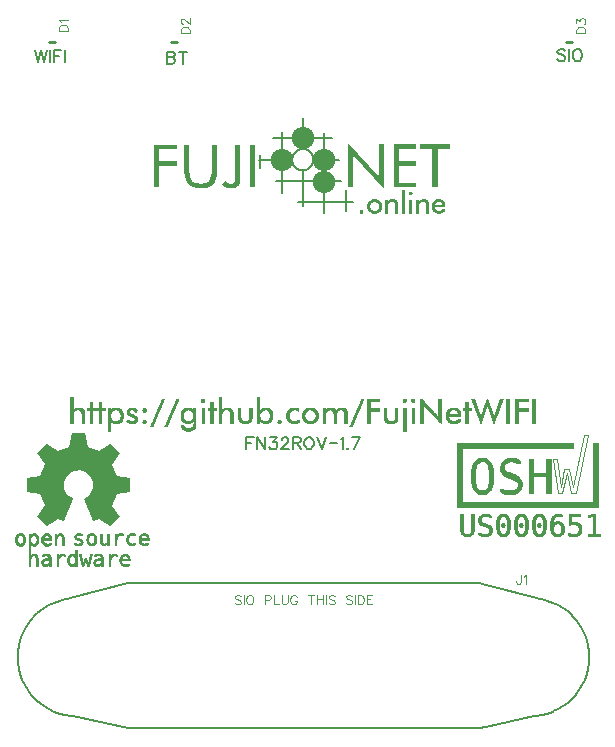
<source format=gbr>
G04 DipTrace 3.3.1.3*
G04 TopSilk.gbr*
%MOIN*%
G04 #@! TF.FileFunction,Legend,Top*
G04 #@! TF.Part,Single*
%ADD10C,0.009843*%
%ADD12C,0.003*%
%ADD14C,0.007874*%
%ADD17C,0.003937*%
%ADD59C,0.005906*%
%ADD61O,0.074711X0.074027*%
%ADD62O,0.074711X0.073993*%
%ADD63O,0.074711X0.073959*%
%ADD135C,0.004632*%
%ADD136C,0.006176*%
%FSLAX26Y26*%
G04*
G70*
G90*
G75*
G01*
G04 TopSilk*
%LPD*%
X641042Y2670462D2*
D10*
X621365D1*
X1047293Y2670463D2*
X1027615D1*
X2366042Y2670462D2*
X2346365D1*
X885370Y868528D2*
D14*
X887465D1*
X912033D1*
X914700D1*
X1231042D1*
X1237136D1*
X1275036D1*
X1398450D1*
X1529291D1*
X1559573D1*
X1573285D1*
X1583951D1*
X1720886D1*
X1825635D1*
X1882200D1*
X1930003D1*
X2056464D1*
Y867753D1*
X2077223Y862329D1*
X2248821Y817290D1*
X2254154Y815934D1*
X2261582Y813948D1*
X2264438Y813512D1*
X2265010Y813415D1*
X2283103Y808863D1*
X2301386Y802325D1*
X2318908Y794092D1*
X2335477Y784164D1*
X2350904Y772638D1*
X2357951Y766245D1*
X2365188Y759659D1*
X2365950Y758884D1*
X2378139Y745324D1*
X2378520Y745033D1*
X2389756Y729827D1*
X2399660Y713264D1*
X2407849Y695829D1*
X2414515Y677620D1*
X2419086Y658878D1*
X2421943Y639797D1*
X2422514Y626866D1*
X2422895Y620474D1*
X2421943Y601150D1*
X2419086Y582069D1*
X2414515Y563327D1*
X2407849Y545118D1*
X2399660Y527683D1*
X2392803Y516206D1*
X2389756Y511121D1*
X2380234Y498432D1*
X2378139Y495623D1*
X2365950Y482063D1*
X2365188Y481288D1*
X2350904Y468309D1*
X2335477Y456783D1*
X2318908Y446855D1*
X2302910Y439349D1*
X2301386Y438622D1*
X2283103Y432133D1*
X2264438Y427435D1*
X2245393Y424578D1*
X2242155Y424432D1*
X2238346Y423609D1*
X2077223Y389224D1*
X2056464Y384817D1*
Y384236D1*
X2025611D1*
X2014374D1*
X1924099D1*
X1882200D1*
X1720886D1*
X1637658D1*
X1559573D1*
X1399021D1*
X1398450D1*
X1260181D1*
X1237136D1*
X1167430D1*
X1157527D1*
X1075823D1*
X914700D1*
X887465D1*
X885370D1*
Y384721D1*
X702916Y423609D1*
X699107Y424432D1*
X695869Y424578D1*
X676824Y427435D1*
X658160Y432133D1*
X639876Y438622D1*
X622355Y446855D1*
X605785Y456783D1*
X592073Y467002D1*
X590359Y468309D1*
X583312Y474557D1*
X576075Y481288D1*
X563124Y495623D1*
X551506Y511121D1*
X541603Y527683D1*
X533413Y545118D1*
X526747Y563327D1*
X522177Y582069D1*
X519320Y601150D1*
X518367Y620474D1*
X518748Y626866D1*
X519320Y639797D1*
X522177Y658878D1*
X526747Y677620D1*
X533413Y695829D1*
X541603Y713264D1*
X551506Y729827D1*
X563124Y745324D1*
X576075Y759659D1*
X583312Y766391D1*
X590359Y772638D1*
X592073Y773994D1*
X605785Y784164D1*
X622355Y794092D1*
X639876Y802325D1*
X658160Y808863D1*
X676824Y813512D1*
X678919Y813851D1*
X686918Y815934D1*
X692251Y817290D1*
X885370Y867946D1*
Y868528D1*
G36*
X1293134Y2328962D2*
X1310065D1*
Y2187148D1*
X1293134D1*
Y2328962D1*
G37*
G36*
X1859720Y2329437D2*
X1957169D1*
Y2313058D1*
X1917008D1*
Y2187046D1*
X1899782D1*
Y2313058D1*
X1859720D1*
Y2329437D1*
G37*
G36*
X1771523D2*
X1846727D1*
Y2313329D1*
X1788749D1*
Y2272908D1*
X1846727D1*
Y2257377D1*
X1788454D1*
Y2202577D1*
X1846727D1*
Y2187046D1*
X1771523D1*
Y2329437D1*
G37*
G36*
X1617966Y2187114D2*
Y2335676D1*
X1722109Y2221296D1*
Y2329742D1*
X1738252D1*
Y2180264D1*
X1634109Y2294034D1*
Y2187114D1*
X1617966D1*
G37*
G36*
X1243032Y2328691D2*
X1260061D1*
Y2215938D1*
X1259076Y2206578D1*
X1257009Y2199729D1*
X1254155Y2194438D1*
X1251005Y2190640D1*
X1246378Y2187283D1*
X1241063Y2185011D1*
X1234763Y2183926D1*
X1226987Y2183214D1*
X1221573D1*
X1216356Y2184537D1*
X1208875Y2188233D1*
X1203855Y2191726D1*
X1198933Y2197084D1*
X1210450Y2208613D1*
X1213994Y2204544D1*
X1217340Y2202001D1*
X1222065Y2199627D1*
X1224428Y2198779D1*
X1227282Y2198406D1*
X1231515Y2198643D1*
X1233877Y2199220D1*
X1235649Y2200034D1*
X1237716Y2201424D1*
X1239783Y2203730D1*
X1241358Y2206477D1*
X1242244Y2208444D1*
X1242539Y2210851D1*
X1242933Y2213598D1*
X1243130Y2215700D1*
X1243032Y2328691D1*
G37*
G36*
X1072741Y2328792D2*
X1089967D1*
Y2237539D1*
X1090459Y2229333D1*
X1092526Y2220312D1*
X1095971Y2212716D1*
X1099023Y2208681D1*
X1103452Y2204951D1*
X1110146Y2201560D1*
X1119694Y2199356D1*
X1127766Y2198949D1*
X1138987Y2200034D1*
X1146960Y2202475D1*
X1152866Y2205934D1*
X1155918Y2208681D1*
X1160052Y2214378D1*
X1163399Y2222890D1*
X1165367Y2236250D1*
Y2249136D1*
Y2328860D1*
X1182593D1*
Y2240625D1*
X1181412Y2225195D1*
X1178557Y2213564D1*
X1174423Y2204815D1*
X1169108Y2197897D1*
X1162710Y2192404D1*
X1154933Y2188131D1*
X1144893Y2184944D1*
X1130030Y2183248D1*
X1126191D1*
X1113690Y2184197D1*
X1102567Y2187080D1*
X1094298Y2191081D1*
X1087408Y2196304D1*
X1081600Y2203425D1*
X1077072Y2212106D1*
X1073922Y2223975D1*
X1072643Y2240523D1*
X1072741Y2328792D1*
G37*
X1321385Y2278232D2*
D59*
X1431040D1*
X1399148Y2370096D2*
Y2168632D1*
X1326307Y2293559D2*
Y2251781D1*
X1369322Y2349376D2*
X1563828D1*
X1468347Y2416757D2*
Y2315466D1*
X1540302Y2367484D2*
Y2101659D1*
X1452991Y2138316D2*
X1636866Y2138961D1*
D61*
X1469183Y2349970D3*
G36*
X1047936Y2329098D2*
X972831D1*
Y2186232D1*
X990155D1*
Y2257207D1*
X1047936D1*
Y2272704D1*
X989663D1*
Y2313194D1*
X1047936D1*
Y2329098D1*
G37*
D62*
X1397425Y2277350D3*
X1539564D3*
D63*
Y2205544D3*
X1432812Y2279062D2*
D59*
X1432897Y2281528D1*
X1433151Y2283982D1*
X1433573Y2286413D1*
X1434160Y2288807D1*
X1434911Y2291153D1*
X1435820Y2293441D1*
X1436885Y2295659D1*
X1438100Y2297796D1*
X1439458Y2299842D1*
X1440953Y2301786D1*
X1442578Y2303620D1*
X1444325Y2305334D1*
X1446186Y2306920D1*
X1448151Y2308370D1*
X1450210Y2309678D1*
X1452355Y2310836D1*
X1454574Y2311840D1*
X1456856Y2312684D1*
X1459191Y2313364D1*
X1461566Y2313877D1*
X1463971Y2314221D1*
X1466394Y2314393D1*
X1468823D1*
X1471246Y2314221D1*
X1473651Y2313877D1*
X1476027Y2313364D1*
X1478361Y2312684D1*
X1480643Y2311840D1*
X1482862Y2310836D1*
X1485007Y2309678D1*
X1487066Y2308370D1*
X1489031Y2306920D1*
X1490892Y2305334D1*
X1492639Y2303620D1*
X1494264Y2301786D1*
X1495759Y2299842D1*
X1497118Y2297796D1*
X1498332Y2295659D1*
X1499397Y2293441D1*
X1500306Y2291153D1*
X1501057Y2288807D1*
X1501644Y2286413D1*
X1502066Y2283982D1*
X1502320Y2281528D1*
X1502405Y2279062D1*
X1502320Y2276596D1*
X1502066Y2274142D1*
X1501644Y2271712D1*
X1501057Y2269318D1*
X1500306Y2266971D1*
X1499397Y2264684D1*
X1498332Y2262466D1*
X1497118Y2260329D1*
X1495759Y2258283D1*
X1494264Y2256339D1*
X1492639Y2254505D1*
X1490892Y2252791D1*
X1489031Y2251205D1*
X1487066Y2249754D1*
X1485007Y2248447D1*
X1482862Y2247288D1*
X1480643Y2246285D1*
X1478361Y2245441D1*
X1476027Y2244761D1*
X1473651Y2244248D1*
X1471246Y2243904D1*
X1468823Y2243732D1*
X1466394D1*
X1463971Y2243904D1*
X1461566Y2244248D1*
X1459191Y2244761D1*
X1456856Y2245441D1*
X1454574Y2246285D1*
X1452355Y2247288D1*
X1450210Y2248447D1*
X1448151Y2249754D1*
X1446186Y2251205D1*
X1444325Y2252791D1*
X1442578Y2254505D1*
X1440953Y2256339D1*
X1439458Y2258283D1*
X1438100Y2260329D1*
X1436885Y2262466D1*
X1435820Y2264684D1*
X1434911Y2266971D1*
X1434160Y2269318D1*
X1433573Y2271712D1*
X1433151Y2274142D1*
X1432897Y2276596D1*
X1432812Y2279062D1*
X1612257Y2178263D2*
Y2106983D1*
X1379067Y2208240D2*
X1596901D1*
X1588928Y2278198D2*
X1510280D1*
X1468347Y2242219D2*
X1468937Y2124956D1*
X2301511Y1279347D2*
D17*
X2316297D1*
X2327047Y1188424D1*
X2339790Y1248616D1*
X2355598D1*
X2368487Y1188278D1*
X2404869Y1362615D1*
X2419656D1*
X2377340Y1167307D1*
X2362991D1*
X2347718Y1233922D1*
X2332591Y1167307D1*
X2318243D1*
X2301511Y1279347D1*
G36*
X2370335Y1334497D2*
Y1315049D1*
X2000920D1*
Y1135996D1*
X2434880D1*
X2434491Y1334497D1*
X2453946D1*
Y1116657D1*
X1981757D1*
Y1334497D1*
X2370335D1*
G37*
G36*
X652734Y1081205D2*
X669899Y1074139D1*
X672124Y1075194D1*
X701687Y1147731D1*
X701187Y1149612D1*
X695011Y1152824D1*
X689426Y1156953D1*
X684249Y1161771D1*
X679208Y1168332D1*
X676211Y1174801D1*
X673532Y1182463D1*
X672261Y1189482D1*
X671988Y1197787D1*
X673123Y1205219D1*
X674531Y1210312D1*
X677437Y1216965D1*
X681388Y1223250D1*
X686247Y1228939D1*
X692196Y1233986D1*
X698417Y1237657D1*
X705819Y1240822D1*
X713357Y1242612D1*
X720441Y1243208D1*
X725890Y1242795D1*
X733656Y1241373D1*
X740967Y1238712D1*
X747279Y1235087D1*
X752955Y1230912D1*
X758677Y1224856D1*
X762673Y1219029D1*
X766306Y1211597D1*
X768258Y1204669D1*
X768985Y1199347D1*
X769257Y1191960D1*
X768485Y1184757D1*
X766397Y1177232D1*
X762945Y1169616D1*
X758586Y1163652D1*
X753818Y1158513D1*
X747687Y1153833D1*
X740694Y1149888D1*
X739786Y1148603D1*
X739968Y1146997D1*
X769484Y1074827D1*
X771664Y1074093D1*
X789011Y1081251D1*
X825884Y1056613D1*
X826838D1*
X858353Y1087857D1*
X858444Y1089188D1*
X833604Y1125846D1*
X848953Y1162964D1*
X893273Y1171589D1*
X893183Y1217194D1*
X848726Y1225774D1*
X833559Y1262432D1*
X858989Y1300237D1*
X826475Y1332491D1*
X789193Y1307349D1*
X752228Y1322398D1*
X743600Y1366764D1*
X697918Y1366856D1*
X689108Y1322444D1*
X652371Y1307257D1*
X614953Y1332400D1*
X582575Y1300237D1*
X607732Y1262845D1*
X592565Y1225865D1*
X548154Y1217240D1*
Y1171497D1*
X592565Y1162734D1*
X607641Y1126489D1*
X582666Y1088775D1*
X614862Y1056154D1*
X651780Y1081159D1*
X652734Y1081205D1*
G37*
X693036Y1486928D2*
D12*
X700536D1*
X1188036D2*
X1195536D1*
X1315536D2*
X1323036D1*
X693036Y1485428D2*
X700536D1*
X1188036D2*
X1195536D1*
X1315536D2*
X1323036D1*
X1860036D2*
D3*
X693036Y1483928D2*
X700536D1*
X1188036D2*
X1195536D1*
X1315536D2*
X1323036D1*
X693036Y1482428D2*
X700536D1*
X999036D2*
X1005036D1*
X1047036D2*
X1053036D1*
X1131036D2*
X1137036D1*
X1188036D2*
X1195536D1*
X1315536D2*
X1323036D1*
X1663536D2*
X1669536D1*
X1681536D2*
X1723536D1*
X1803036D2*
X1809036D1*
X1831536D2*
X1837536D1*
X1860036D2*
X1861536D1*
X1920036D2*
X1929036D1*
X2029536D2*
X2038536D1*
X2125536D2*
X2134536D1*
X2145036D2*
X2154036D1*
X2175036D2*
X2217036D1*
X2233536D2*
X2242536D1*
X693036Y1480928D2*
X700536D1*
X998466D2*
X1004517D1*
X1046466D2*
X1052517D1*
X1130112D2*
X1137960D1*
X1188036D2*
X1195536D1*
X1315536D2*
X1323036D1*
X1662966D2*
X1669017D1*
X1681536D2*
X1723536D1*
X1802112D2*
X1809960D1*
X1830612D2*
X1838460D1*
X1860036D2*
X1863036D1*
X1920036D2*
X1929036D1*
X2030054D2*
X2039285D1*
X2080536D2*
X2082036D1*
X2124786D2*
X2134017D1*
X2145036D2*
X2154036D1*
X2175036D2*
X2217036D1*
X2233536D2*
X2242536D1*
X693036Y1479428D2*
X700536D1*
X997821D2*
X1004018D1*
X1045821D2*
X1052018D1*
X1129315D2*
X1138763D1*
X1188036D2*
X1195536D1*
X1315536D2*
X1323036D1*
X1662321D2*
X1668518D1*
X1681536D2*
X1723536D1*
X1801315D2*
X1810763D1*
X1829815D2*
X1839263D1*
X1860036D2*
X1864536D1*
X1920036D2*
X1929036D1*
X2030554D2*
X2039908D1*
X2080304D2*
X2082785D1*
X2124163D2*
X2133518D1*
X2145036D2*
X2154036D1*
X2175036D2*
X2217036D1*
X2233536D2*
X2242536D1*
X693036Y1477928D2*
X700536D1*
X997125D2*
X1003537D1*
X1045125D2*
X1051537D1*
X1128761D2*
X1139363D1*
X1188036D2*
X1195536D1*
X1315536D2*
X1323036D1*
X1661625D2*
X1668037D1*
X1681536D2*
X1723536D1*
X1800761D2*
X1811363D1*
X1829261D2*
X1839863D1*
X1860036D2*
X1866036D1*
X1920036D2*
X1929036D1*
X2031035D2*
X2040492D1*
X2079926D2*
X2083408D1*
X2123580D2*
X2133037D1*
X2145036D2*
X2154036D1*
X2175036D2*
X2217036D1*
X2233536D2*
X2242536D1*
X693036Y1476428D2*
X700536D1*
X996402D2*
X1002978D1*
X1044402D2*
X1050978D1*
X1128454D2*
X1139664D1*
X1188036D2*
X1195536D1*
X1315536D2*
X1323036D1*
X1660902D2*
X1667478D1*
X1681536D2*
X1723536D1*
X1800454D2*
X1811664D1*
X1828954D2*
X1840164D1*
X1860036D2*
X1867536D1*
X1920036D2*
X1929036D1*
X2031594D2*
X2041026D1*
X2079485D2*
X2083992D1*
X2123046D2*
X2132478D1*
X2145036D2*
X2154036D1*
X2175036D2*
X2217036D1*
X2233536D2*
X2242536D1*
X693036Y1474928D2*
X700536D1*
X995709D2*
X1002330D1*
X1043709D2*
X1050330D1*
X1128801D2*
X1139742D1*
X1188036D2*
X1195536D1*
X1315536D2*
X1323036D1*
X1660209D2*
X1666830D1*
X1681536D2*
X1723536D1*
X1800801D2*
X1811742D1*
X1829301D2*
X1840242D1*
X1860036D2*
X1869036D1*
X1920036D2*
X1929036D1*
X2032236D2*
X2041518D1*
X2079031D2*
X2084526D1*
X2122554D2*
X2131836D1*
X2145036D2*
X2154036D1*
X2175036D2*
X2217036D1*
X2233536D2*
X2242536D1*
X693036Y1473428D2*
X700536D1*
X995105D2*
X1001629D1*
X1043105D2*
X1049629D1*
X1129369D2*
X1139105D1*
X1188036D2*
X1195536D1*
X1315536D2*
X1323036D1*
X1659605D2*
X1666129D1*
X1681536D2*
X1690536D1*
X1801369D2*
X1811105D1*
X1829869D2*
X1839605D1*
X1860036D2*
X1870536D1*
X1920036D2*
X1929036D1*
X2032890D2*
X2042037D1*
X2078527D2*
X2085024D1*
X2122035D2*
X2131182D1*
X2145036D2*
X2154036D1*
X2175036D2*
X2184036D1*
X2233536D2*
X2242536D1*
X693036Y1471928D2*
X700536D1*
X759036D2*
X766536D1*
X789036D2*
X796536D1*
X994573D2*
X1000904D1*
X1042573D2*
X1048904D1*
X1130141D2*
X1138151D1*
X1159536D2*
X1167036D1*
X1188036D2*
X1195536D1*
X1315536D2*
X1323036D1*
X1659073D2*
X1665404D1*
X1681536D2*
X1690536D1*
X1802141D2*
X1810151D1*
X1830641D2*
X1838651D1*
X1860036D2*
X1872030D1*
X1920036D2*
X1929036D1*
X2010036D2*
X2017536D1*
X2033477D2*
X2042543D1*
X2078026D2*
X2085590D1*
X2121528D2*
X2130595D1*
X2145036D2*
X2154036D1*
X2175036D2*
X2184036D1*
X2233536D2*
X2242536D1*
X693036Y1470428D2*
X700536D1*
X759036D2*
X766536D1*
X789036D2*
X796536D1*
X993992D2*
X1000210D1*
X1041992D2*
X1048210D1*
X1131036D2*
X1137036D1*
X1159536D2*
X1167036D1*
X1188036D2*
X1195536D1*
X1315536D2*
X1323036D1*
X1658492D2*
X1664710D1*
X1681536D2*
X1690536D1*
X1803036D2*
X1809036D1*
X1831536D2*
X1837536D1*
X1860036D2*
X1873477D1*
X1920036D2*
X1929036D1*
X2010036D2*
X2017536D1*
X2033997D2*
X2043024D1*
X2077547D2*
X2086234D1*
X2121047D2*
X2130075D1*
X2145036D2*
X2154036D1*
X2175036D2*
X2184036D1*
X2233536D2*
X2242536D1*
X693036Y1468928D2*
X700536D1*
X759036D2*
X766536D1*
X789036D2*
X796536D1*
X993335D2*
X999606D1*
X1041335D2*
X1047606D1*
X1159536D2*
X1167036D1*
X1188036D2*
X1195536D1*
X1315536D2*
X1323036D1*
X1657835D2*
X1664106D1*
X1681536D2*
X1690536D1*
X1860036D2*
X1874786D1*
X1920036D2*
X1929036D1*
X2010036D2*
X2017536D1*
X2034529D2*
X2043539D1*
X2077032D2*
X2086889D1*
X2120533D2*
X2129543D1*
X2145036D2*
X2154036D1*
X2175036D2*
X2184036D1*
X2233536D2*
X2242536D1*
X693036Y1467428D2*
X700536D1*
X759036D2*
X766536D1*
X789036D2*
X796536D1*
X992631D2*
X999073D1*
X1040631D2*
X1047073D1*
X1159536D2*
X1167036D1*
X1188036D2*
X1195536D1*
X1315536D2*
X1323036D1*
X1657131D2*
X1663573D1*
X1681536D2*
X1690536D1*
X1860036D2*
X1875927D1*
X1920036D2*
X1929036D1*
X2010036D2*
X2017536D1*
X2035040D2*
X2044044D1*
X2076528D2*
X2087476D1*
X2120028D2*
X2129031D1*
X2145036D2*
X2154036D1*
X2175036D2*
X2184036D1*
X2233536D2*
X2242536D1*
X693036Y1465928D2*
X700536D1*
X759036D2*
X766536D1*
X789036D2*
X796536D1*
X991904D2*
X998492D1*
X1039904D2*
X1046492D1*
X1159536D2*
X1167036D1*
X1188036D2*
X1195536D1*
X1315536D2*
X1323036D1*
X1656404D2*
X1662992D1*
X1681536D2*
X1690536D1*
X1860036D2*
X1877042D1*
X1920036D2*
X1929036D1*
X2010036D2*
X2017536D1*
X2035529D2*
X2044524D1*
X2076041D2*
X2087997D1*
X2119547D2*
X2128543D1*
X2145036D2*
X2154036D1*
X2175036D2*
X2184036D1*
X2233536D2*
X2242536D1*
X693036Y1464428D2*
X700536D1*
X759036D2*
X766536D1*
X789036D2*
X796536D1*
X991210D2*
X997835D1*
X1039210D2*
X1045835D1*
X1159536D2*
X1167036D1*
X1188036D2*
X1195536D1*
X1315536D2*
X1323036D1*
X1655710D2*
X1662335D1*
X1681536D2*
X1690536D1*
X1860036D2*
X1878281D1*
X1920036D2*
X1929036D1*
X2010036D2*
X2017536D1*
X2036091D2*
X2045039D1*
X2075480D2*
X2088529D1*
X2119032D2*
X2127980D1*
X2145036D2*
X2154036D1*
X2175036D2*
X2184036D1*
X2233536D2*
X2242536D1*
X693036Y1462928D2*
X700536D1*
X759036D2*
X766536D1*
X789036D2*
X796536D1*
X990606D2*
X997131D1*
X1038606D2*
X1045131D1*
X1159536D2*
X1167036D1*
X1188036D2*
X1195536D1*
X1315536D2*
X1323036D1*
X1655106D2*
X1661631D1*
X1681536D2*
X1690536D1*
X1860036D2*
X1879641D1*
X1920036D2*
X1929036D1*
X2010036D2*
X2017536D1*
X2036735D2*
X2045544D1*
X2074836D2*
X2089040D1*
X2118528D2*
X2127337D1*
X2145036D2*
X2154036D1*
X2175036D2*
X2184036D1*
X2233536D2*
X2242536D1*
X693036Y1461428D2*
X700536D1*
X759036D2*
X766536D1*
X789036D2*
X796536D1*
X990073D2*
X996404D1*
X1038073D2*
X1044404D1*
X1159536D2*
X1167036D1*
X1188036D2*
X1195536D1*
X1315536D2*
X1323036D1*
X1654573D2*
X1660904D1*
X1681536D2*
X1690536D1*
X1860036D2*
X1867536D1*
X1870536D2*
X1881078D1*
X1920036D2*
X1929036D1*
X2010036D2*
X2017536D1*
X2037389D2*
X2046024D1*
X2074182D2*
X2089523D1*
X2118047D2*
X2126682D1*
X2145036D2*
X2154036D1*
X2175036D2*
X2184036D1*
X2233536D2*
X2242536D1*
X693036Y1459928D2*
X700536D1*
X759036D2*
X766536D1*
X789036D2*
X796536D1*
X989492D2*
X995710D1*
X1037492D2*
X1043710D1*
X1159536D2*
X1167036D1*
X1188036D2*
X1195536D1*
X1315536D2*
X1323036D1*
X1653992D2*
X1660210D1*
X1681536D2*
X1690536D1*
X1860036D2*
X1867536D1*
X1872036D2*
X1882552D1*
X1920036D2*
X1929036D1*
X2010036D2*
X2017536D1*
X2037976D2*
X2046539D1*
X2073595D2*
X2090039D1*
X2117532D2*
X2126095D1*
X2145036D2*
X2154036D1*
X2175036D2*
X2184036D1*
X2233536D2*
X2242536D1*
X693036Y1458428D2*
X700536D1*
X759036D2*
X766536D1*
X789036D2*
X796536D1*
X988835D2*
X995106D1*
X1036835D2*
X1043106D1*
X1159536D2*
X1167036D1*
X1188036D2*
X1195536D1*
X1315536D2*
X1323036D1*
X1653335D2*
X1659606D1*
X1681536D2*
X1690536D1*
X1860036D2*
X1867536D1*
X1873536D2*
X1884041D1*
X1920036D2*
X1929036D1*
X2010036D2*
X2017536D1*
X2038497D2*
X2047044D1*
X2073075D2*
X2080304D1*
X2083768D2*
X2090544D1*
X2117028D2*
X2125569D1*
X2145036D2*
X2154036D1*
X2175036D2*
X2184036D1*
X2233536D2*
X2242536D1*
X693036Y1456928D2*
X700536D1*
X759036D2*
X766536D1*
X789036D2*
X796536D1*
X988131D2*
X994573D1*
X1036131D2*
X1042573D1*
X1159536D2*
X1167036D1*
X1188036D2*
X1195536D1*
X1315536D2*
X1323036D1*
X1652631D2*
X1659073D1*
X1681536D2*
X1690536D1*
X1860036D2*
X1867536D1*
X1875036D2*
X1885538D1*
X1920036D2*
X1929036D1*
X2010036D2*
X2017536D1*
X2039029D2*
X2047524D1*
X2072543D2*
X2079926D1*
X2084145D2*
X2091024D1*
X2116547D2*
X2124990D1*
X2145036D2*
X2154036D1*
X2175036D2*
X2184036D1*
X2233536D2*
X2242536D1*
X693036Y1455428D2*
X700536D1*
X759036D2*
X766536D1*
X789036D2*
X796536D1*
X987404D2*
X993992D1*
X1035404D2*
X1041992D1*
X1159536D2*
X1167036D1*
X1188036D2*
X1195536D1*
X1315536D2*
X1323036D1*
X1651904D2*
X1658492D1*
X1681536D2*
X1690536D1*
X1860036D2*
X1867536D1*
X1876530D2*
X1887036D1*
X1920036D2*
X1929036D1*
X2010036D2*
X2017536D1*
X2039540D2*
X2048039D1*
X2072031D2*
X2079485D1*
X2084586D2*
X2091539D1*
X2116032D2*
X2124340D1*
X2145036D2*
X2154036D1*
X2175036D2*
X2184036D1*
X2233536D2*
X2242536D1*
X693036Y1453928D2*
X700536D1*
X759036D2*
X766536D1*
X789036D2*
X796536D1*
X986710D2*
X993335D1*
X1034710D2*
X1041335D1*
X1159536D2*
X1167036D1*
X1188036D2*
X1195536D1*
X1315536D2*
X1323036D1*
X1651210D2*
X1657835D1*
X1681536D2*
X1690536D1*
X1860036D2*
X1867536D1*
X1877977D2*
X1888536D1*
X1920036D2*
X1929036D1*
X2010036D2*
X2017536D1*
X2040029D2*
X2048544D1*
X2071549D2*
X2079025D1*
X2085040D2*
X2092044D1*
X2115528D2*
X2123683D1*
X2145036D2*
X2154036D1*
X2175036D2*
X2184036D1*
X2233536D2*
X2242536D1*
X693036Y1452428D2*
X700536D1*
X714036D2*
X726036D1*
X759036D2*
X766536D1*
X789036D2*
X796536D1*
X838536D2*
X850536D1*
X892536D2*
X904536D1*
X986106D2*
X992631D1*
X1034106D2*
X1040631D1*
X1077036D2*
X1089036D1*
X1159536D2*
X1167036D1*
X1188036D2*
X1195536D1*
X1209036D2*
X1221036D1*
X1315536D2*
X1323036D1*
X1336536D2*
X1350036D1*
X1431036D2*
X1446036D1*
X1485036D2*
X1498536D1*
X1555536D2*
X1566036D1*
X1591536D2*
X1602036D1*
X1650606D2*
X1657131D1*
X1681536D2*
X1690536D1*
X1860036D2*
X1867536D1*
X1879286D2*
X1890030D1*
X1920036D2*
X1929036D1*
X1963536D2*
X1975536D1*
X2010036D2*
X2017536D1*
X2040591D2*
X2049024D1*
X2071033D2*
X2078474D1*
X2085545D2*
X2092530D1*
X2115041D2*
X2123096D1*
X2145036D2*
X2154036D1*
X2175036D2*
X2184036D1*
X2233536D2*
X2242536D1*
X693036Y1450928D2*
X700536D1*
X711151D2*
X729095D1*
X750036D2*
X777036D1*
X780036D2*
X807036D1*
X817536D2*
X825036D1*
X835831D2*
X853933D1*
X889651D2*
X907241D1*
X936036D2*
X942036D1*
X985573D2*
X991904D1*
X1033573D2*
X1039904D1*
X1073919D2*
X1092439D1*
X1102536D2*
X1110036D1*
X1131036D2*
X1138536D1*
X1150536D2*
X1177536D1*
X1188036D2*
X1195536D1*
X1206151D2*
X1224095D1*
X1252536D2*
X1260036D1*
X1290036D2*
X1297536D1*
X1315536D2*
X1323036D1*
X1333831D2*
X1352741D1*
X1428099D2*
X1449318D1*
X1481638D2*
X1501991D1*
X1534536D2*
X1542036D1*
X1552425D2*
X1568921D1*
X1588138D2*
X1604921D1*
X1650073D2*
X1656404D1*
X1681536D2*
X1690536D1*
X1738536D2*
X1746036D1*
X1776036D2*
X1783536D1*
X1803036D2*
X1810536D1*
X1831536D2*
X1839036D1*
X1860036D2*
X1867536D1*
X1880427D2*
X1891477D1*
X1920036D2*
X1929036D1*
X1960138D2*
X1978933D1*
X2001036D2*
X2028036D1*
X2041235D2*
X2049539D1*
X2070528D2*
X2077835D1*
X2086046D2*
X2093092D1*
X2114480D2*
X2122575D1*
X2145036D2*
X2154036D1*
X2175036D2*
X2184036D1*
X2233536D2*
X2242536D1*
X693036Y1449428D2*
X700542D1*
X708783D2*
X731637D1*
X750036D2*
X777036D1*
X780036D2*
X807036D1*
X817536D2*
X825042D1*
X833447D2*
X856741D1*
X887295D2*
X909612D1*
X935112D2*
X943241D1*
X984992D2*
X991210D1*
X1032992D2*
X1039210D1*
X1071192D2*
X1095305D1*
X1102474D2*
X1110036D1*
X1131036D2*
X1138536D1*
X1150536D2*
X1177536D1*
X1188036D2*
X1195542D1*
X1203783D2*
X1226637D1*
X1252536D2*
X1260036D1*
X1290036D2*
X1297536D1*
X1315536D2*
X1323042D1*
X1331447D2*
X1355118D1*
X1425350D2*
X1451871D1*
X1478830D2*
X1504991D1*
X1534536D2*
X1542042D1*
X1549744D2*
X1571288D1*
X1585324D2*
X1607276D1*
X1649492D2*
X1655710D1*
X1681536D2*
X1723536D1*
X1738536D2*
X1746036D1*
X1776036D2*
X1783536D1*
X1803036D2*
X1810536D1*
X1831536D2*
X1839036D1*
X1860036D2*
X1867536D1*
X1881542D2*
X1892786D1*
X1920036D2*
X1929036D1*
X1957330D2*
X1981741D1*
X2001036D2*
X2028036D1*
X2041889D2*
X2050044D1*
X2070047D2*
X2077181D1*
X2086525D2*
X2093735D1*
X2113836D2*
X2122043D1*
X2145036D2*
X2154036D1*
X2175036D2*
X2217036D1*
X2233536D2*
X2242536D1*
X693036Y1447928D2*
X700599D1*
X706790D2*
X733596D1*
X750036D2*
X777036D1*
X780036D2*
X807036D1*
X817536D2*
X825099D1*
X831388D2*
X858956D1*
X885412D2*
X911556D1*
X934315D2*
X944118D1*
X984335D2*
X990606D1*
X1032335D2*
X1038606D1*
X1068920D2*
X1097759D1*
X1102241D2*
X1110036D1*
X1131036D2*
X1138536D1*
X1150536D2*
X1177536D1*
X1188036D2*
X1195599D1*
X1201790D2*
X1228596D1*
X1252536D2*
X1260036D1*
X1290036D2*
X1297536D1*
X1315536D2*
X1323099D1*
X1329388D2*
X1357121D1*
X1422959D2*
X1452892D1*
X1476610D2*
X1507571D1*
X1534536D2*
X1542099D1*
X1547612D2*
X1573281D1*
X1583047D2*
X1609160D1*
X1648835D2*
X1655106D1*
X1681536D2*
X1723536D1*
X1738536D2*
X1746036D1*
X1776036D2*
X1783536D1*
X1803036D2*
X1810536D1*
X1831536D2*
X1839036D1*
X1860036D2*
X1867536D1*
X1882781D2*
X1893927D1*
X1920036D2*
X1929036D1*
X1955110D2*
X1983962D1*
X2001036D2*
X2028036D1*
X2042476D2*
X2050524D1*
X2069532D2*
X2076595D1*
X2087039D2*
X2094389D1*
X2113182D2*
X2121532D1*
X2145036D2*
X2154036D1*
X2175036D2*
X2217036D1*
X2233536D2*
X2242536D1*
X693036Y1446428D2*
X700831D1*
X704865D2*
X735108D1*
X750036D2*
X777036D1*
X780036D2*
X807036D1*
X817536D2*
X825331D1*
X829412D2*
X860744D1*
X883916D2*
X913038D1*
X933761D2*
X944615D1*
X983631D2*
X990073D1*
X1031631D2*
X1038073D1*
X1067161D2*
X1100127D1*
X1101728D2*
X1110036D1*
X1131036D2*
X1138536D1*
X1150536D2*
X1177536D1*
X1188036D2*
X1195831D1*
X1199865D2*
X1230108D1*
X1252536D2*
X1260036D1*
X1290036D2*
X1297536D1*
X1315536D2*
X1323331D1*
X1327412D2*
X1358858D1*
X1420958D2*
X1453240D1*
X1474769D2*
X1509790D1*
X1534536D2*
X1542331D1*
X1546027D2*
X1575207D1*
X1580974D2*
X1610656D1*
X1648131D2*
X1654573D1*
X1681536D2*
X1723536D1*
X1738536D2*
X1746036D1*
X1776036D2*
X1783536D1*
X1803036D2*
X1810536D1*
X1831536D2*
X1839036D1*
X1860036D2*
X1867536D1*
X1884141D2*
X1895042D1*
X1920036D2*
X1929036D1*
X1953269D2*
X1985796D1*
X2001036D2*
X2028036D1*
X2043003D2*
X2051039D1*
X2069028D2*
X2076075D1*
X2087544D2*
X2094976D1*
X2112595D2*
X2121043D1*
X2145036D2*
X2154036D1*
X2175036D2*
X2217036D1*
X2233536D2*
X2242536D1*
X693036Y1444928D2*
X701343D1*
X702772D2*
X711105D1*
X722735D2*
X736321D1*
X750036D2*
X777036D1*
X780036D2*
X807036D1*
X817536D2*
X825843D1*
X827290D2*
X837099D1*
X848967D2*
X862191D1*
X882755D2*
X892542D1*
X902735D2*
X914167D1*
X933454D2*
X944800D1*
X982904D2*
X989492D1*
X1030904D2*
X1037492D1*
X1065855D2*
X1080625D1*
X1089946D2*
X1110036D1*
X1131036D2*
X1138536D1*
X1150536D2*
X1177536D1*
X1188036D2*
X1196343D1*
X1197772D2*
X1206105D1*
X1217735D2*
X1231321D1*
X1252536D2*
X1260036D1*
X1290036D2*
X1297536D1*
X1315536D2*
X1323843D1*
X1325290D2*
X1336899D1*
X1346973D2*
X1360411D1*
X1419266D2*
X1434625D1*
X1446036D2*
X1453416D1*
X1473131D2*
X1486599D1*
X1496503D2*
X1511643D1*
X1534536D2*
X1542843D1*
X1544745D2*
X1553125D1*
X1562735D2*
X1577300D1*
X1578812D2*
X1589125D1*
X1598735D2*
X1611816D1*
X1647404D2*
X1653992D1*
X1681536D2*
X1723536D1*
X1738536D2*
X1746036D1*
X1776036D2*
X1783536D1*
X1803036D2*
X1810536D1*
X1831536D2*
X1839036D1*
X1860036D2*
X1867536D1*
X1885578D2*
X1896281D1*
X1920036D2*
X1929036D1*
X1951631D2*
X1963599D1*
X1975467D2*
X1987388D1*
X2001036D2*
X2028036D1*
X2043581D2*
X2051544D1*
X2068547D2*
X2075543D1*
X2088030D2*
X2095497D1*
X2112075D2*
X2120480D1*
X2145036D2*
X2154036D1*
X2175036D2*
X2217036D1*
X2233536D2*
X2242536D1*
X693036Y1443428D2*
X708408D1*
X725060D2*
X737219D1*
X759036D2*
X766536D1*
X789036D2*
X796536D1*
X817536D2*
X834355D1*
X851663D2*
X863336D1*
X881860D2*
X891100D1*
X905055D2*
X914322D1*
X933801D2*
X944791D1*
X982210D2*
X988835D1*
X1030210D2*
X1036835D1*
X1064843D2*
X1077377D1*
X1093201D2*
X1110036D1*
X1131036D2*
X1138536D1*
X1159536D2*
X1167036D1*
X1188036D2*
X1203408D1*
X1220060D2*
X1232219D1*
X1252536D2*
X1260036D1*
X1290036D2*
X1297536D1*
X1315536D2*
X1333326D1*
X1349716D2*
X1361756D1*
X1417858D2*
X1431371D1*
X1449036D2*
X1453494D1*
X1471627D2*
X1483850D1*
X1499944D2*
X1513142D1*
X1534536D2*
X1549877D1*
X1565060D2*
X1585877D1*
X1601060D2*
X1612712D1*
X1646710D2*
X1653335D1*
X1681536D2*
X1723536D1*
X1738536D2*
X1746036D1*
X1776036D2*
X1783536D1*
X1803036D2*
X1810536D1*
X1831536D2*
X1839036D1*
X1860036D2*
X1867536D1*
X1887052D2*
X1897641D1*
X1920036D2*
X1929036D1*
X1950133D2*
X1960855D1*
X1978163D2*
X1988748D1*
X2010036D2*
X2017536D1*
X2044231D2*
X2052024D1*
X2068032D2*
X2075031D1*
X2088592D2*
X2096029D1*
X2111543D2*
X2119837D1*
X2145036D2*
X2154036D1*
X2175036D2*
X2217036D1*
X2233536D2*
X2242536D1*
X693036Y1441928D2*
X706215D1*
X726865D2*
X737889D1*
X759036D2*
X766536D1*
X789036D2*
X796536D1*
X817536D2*
X832017D1*
X853857D2*
X864275D1*
X881220D2*
X889850D1*
X906827D2*
X913388D1*
X934369D2*
X944128D1*
X981606D2*
X988131D1*
X1029606D2*
X1036131D1*
X1063980D2*
X1074925D1*
X1095700D2*
X1110036D1*
X1131036D2*
X1138536D1*
X1159536D2*
X1167036D1*
X1188036D2*
X1201215D1*
X1221865D2*
X1232889D1*
X1252536D2*
X1260036D1*
X1290036D2*
X1297536D1*
X1315536D2*
X1330624D1*
X1352054D2*
X1362854D1*
X1416728D2*
X1428866D1*
X1452036D2*
X1453536D1*
X1470303D2*
X1481465D1*
X1502756D2*
X1514315D1*
X1534536D2*
X1547431D1*
X1566865D2*
X1583431D1*
X1602865D2*
X1613352D1*
X1646106D2*
X1652631D1*
X1681536D2*
X1723536D1*
X1738536D2*
X1746036D1*
X1776036D2*
X1783536D1*
X1803036D2*
X1810536D1*
X1831536D2*
X1839036D1*
X1860036D2*
X1867536D1*
X1888541D2*
X1899078D1*
X1920036D2*
X1929036D1*
X1948855D2*
X1958517D1*
X1980357D2*
X1989851D1*
X2010036D2*
X2017536D1*
X2044888D2*
X2052539D1*
X2067528D2*
X2074549D1*
X2089235D2*
X2096540D1*
X2111031D2*
X2119182D1*
X2145036D2*
X2154036D1*
X2175036D2*
X2217036D1*
X2233536D2*
X2242536D1*
X693036Y1440428D2*
X704626D1*
X728191D2*
X738481D1*
X759036D2*
X766536D1*
X789036D2*
X796536D1*
X817536D2*
X830208D1*
X855451D2*
X865103D1*
X880849D2*
X888965D1*
X908070D2*
X912043D1*
X935141D2*
X943159D1*
X981073D2*
X987404D1*
X1029073D2*
X1035404D1*
X1063187D2*
X1073135D1*
X1097634D2*
X1110036D1*
X1131036D2*
X1138536D1*
X1159536D2*
X1167036D1*
X1188036D2*
X1199626D1*
X1223191D2*
X1233481D1*
X1252536D2*
X1260036D1*
X1290036D2*
X1297536D1*
X1315536D2*
X1328739D1*
X1353863D2*
X1363725D1*
X1415794D2*
X1426885D1*
X1469207D2*
X1479511D1*
X1504931D2*
X1515267D1*
X1534536D2*
X1545687D1*
X1568191D2*
X1581687D1*
X1604191D2*
X1613723D1*
X1645573D2*
X1651904D1*
X1681536D2*
X1690536D1*
X1738536D2*
X1746036D1*
X1776036D2*
X1783536D1*
X1803036D2*
X1810536D1*
X1831536D2*
X1839036D1*
X1860036D2*
X1867536D1*
X1890038D2*
X1900552D1*
X1920036D2*
X1929036D1*
X1947904D2*
X1956708D1*
X1981946D2*
X1990730D1*
X2010036D2*
X2017536D1*
X2045476D2*
X2053044D1*
X2067047D2*
X2074033D1*
X2089889D2*
X2097023D1*
X2110549D2*
X2118595D1*
X2145036D2*
X2154036D1*
X2175036D2*
X2184036D1*
X2233536D2*
X2242536D1*
X693036Y1438928D2*
X703510D1*
X729162D2*
X738966D1*
X759036D2*
X766536D1*
X789036D2*
X796536D1*
X817536D2*
X828881D1*
X856615D2*
X865838D1*
X880672D2*
X888373D1*
X909036D2*
X910536D1*
X936036D2*
X942036D1*
X980492D2*
X986710D1*
X1028492D2*
X1034710D1*
X1062425D2*
X1071842D1*
X1099148D2*
X1110036D1*
X1131036D2*
X1138536D1*
X1159536D2*
X1167036D1*
X1188036D2*
X1198510D1*
X1224162D2*
X1233966D1*
X1252536D2*
X1260036D1*
X1290036D2*
X1297536D1*
X1315536D2*
X1327332D1*
X1355190D2*
X1364362D1*
X1414967D2*
X1425233D1*
X1468286D2*
X1477963D1*
X1506491D2*
X1516106D1*
X1534536D2*
X1544533D1*
X1569162D2*
X1580533D1*
X1605162D2*
X1613905D1*
X1644992D2*
X1651210D1*
X1681536D2*
X1690536D1*
X1738536D2*
X1746036D1*
X1776036D2*
X1783536D1*
X1803036D2*
X1810536D1*
X1831536D2*
X1839036D1*
X1860036D2*
X1867536D1*
X1891536D2*
X1902041D1*
X1920036D2*
X1929036D1*
X1947204D2*
X1955381D1*
X1983062D2*
X1991415D1*
X2010036D2*
X2017536D1*
X2045997D2*
X2053530D1*
X2066532D2*
X2073528D1*
X2090476D2*
X2097539D1*
X2110033D2*
X2118075D1*
X2145036D2*
X2154036D1*
X2175036D2*
X2184036D1*
X2233536D2*
X2242536D1*
X693036Y1437428D2*
X702722D1*
X729833D2*
X739268D1*
X759036D2*
X766536D1*
X789036D2*
X796536D1*
X817536D2*
X827904D1*
X857541D2*
X866458D1*
X880645D2*
X888380D1*
X979835D2*
X986106D1*
X1027835D2*
X1034106D1*
X1061723D2*
X1070886D1*
X1100314D2*
X1110036D1*
X1131036D2*
X1138536D1*
X1159536D2*
X1167036D1*
X1188036D2*
X1197722D1*
X1224833D2*
X1234268D1*
X1252536D2*
X1260036D1*
X1290036D2*
X1297536D1*
X1315536D2*
X1326190D1*
X1356162D2*
X1364783D1*
X1414239D2*
X1423893D1*
X1467465D2*
X1476770D1*
X1507632D2*
X1516890D1*
X1534536D2*
X1543751D1*
X1569833D2*
X1579751D1*
X1605833D2*
X1613985D1*
X1644335D2*
X1650606D1*
X1681536D2*
X1690536D1*
X1738536D2*
X1746036D1*
X1776036D2*
X1783536D1*
X1803036D2*
X1810536D1*
X1831536D2*
X1839036D1*
X1860036D2*
X1867536D1*
X1893036D2*
X1903538D1*
X1920036D2*
X1929036D1*
X1946593D2*
X1954410D1*
X1983855D2*
X1991974D1*
X2010036D2*
X2017536D1*
X2046528D2*
X2054092D1*
X2066028D2*
X2073047D1*
X2090997D2*
X2098044D1*
X2109528D2*
X2117543D1*
X2145036D2*
X2154036D1*
X2175036D2*
X2184036D1*
X2233536D2*
X2242536D1*
X693036Y1435928D2*
X702121D1*
X730216D2*
X739422D1*
X759036D2*
X766536D1*
X789036D2*
X796536D1*
X817536D2*
X827180D1*
X858309D2*
X866990D1*
X880810D2*
X889063D1*
X979131D2*
X985573D1*
X1027131D2*
X1033573D1*
X1061167D2*
X1070173D1*
X1101211D2*
X1110036D1*
X1131036D2*
X1138536D1*
X1159536D2*
X1167036D1*
X1188036D2*
X1197121D1*
X1225216D2*
X1234422D1*
X1252536D2*
X1260036D1*
X1290036D2*
X1297536D1*
X1315536D2*
X1325327D1*
X1356839D2*
X1365155D1*
X1413672D2*
X1422917D1*
X1466738D2*
X1475809D1*
X1508548D2*
X1517648D1*
X1534536D2*
X1543116D1*
X1570216D2*
X1579116D1*
X1606216D2*
X1614017D1*
X1643631D2*
X1650073D1*
X1681536D2*
X1690536D1*
X1738536D2*
X1746036D1*
X1776036D2*
X1783536D1*
X1803036D2*
X1810536D1*
X1831536D2*
X1839036D1*
X1860036D2*
X1867536D1*
X1894536D2*
X1905036D1*
X1920036D2*
X1929036D1*
X1946050D2*
X1953738D1*
X1984514D2*
X1992515D1*
X2010036D2*
X2017536D1*
X2047040D2*
X2054735D1*
X2065541D2*
X2072532D1*
X2091529D2*
X2098524D1*
X2109047D2*
X2117031D1*
X2145036D2*
X2154036D1*
X2175036D2*
X2184036D1*
X2233536D2*
X2242536D1*
X693036Y1434428D2*
X701565D1*
X730403D2*
X739491D1*
X759036D2*
X766536D1*
X789036D2*
X796536D1*
X817536D2*
X826606D1*
X858897D2*
X867520D1*
X881216D2*
X890894D1*
X978404D2*
X984992D1*
X1026404D2*
X1032992D1*
X1060829D2*
X1069603D1*
X1101852D2*
X1110036D1*
X1131036D2*
X1138536D1*
X1159536D2*
X1167036D1*
X1188036D2*
X1196565D1*
X1225403D2*
X1234491D1*
X1252536D2*
X1260036D1*
X1290036D2*
X1297536D1*
X1315536D2*
X1324672D1*
X1357275D2*
X1365594D1*
X1413325D2*
X1422209D1*
X1466172D2*
X1474973D1*
X1509312D2*
X1518349D1*
X1534536D2*
X1542614D1*
X1570403D2*
X1578614D1*
X1606403D2*
X1614029D1*
X1642904D2*
X1649492D1*
X1681536D2*
X1690536D1*
X1738536D2*
X1746036D1*
X1776036D2*
X1783536D1*
X1803036D2*
X1810536D1*
X1831536D2*
X1839036D1*
X1860036D2*
X1867536D1*
X1896036D2*
X1906530D1*
X1920036D2*
X1929036D1*
X1945555D2*
X1953354D1*
X1985315D2*
X1992979D1*
X2010036D2*
X2017536D1*
X2047529D2*
X2055389D1*
X2064980D2*
X2072028D1*
X2092040D2*
X2099039D1*
X2108532D2*
X2116543D1*
X2145036D2*
X2154036D1*
X2175036D2*
X2184036D1*
X2233536D2*
X2242536D1*
X693036Y1432928D2*
X701096D1*
X730484D2*
X739519D1*
X759036D2*
X766536D1*
X789036D2*
X796536D1*
X817536D2*
X826060D1*
X859296D2*
X867981D1*
X881852D2*
X893424D1*
X977710D2*
X984335D1*
X1025710D2*
X1032335D1*
X1060659D2*
X1069059D1*
X1102229D2*
X1110036D1*
X1131036D2*
X1138536D1*
X1159536D2*
X1167036D1*
X1188036D2*
X1196096D1*
X1225484D2*
X1234519D1*
X1252536D2*
X1260036D1*
X1290036D2*
X1297536D1*
X1315536D2*
X1324087D1*
X1357653D2*
X1366011D1*
X1413102D2*
X1421601D1*
X1465825D2*
X1474241D1*
X1509898D2*
X1518905D1*
X1534536D2*
X1542307D1*
X1570484D2*
X1578307D1*
X1606484D2*
X1614034D1*
X1642210D2*
X1648835D1*
X1681536D2*
X1690536D1*
X1738536D2*
X1746036D1*
X1776036D2*
X1783536D1*
X1803036D2*
X1810536D1*
X1831536D2*
X1839036D1*
X1860036D2*
X1867536D1*
X1897536D2*
X1907977D1*
X1920036D2*
X1929036D1*
X1945041D2*
X1953158D1*
X1986363D2*
X1993272D1*
X2010036D2*
X2017536D1*
X2048091D2*
X2055976D1*
X2064336D2*
X2071547D1*
X2092523D2*
X2099544D1*
X2108028D2*
X2115980D1*
X2145036D2*
X2154036D1*
X2175036D2*
X2184036D1*
X2233536D2*
X2242536D1*
X693036Y1431428D2*
X700800D1*
X730517D2*
X739530D1*
X759036D2*
X766536D1*
X789036D2*
X796536D1*
X817536D2*
X825594D1*
X859660D2*
X868273D1*
X882779D2*
X896631D1*
X977106D2*
X983631D1*
X1025106D2*
X1031631D1*
X1060584D2*
X1068593D1*
X1102464D2*
X1110036D1*
X1131036D2*
X1138536D1*
X1159536D2*
X1167036D1*
X1188036D2*
X1195800D1*
X1225517D2*
X1234530D1*
X1252536D2*
X1260036D1*
X1290036D2*
X1297536D1*
X1315536D2*
X1323604D1*
X1358093D2*
X1366284D1*
X1412835D2*
X1421109D1*
X1465602D2*
X1473673D1*
X1510296D2*
X1519242D1*
X1534536D2*
X1542151D1*
X1570517D2*
X1578151D1*
X1606517D2*
X1614035D1*
X1641606D2*
X1648131D1*
X1681536D2*
X1690536D1*
X1738536D2*
X1746036D1*
X1776036D2*
X1783536D1*
X1803036D2*
X1810536D1*
X1831536D2*
X1839036D1*
X1860036D2*
X1867536D1*
X1899036D2*
X1909286D1*
X1920036D2*
X1929036D1*
X1944587D2*
X1993423D1*
X2010036D2*
X2017536D1*
X2048735D2*
X2056497D1*
X2063682D2*
X2071032D1*
X2093039D2*
X2100024D1*
X2107547D2*
X2115337D1*
X2145036D2*
X2154036D1*
X2175036D2*
X2184036D1*
X2233536D2*
X2242536D1*
X693036Y1429928D2*
X700648D1*
X730529D2*
X739534D1*
X759036D2*
X766536D1*
X789036D2*
X796536D1*
X817536D2*
X825300D1*
X860096D2*
X868424D1*
X884161D2*
X900223D1*
X976573D2*
X982904D1*
X1024573D2*
X1030904D1*
X1060554D2*
X1068299D1*
X1102735D2*
X1110036D1*
X1131036D2*
X1138536D1*
X1159536D2*
X1167036D1*
X1188036D2*
X1195648D1*
X1225529D2*
X1234534D1*
X1252536D2*
X1260036D1*
X1290036D2*
X1297536D1*
X1315536D2*
X1323303D1*
X1358510D2*
X1366428D1*
X1412445D2*
X1420805D1*
X1465341D2*
X1473331D1*
X1510654D2*
X1519412D1*
X1534536D2*
X1542081D1*
X1570529D2*
X1578081D1*
X1606529D2*
X1614036D1*
X1641073D2*
X1647404D1*
X1681536D2*
X1690536D1*
X1738536D2*
X1746036D1*
X1776036D2*
X1783536D1*
X1803036D2*
X1810536D1*
X1831536D2*
X1839036D1*
X1860036D2*
X1867536D1*
X1900536D2*
X1910427D1*
X1920036D2*
X1929036D1*
X1944297D2*
X1993491D1*
X2010036D2*
X2017536D1*
X2049389D2*
X2057029D1*
X2063083D2*
X2070528D1*
X2093544D2*
X2100545D1*
X2107027D2*
X2114682D1*
X2145036D2*
X2154036D1*
X2175036D2*
X2184036D1*
X2233536D2*
X2242536D1*
X693036Y1428428D2*
X700580D1*
X730533D2*
X739535D1*
X759036D2*
X766536D1*
X789036D2*
X796536D1*
X817536D2*
X825148D1*
X860511D2*
X868492D1*
X886089D2*
X903753D1*
X975992D2*
X982210D1*
X1023992D2*
X1030210D1*
X1060542D2*
X1068148D1*
X1103120D2*
X1110036D1*
X1131036D2*
X1138536D1*
X1159536D2*
X1167036D1*
X1188036D2*
X1195580D1*
X1225533D2*
X1234535D1*
X1252536D2*
X1260036D1*
X1290036D2*
X1297536D1*
X1315536D2*
X1323149D1*
X1358778D2*
X1366493D1*
X1412054D2*
X1420650D1*
X1465003D2*
X1473160D1*
X1511037D2*
X1519487D1*
X1534536D2*
X1542053D1*
X1570533D2*
X1578053D1*
X1606533D2*
X1614036D1*
X1640492D2*
X1646710D1*
X1681536D2*
X1690536D1*
X1738536D2*
X1746036D1*
X1776036D2*
X1783536D1*
X1803036D2*
X1810536D1*
X1831536D2*
X1839036D1*
X1860036D2*
X1867536D1*
X1902036D2*
X1911542D1*
X1920036D2*
X1929036D1*
X1944147D2*
X1993519D1*
X2010036D2*
X2017536D1*
X2049976D2*
X2057545D1*
X2062448D2*
X2070047D1*
X2094024D2*
X2101111D1*
X2106460D2*
X2114095D1*
X2145036D2*
X2154036D1*
X2175036D2*
X2184036D1*
X2233536D2*
X2242536D1*
X693036Y1426928D2*
X700552D1*
X730535D2*
X739536D1*
X759036D2*
X766536D1*
X789036D2*
X796536D1*
X817536D2*
X825080D1*
X860779D2*
X868519D1*
X888509D2*
X906883D1*
X975335D2*
X981606D1*
X1023335D2*
X1029606D1*
X1060538D2*
X1068080D1*
X1103464D2*
X1110036D1*
X1131036D2*
X1138536D1*
X1159536D2*
X1167036D1*
X1188036D2*
X1195552D1*
X1225535D2*
X1234536D1*
X1252536D2*
X1260036D1*
X1290036D2*
X1297536D1*
X1315536D2*
X1323081D1*
X1358869D2*
X1366520D1*
X1411841D2*
X1420581D1*
X1464798D2*
X1473084D1*
X1511262D2*
X1519518D1*
X1534536D2*
X1542042D1*
X1570535D2*
X1578042D1*
X1606535D2*
X1614036D1*
X1639835D2*
X1646106D1*
X1681536D2*
X1690536D1*
X1738536D2*
X1746036D1*
X1776036D2*
X1783536D1*
X1803036D2*
X1810536D1*
X1831536D2*
X1839036D1*
X1860036D2*
X1867536D1*
X1903536D2*
X1912786D1*
X1920030D2*
X1929036D1*
X1944086D2*
X1993530D1*
X2010036D2*
X2017536D1*
X2050497D2*
X2058069D1*
X2061641D2*
X2069532D1*
X2094539D2*
X2101865D1*
X2105706D2*
X2113569D1*
X2145036D2*
X2154036D1*
X2175036D2*
X2184036D1*
X2233536D2*
X2242536D1*
X693036Y1425428D2*
X700542D1*
X730536D2*
X739536D1*
X759036D2*
X766536D1*
X789036D2*
X796536D1*
X817536D2*
X825058D1*
X860869D2*
X868530D1*
X891285D2*
X909463D1*
X974631D2*
X981073D1*
X1022631D2*
X1029073D1*
X1060536D2*
X1068058D1*
X1103539D2*
X1110036D1*
X1131036D2*
X1138536D1*
X1159536D2*
X1167036D1*
X1188036D2*
X1195542D1*
X1225536D2*
X1234536D1*
X1252536D2*
X1260036D1*
X1290036D2*
X1297536D1*
X1315536D2*
X1323058D1*
X1358743D2*
X1366530D1*
X1411892D2*
X1420558D1*
X1464892D2*
X1473060D1*
X1511176D2*
X1519529D1*
X1534536D2*
X1542038D1*
X1570536D2*
X1578038D1*
X1606536D2*
X1614036D1*
X1639131D2*
X1645573D1*
X1681536D2*
X1690536D1*
X1738536D2*
X1746036D1*
X1776036D2*
X1783536D1*
X1803036D2*
X1810536D1*
X1831536D2*
X1839036D1*
X1860036D2*
X1867536D1*
X1905030D2*
X1914204D1*
X1919973D2*
X1929036D1*
X1944111D2*
X1993536D1*
X2010036D2*
X2017536D1*
X2051029D2*
X2058741D1*
X2059945D2*
X2069028D1*
X2095044D2*
X2103049D1*
X2104523D2*
X2112990D1*
X2145036D2*
X2154036D1*
X2175036D2*
X2184036D1*
X2233536D2*
X2242536D1*
X693036Y1423928D2*
X700538D1*
X730536D2*
X739536D1*
X759036D2*
X766536D1*
X789036D2*
X796536D1*
X817536D2*
X825100D1*
X860743D2*
X868528D1*
X894358D2*
X911504D1*
X973904D2*
X980492D1*
X1021904D2*
X1028492D1*
X1060536D2*
X1068100D1*
X1103320D2*
X1110036D1*
X1131036D2*
X1138536D1*
X1159536D2*
X1167036D1*
X1188036D2*
X1195538D1*
X1225536D2*
X1234536D1*
X1252536D2*
X1260036D1*
X1290036D2*
X1297536D1*
X1315536D2*
X1323100D1*
X1358411D2*
X1366528D1*
X1412187D2*
X1420600D1*
X1465136D2*
X1473101D1*
X1510928D2*
X1519528D1*
X1534536D2*
X1542036D1*
X1570536D2*
X1578036D1*
X1606536D2*
X1614036D1*
X1638404D2*
X1644992D1*
X1681536D2*
X1690536D1*
X1738536D2*
X1746036D1*
X1776036D2*
X1783536D1*
X1803036D2*
X1810536D1*
X1831536D2*
X1839036D1*
X1860036D2*
X1867536D1*
X1906477D2*
X1915873D1*
X1919741D2*
X1929036D1*
X1944291D2*
X1953036D1*
X2010036D2*
X2017536D1*
X2051540D2*
X2068547D1*
X2095524D2*
X2112340D1*
X2145036D2*
X2154036D1*
X2175036D2*
X2184036D1*
X2233536D2*
X2242536D1*
X693036Y1422428D2*
X700536D1*
X730536D2*
X739536D1*
X759036D2*
X766536D1*
X789036D2*
X796536D1*
X817536D2*
X825288D1*
X860411D2*
X868477D1*
X897660D2*
X913087D1*
X973210D2*
X979835D1*
X1021210D2*
X1027835D1*
X1060542D2*
X1068288D1*
X1102994D2*
X1110036D1*
X1131036D2*
X1138536D1*
X1159536D2*
X1167036D1*
X1188036D2*
X1195536D1*
X1225536D2*
X1234536D1*
X1252536D2*
X1260042D1*
X1290030D2*
X1297536D1*
X1315536D2*
X1323288D1*
X1358031D2*
X1366477D1*
X1412545D2*
X1420788D1*
X1465339D2*
X1473294D1*
X1510679D2*
X1519476D1*
X1534536D2*
X1542036D1*
X1570536D2*
X1578036D1*
X1606536D2*
X1614036D1*
X1637710D2*
X1644335D1*
X1681536D2*
X1690536D1*
X1738536D2*
X1746042D1*
X1776030D2*
X1783536D1*
X1803036D2*
X1810536D1*
X1831536D2*
X1839036D1*
X1860036D2*
X1867536D1*
X1907786D2*
X1917858D1*
X1919228D2*
X1929036D1*
X1944647D2*
X1953042D1*
X2010036D2*
X2017536D1*
X2052029D2*
X2068032D1*
X2096039D2*
X2111683D1*
X2145036D2*
X2154036D1*
X2175036D2*
X2184036D1*
X2233536D2*
X2242536D1*
X693036Y1420928D2*
X700536D1*
X730536D2*
X739536D1*
X759036D2*
X766536D1*
X789036D2*
X796536D1*
X817536D2*
X825651D1*
X860031D2*
X868286D1*
X900916D2*
X914289D1*
X972606D2*
X979131D1*
X1020606D2*
X1027131D1*
X1060594D2*
X1068651D1*
X1102706D2*
X1110036D1*
X1131036D2*
X1138536D1*
X1159536D2*
X1167036D1*
X1188036D2*
X1195536D1*
X1225536D2*
X1234536D1*
X1252536D2*
X1260094D1*
X1289977D2*
X1297536D1*
X1315536D2*
X1323651D1*
X1357720D2*
X1366286D1*
X1412802D2*
X1421151D1*
X1465505D2*
X1473704D1*
X1510370D2*
X1519280D1*
X1534536D2*
X1542036D1*
X1570536D2*
X1578036D1*
X1606536D2*
X1614036D1*
X1637106D2*
X1643631D1*
X1681536D2*
X1690536D1*
X1738536D2*
X1746094D1*
X1775977D2*
X1783536D1*
X1803036D2*
X1810536D1*
X1831536D2*
X1839036D1*
X1860036D2*
X1867536D1*
X1908927D2*
X1929036D1*
X1945036D2*
X1953094D1*
X2010036D2*
X2017536D1*
X2052591D2*
X2067528D1*
X2096544D2*
X2111096D1*
X2145036D2*
X2154036D1*
X2175036D2*
X2184036D1*
X2233536D2*
X2242536D1*
X693036Y1419428D2*
X700536D1*
X730536D2*
X739536D1*
X759036D2*
X766536D1*
X789036D2*
X796536D1*
X817536D2*
X826094D1*
X859720D2*
X867927D1*
X903724D2*
X915201D1*
X972073D2*
X978404D1*
X1020073D2*
X1026404D1*
X1060786D2*
X1069088D1*
X1102380D2*
X1110036D1*
X1131036D2*
X1138536D1*
X1159536D2*
X1167036D1*
X1188036D2*
X1195536D1*
X1225536D2*
X1234536D1*
X1252536D2*
X1260286D1*
X1289786D2*
X1297530D1*
X1315536D2*
X1324088D1*
X1357385D2*
X1365921D1*
X1412991D2*
X1421594D1*
X1465755D2*
X1474285D1*
X1509905D2*
X1518868D1*
X1534536D2*
X1542036D1*
X1570536D2*
X1578036D1*
X1606536D2*
X1614036D1*
X1636573D2*
X1642904D1*
X1681536D2*
X1690536D1*
X1738536D2*
X1746286D1*
X1775786D2*
X1783530D1*
X1803036D2*
X1810536D1*
X1831536D2*
X1839036D1*
X1860036D2*
X1867536D1*
X1910042D2*
X1929036D1*
X1945350D2*
X1953291D1*
X2010036D2*
X2017536D1*
X2053235D2*
X2067047D1*
X2097024D2*
X2110575D1*
X2145036D2*
X2154036D1*
X2175036D2*
X2184036D1*
X2233536D2*
X2242536D1*
X693036Y1417928D2*
X700536D1*
X730536D2*
X739536D1*
X759036D2*
X766536D1*
X789036D2*
X796536D1*
X817536D2*
X826599D1*
X859385D2*
X867536D1*
X905834D2*
X915848D1*
X971492D2*
X977710D1*
X1019492D2*
X1025710D1*
X1061151D2*
X1069547D1*
X1101908D2*
X1110036D1*
X1131036D2*
X1138536D1*
X1159536D2*
X1167036D1*
X1188036D2*
X1195536D1*
X1225536D2*
X1234536D1*
X1252542D2*
X1260651D1*
X1289421D2*
X1297477D1*
X1315536D2*
X1324547D1*
X1356904D2*
X1365484D1*
X1413250D2*
X1422105D1*
X1466190D2*
X1474965D1*
X1509300D2*
X1518287D1*
X1534536D2*
X1542036D1*
X1570536D2*
X1578036D1*
X1606536D2*
X1614036D1*
X1635992D2*
X1642210D1*
X1681536D2*
X1690536D1*
X1738542D2*
X1746651D1*
X1775421D2*
X1783477D1*
X1803036D2*
X1810536D1*
X1831536D2*
X1839036D1*
X1860036D2*
X1867536D1*
X1911281D2*
X1929036D1*
X1945686D2*
X1953709D1*
X2010036D2*
X2017536D1*
X2053889D2*
X2066532D1*
X2097539D2*
X2110043D1*
X2145036D2*
X2154036D1*
X2175036D2*
X2184036D1*
X2233536D2*
X2242536D1*
X693036Y1416428D2*
X700536D1*
X730536D2*
X739536D1*
X759036D2*
X766536D1*
X789036D2*
X796536D1*
X817536D2*
X827295D1*
X858904D2*
X867222D1*
X907264D2*
X916221D1*
X970835D2*
X977106D1*
X1018835D2*
X1025106D1*
X1061588D2*
X1070104D1*
X1101302D2*
X1110036D1*
X1131036D2*
X1138536D1*
X1159536D2*
X1167036D1*
X1188036D2*
X1195536D1*
X1225536D2*
X1234536D1*
X1252594D2*
X1261094D1*
X1288978D2*
X1297286D1*
X1315536D2*
X1325104D1*
X1356250D2*
X1365025D1*
X1413688D2*
X1422853D1*
X1466780D2*
X1475738D1*
X1508606D2*
X1517613D1*
X1534536D2*
X1542036D1*
X1570536D2*
X1578036D1*
X1606536D2*
X1614036D1*
X1635335D2*
X1641606D1*
X1681536D2*
X1690536D1*
X1738594D2*
X1747094D1*
X1774978D2*
X1783286D1*
X1803036D2*
X1810536D1*
X1831536D2*
X1839036D1*
X1860036D2*
X1867536D1*
X1912641D2*
X1929036D1*
X1946161D2*
X1954344D1*
X2010036D2*
X2017536D1*
X2054476D2*
X2066028D1*
X2098044D2*
X2109532D1*
X2145036D2*
X2154036D1*
X2175036D2*
X2184036D1*
X2233536D2*
X2242536D1*
X693036Y1414928D2*
X700536D1*
X730536D2*
X739536D1*
X759036D2*
X766536D1*
X789036D2*
X796536D1*
X817536D2*
X828167D1*
X858238D2*
X866886D1*
X908304D2*
X916399D1*
X970131D2*
X976573D1*
X1018131D2*
X1024573D1*
X1062047D2*
X1070802D1*
X1100607D2*
X1110036D1*
X1131036D2*
X1138536D1*
X1159536D2*
X1167036D1*
X1188036D2*
X1195536D1*
X1225536D2*
X1234536D1*
X1252791D2*
X1261605D1*
X1288466D2*
X1296921D1*
X1315536D2*
X1325807D1*
X1355416D2*
X1364474D1*
X1414279D2*
X1423911D1*
X1467463D2*
X1476678D1*
X1507777D2*
X1516892D1*
X1534536D2*
X1542036D1*
X1570536D2*
X1578036D1*
X1606536D2*
X1614036D1*
X1634631D2*
X1641073D1*
X1681536D2*
X1690536D1*
X1738791D2*
X1747605D1*
X1774466D2*
X1782921D1*
X1803036D2*
X1810536D1*
X1831536D2*
X1839036D1*
X1860036D2*
X1867536D1*
X1914078D2*
X1929036D1*
X1946769D2*
X1955214D1*
X1986036D2*
X1990536D1*
X2010036D2*
X2017536D1*
X2055003D2*
X2065541D1*
X2098524D2*
X2109043D1*
X2145036D2*
X2154036D1*
X2175036D2*
X2184036D1*
X2233536D2*
X2242536D1*
X693036Y1413428D2*
X700536D1*
X730536D2*
X739536D1*
X759036D2*
X766536D1*
X789036D2*
X796536D1*
X817536D2*
X829147D1*
X857298D2*
X866404D1*
X908549D2*
X916426D1*
X969404D2*
X975992D1*
X1017404D2*
X1023992D1*
X1062604D2*
X1071710D1*
X1099771D2*
X1110036D1*
X1131036D2*
X1138536D1*
X1159536D2*
X1167036D1*
X1188036D2*
X1195536D1*
X1225536D2*
X1234536D1*
X1253203D2*
X1262359D1*
X1287712D2*
X1296484D1*
X1315536D2*
X1326763D1*
X1354412D2*
X1363829D1*
X1414963D2*
X1425204D1*
X1468237D2*
X1477896D1*
X1506639D2*
X1516149D1*
X1534536D2*
X1542036D1*
X1570536D2*
X1578036D1*
X1606536D2*
X1614036D1*
X1633904D2*
X1640492D1*
X1681536D2*
X1690536D1*
X1739203D2*
X1748359D1*
X1773712D2*
X1782484D1*
X1803036D2*
X1810536D1*
X1831536D2*
X1839036D1*
X1860036D2*
X1867536D1*
X1915552D2*
X1929036D1*
X1947459D2*
X1956359D1*
X1984524D2*
X1992036D1*
X2010036D2*
X2017536D1*
X2055581D2*
X2064980D1*
X2099039D2*
X2108480D1*
X2145036D2*
X2154036D1*
X2175036D2*
X2184036D1*
X2233536D2*
X2242536D1*
X693036Y1411928D2*
X700536D1*
X730536D2*
X739536D1*
X759036D2*
X766536D1*
X789036D2*
X796536D1*
X817536D2*
X830458D1*
X855871D2*
X865744D1*
X882036D2*
X886536D1*
X908127D2*
X916261D1*
X936036D2*
X942036D1*
X968710D2*
X975335D1*
X1016710D2*
X1023335D1*
X1063302D2*
X1073011D1*
X1098774D2*
X1110036D1*
X1131036D2*
X1138536D1*
X1159536D2*
X1167036D1*
X1188036D2*
X1195536D1*
X1225536D2*
X1234536D1*
X1253785D2*
X1263516D1*
X1286556D2*
X1296025D1*
X1315536D2*
X1328196D1*
X1353160D2*
X1363123D1*
X1386036D2*
X1392036D1*
X1415737D2*
X1426761D1*
X1469172D2*
X1479509D1*
X1504968D2*
X1515349D1*
X1534536D2*
X1542036D1*
X1570536D2*
X1578036D1*
X1606536D2*
X1614036D1*
X1633210D2*
X1639835D1*
X1681536D2*
X1690536D1*
X1739785D2*
X1749516D1*
X1772556D2*
X1782025D1*
X1803036D2*
X1810536D1*
X1831536D2*
X1839036D1*
X1860036D2*
X1867536D1*
X1917041D2*
X1929036D1*
X1948236D2*
X1957830D1*
X1982872D2*
X1993536D1*
X2010036D2*
X2017536D1*
X2056231D2*
X2064336D1*
X2099544D2*
X2107837D1*
X2145036D2*
X2154036D1*
X2175036D2*
X2184036D1*
X2233536D2*
X2242536D1*
X693036Y1410428D2*
X700536D1*
X730536D2*
X739536D1*
X759036D2*
X766536D1*
X789036D2*
X796536D1*
X817536D2*
X832193D1*
X853542D2*
X864863D1*
X880647D2*
X888699D1*
X906840D2*
X915856D1*
X935112D2*
X943241D1*
X968106D2*
X974631D1*
X1016106D2*
X1022631D1*
X1064198D2*
X1074698D1*
X1096434D2*
X1110036D1*
X1131036D2*
X1138536D1*
X1159536D2*
X1167036D1*
X1188036D2*
X1195536D1*
X1225536D2*
X1234536D1*
X1254464D2*
X1265012D1*
X1285060D2*
X1295468D1*
X1315536D2*
X1330528D1*
X1351591D2*
X1362339D1*
X1385112D2*
X1393241D1*
X1416672D2*
X1429064D1*
X1452036D2*
X1455036D1*
X1470331D2*
X1481885D1*
X1502412D2*
X1514399D1*
X1534536D2*
X1542036D1*
X1570536D2*
X1578036D1*
X1606536D2*
X1614036D1*
X1632606D2*
X1639131D1*
X1681536D2*
X1690536D1*
X1740464D2*
X1751012D1*
X1771060D2*
X1781468D1*
X1803036D2*
X1810536D1*
X1831536D2*
X1839036D1*
X1860036D2*
X1867536D1*
X1918538D2*
X1929036D1*
X1949171D2*
X1960092D1*
X1980530D2*
X1992036D1*
X2010036D2*
X2017536D1*
X2056888D2*
X2063682D1*
X2100030D2*
X2107182D1*
X2145036D2*
X2154036D1*
X2175036D2*
X2184036D1*
X2233536D2*
X2242536D1*
X693036Y1408928D2*
X700536D1*
X730536D2*
X739536D1*
X759036D2*
X766536D1*
X789036D2*
X796536D1*
X817536D2*
X836509D1*
X849507D2*
X863727D1*
X880224D2*
X892214D1*
X903274D2*
X915226D1*
X934315D2*
X944118D1*
X967573D2*
X973904D1*
X1015573D2*
X1021904D1*
X1065341D2*
X1079351D1*
X1092447D2*
X1110036D1*
X1131036D2*
X1138536D1*
X1159536D2*
X1167036D1*
X1188036D2*
X1195536D1*
X1225536D2*
X1234536D1*
X1255238D2*
X1268969D1*
X1281103D2*
X1294770D1*
X1315536D2*
X1334564D1*
X1347414D2*
X1361401D1*
X1384315D2*
X1394118D1*
X1417831D2*
X1433148D1*
X1446579D2*
X1455036D1*
X1471666D2*
X1485738D1*
X1498127D2*
X1513184D1*
X1534536D2*
X1542036D1*
X1570536D2*
X1578036D1*
X1606536D2*
X1614036D1*
X1632073D2*
X1638404D1*
X1681536D2*
X1690536D1*
X1741238D2*
X1754969D1*
X1767103D2*
X1780770D1*
X1803036D2*
X1810536D1*
X1831536D2*
X1839036D1*
X1860036D2*
X1867536D1*
X1920036D2*
X1929036D1*
X1950331D2*
X1964158D1*
X1976432D2*
X1990536D1*
X2010036D2*
X2017536D1*
X2057476D2*
X2063095D1*
X2100592D2*
X2106595D1*
X2145036D2*
X2154036D1*
X2175036D2*
X2184036D1*
X2233536D2*
X2242536D1*
X693036Y1407428D2*
X700536D1*
X730536D2*
X739536D1*
X759036D2*
X766536D1*
X789036D2*
X796536D1*
X817536D2*
X825036D1*
X828042D2*
X842860D1*
X843206D2*
X862401D1*
X880516D2*
X897756D1*
X897774D2*
X914351D1*
X933761D2*
X944615D1*
X966992D2*
X973210D1*
X1014992D2*
X1021210D1*
X1066670D2*
X1086426D1*
X1086182D2*
X1101030D1*
X1104036D2*
X1110036D1*
X1131036D2*
X1138536D1*
X1159536D2*
X1167036D1*
X1188036D2*
X1195536D1*
X1225536D2*
X1234536D1*
X1256178D2*
X1275060D1*
X1275012D2*
X1293867D1*
X1315536D2*
X1323036D1*
X1326042D2*
X1340865D1*
X1341151D2*
X1360235D1*
X1383761D2*
X1394615D1*
X1419166D2*
X1439637D1*
X1439385D2*
X1455024D1*
X1473149D2*
X1491546D1*
X1491516D2*
X1511656D1*
X1534536D2*
X1542036D1*
X1570536D2*
X1578036D1*
X1606536D2*
X1614036D1*
X1631492D2*
X1637710D1*
X1681536D2*
X1690536D1*
X1742178D2*
X1761060D1*
X1761012D2*
X1779867D1*
X1803036D2*
X1810536D1*
X1831536D2*
X1839036D1*
X1860036D2*
X1867536D1*
X1921536D2*
X1929036D1*
X1951666D2*
X1970641D1*
X1969937D2*
X1989030D1*
X2010036D2*
X2017536D1*
X2057997D2*
X2062575D1*
X2101235D2*
X2106075D1*
X2145036D2*
X2154036D1*
X2175036D2*
X2184036D1*
X2233536D2*
X2242536D1*
X693036Y1405928D2*
X700536D1*
X730536D2*
X739536D1*
X759036D2*
X766536D1*
X789036D2*
X796536D1*
X817536D2*
X825036D1*
X829600D2*
X860921D1*
X881549D2*
X913160D1*
X933454D2*
X944800D1*
X966335D2*
X972606D1*
X1014335D2*
X1020606D1*
X1068150D2*
X1099465D1*
X1104036D2*
X1110036D1*
X1131036D2*
X1138536D1*
X1159536D2*
X1167036D1*
X1188036D2*
X1195536D1*
X1225536D2*
X1234536D1*
X1257401D2*
X1292660D1*
X1315536D2*
X1323036D1*
X1327600D2*
X1358841D1*
X1383454D2*
X1394800D1*
X1420655D2*
X1454895D1*
X1474868D2*
X1509808D1*
X1534536D2*
X1542036D1*
X1570536D2*
X1578036D1*
X1606536D2*
X1614036D1*
X1630835D2*
X1637106D1*
X1681536D2*
X1690536D1*
X1743401D2*
X1778660D1*
X1803036D2*
X1810536D1*
X1831536D2*
X1839036D1*
X1860036D2*
X1867536D1*
X1923036D2*
X1929036D1*
X1953155D2*
X1987465D1*
X2010036D2*
X2017536D1*
X2058523D2*
X2062049D1*
X2101884D2*
X2105549D1*
X2145036D2*
X2154036D1*
X2175036D2*
X2184036D1*
X2233536D2*
X2242536D1*
X693036Y1404428D2*
X700536D1*
X730536D2*
X739536D1*
X759036D2*
X766536D1*
X789036D2*
X796536D1*
X817536D2*
X825036D1*
X831350D2*
X859203D1*
X883115D2*
X911592D1*
X933801D2*
X944791D1*
X965631D2*
X972073D1*
X1013631D2*
X1020073D1*
X1069868D2*
X1097659D1*
X1104036D2*
X1110036D1*
X1131036D2*
X1138536D1*
X1159536D2*
X1167036D1*
X1188036D2*
X1195536D1*
X1225536D2*
X1234536D1*
X1259037D2*
X1291031D1*
X1315536D2*
X1323036D1*
X1329350D2*
X1357110D1*
X1383801D2*
X1394791D1*
X1422431D2*
X1454579D1*
X1476965D2*
X1507647D1*
X1534536D2*
X1542036D1*
X1570536D2*
X1578036D1*
X1606536D2*
X1614036D1*
X1630131D2*
X1636573D1*
X1681536D2*
X1690536D1*
X1745037D2*
X1777031D1*
X1803036D2*
X1810536D1*
X1831536D2*
X1839036D1*
X1860036D2*
X1867536D1*
X1924536D2*
X1929036D1*
X1954931D2*
X1985659D1*
X2010036D2*
X2017536D1*
X2058986D2*
X2061586D1*
X2102422D2*
X2105086D1*
X2145036D2*
X2154036D1*
X2175036D2*
X2184036D1*
X2233536D2*
X2242536D1*
X693036Y1402928D2*
X700536D1*
X730536D2*
X739536D1*
X759036D2*
X766536D1*
X789036D2*
X796536D1*
X817536D2*
X825036D1*
X833453D2*
X857112D1*
X885266D2*
X909568D1*
X934369D2*
X944128D1*
X964904D2*
X971492D1*
X1012904D2*
X1019492D1*
X1071960D2*
X1095323D1*
X1104030D2*
X1110036D1*
X1131036D2*
X1138536D1*
X1159536D2*
X1167036D1*
X1188036D2*
X1195536D1*
X1225536D2*
X1234536D1*
X1261297D2*
X1288774D1*
X1315536D2*
X1323036D1*
X1331453D2*
X1354805D1*
X1384369D2*
X1394128D1*
X1424754D2*
X1453076D1*
X1479453D2*
X1505061D1*
X1534536D2*
X1542036D1*
X1570536D2*
X1578036D1*
X1606536D2*
X1614036D1*
X1629404D2*
X1635992D1*
X1681536D2*
X1690536D1*
X1747297D2*
X1774774D1*
X1803036D2*
X1810536D1*
X1831536D2*
X1839036D1*
X1860036D2*
X1867536D1*
X1926036D2*
X1929036D1*
X1957254D2*
X1983323D1*
X2010036D2*
X2017536D1*
X2059301D2*
X2061271D1*
X2102777D2*
X2104771D1*
X2145036D2*
X2154036D1*
X2175036D2*
X2184036D1*
X2233536D2*
X2242536D1*
X693036Y1401428D2*
X700536D1*
X730536D2*
X739536D1*
X759036D2*
X766536D1*
X789036D2*
X796536D1*
X817536D2*
X825036D1*
X835913D2*
X854657D1*
X887985D2*
X907141D1*
X935141D2*
X943159D1*
X964210D2*
X970835D1*
X1012210D2*
X1018835D1*
X1074415D2*
X1092351D1*
X1103977D2*
X1110036D1*
X1131036D2*
X1138536D1*
X1159536D2*
X1167036D1*
X1188036D2*
X1195536D1*
X1225536D2*
X1234536D1*
X1264237D2*
X1285834D1*
X1315536D2*
X1323036D1*
X1333913D2*
X1351845D1*
X1385141D2*
X1393159D1*
X1427722D2*
X1449783D1*
X1482195D2*
X1501946D1*
X1534536D2*
X1542036D1*
X1570536D2*
X1578036D1*
X1606536D2*
X1614036D1*
X1628710D2*
X1635335D1*
X1681536D2*
X1690536D1*
X1750237D2*
X1771834D1*
X1803036D2*
X1810536D1*
X1831536D2*
X1839036D1*
X1860036D2*
X1867536D1*
X1927536D2*
X1929036D1*
X1960222D2*
X1980351D1*
X2010036D2*
X2017536D1*
X2059536D2*
X2061036D1*
X2103036D2*
X2104536D1*
X2145036D2*
X2154036D1*
X2175036D2*
X2184036D1*
X2233536D2*
X2242536D1*
X817536Y1399928D2*
X825036D1*
X838536D2*
X852036D1*
X891036D2*
X904536D1*
X936036D2*
X942036D1*
X963606D2*
X970131D1*
X1011606D2*
X1018131D1*
X1077036D2*
X1089036D1*
X1103786D2*
X1110036D1*
X1267536D2*
X1282536D1*
X1336536D2*
X1348536D1*
X1386036D2*
X1392036D1*
X1431036D2*
X1446036D1*
X1485036D2*
X1498536D1*
X1628106D2*
X1634631D1*
X1753536D2*
X1768536D1*
X1803036D2*
X1810536D1*
X1963536D2*
X1977036D1*
X817536Y1398428D2*
X825036D1*
X963073D2*
X969404D1*
X1011073D2*
X1017404D1*
X1103427D2*
X1110036D1*
X1627573D2*
X1633904D1*
X1803036D2*
X1810536D1*
X817536Y1396928D2*
X825036D1*
X962492D2*
X968710D1*
X1010492D2*
X1016710D1*
X1103042D2*
X1110036D1*
X1626992D2*
X1633210D1*
X1803036D2*
X1810536D1*
X817536Y1395428D2*
X825036D1*
X961835D2*
X968106D1*
X1009835D2*
X1016106D1*
X1060536D2*
X1069536D1*
X1102775D2*
X1110036D1*
X1626335D2*
X1632606D1*
X1803036D2*
X1810536D1*
X817536Y1393928D2*
X825036D1*
X961126D2*
X967578D1*
X1009126D2*
X1015578D1*
X1061228D2*
X1069773D1*
X1102577D2*
X1110030D1*
X1625626D2*
X1632078D1*
X1803036D2*
X1810536D1*
X817536Y1392428D2*
X825036D1*
X960355D2*
X967036D1*
X1008355D2*
X1015036D1*
X1061665D2*
X1070204D1*
X1102264D2*
X1109977D1*
X1624855D2*
X1631536D1*
X1803036D2*
X1810536D1*
X817536Y1390928D2*
X825036D1*
X959487D2*
X966512D1*
X1007487D2*
X1014512D1*
X1061936D2*
X1070842D1*
X1101628D2*
X1109780D1*
X1623987D2*
X1631012D1*
X1803036D2*
X1810536D1*
X817536Y1389428D2*
X825036D1*
X958536D2*
X966036D1*
X1006536D2*
X1014036D1*
X1062229D2*
X1071725D1*
X1100613D2*
X1109368D1*
X1623036D2*
X1630536D1*
X1803036D2*
X1810536D1*
X817536Y1387928D2*
X825036D1*
X1062686D2*
X1073017D1*
X1099196D2*
X1108787D1*
X1803036D2*
X1810536D1*
X817536Y1386428D2*
X825036D1*
X1063335D2*
X1074699D1*
X1097422D2*
X1108101D1*
X1803036D2*
X1810536D1*
X817536Y1384928D2*
X825036D1*
X1064217D2*
X1079351D1*
X1092743D2*
X1107275D1*
X1803036D2*
X1810536D1*
X817536Y1383428D2*
X825036D1*
X1065405D2*
X1086427D1*
X1085654D2*
X1106144D1*
X1803036D2*
X1810536D1*
X817536Y1381928D2*
X825036D1*
X1066933D2*
X1104561D1*
X1803036D2*
X1810536D1*
X817536Y1380428D2*
X825036D1*
X1068885D2*
X1102541D1*
X1803036D2*
X1810536D1*
X817536Y1378928D2*
X825036D1*
X1071436D2*
X1100019D1*
X1803036D2*
X1810536D1*
X817536Y1377428D2*
X825036D1*
X1074747D2*
X1096931D1*
X1803036D2*
X1810536D1*
X817536Y1375928D2*
X825036D1*
X1078536D2*
X1093536D1*
X1803036D2*
X1810536D1*
X1799193Y2176728D2*
X1805193D1*
X1799193Y2175228D2*
X1805193D1*
X1799193Y2173728D2*
X1805193D1*
X1799193Y2172228D2*
X1805193D1*
X1823193D2*
X1827693D1*
X1799193Y2170728D2*
X1805193D1*
X1822501D2*
X1829078D1*
X1799193Y2169228D2*
X1805193D1*
X1822076D2*
X1830104D1*
X1799193Y2167728D2*
X1805193D1*
X1821915D2*
X1830426D1*
X1799193Y2166228D2*
X1805193D1*
X1822050D2*
X1830218D1*
X1799193Y2164728D2*
X1805193D1*
X1822523D2*
X1829094D1*
X1799193Y2163228D2*
X1805193D1*
X1823193D2*
X1827693D1*
X1799193Y2161728D2*
X1805193D1*
X1799193Y2160228D2*
X1805193D1*
X1799193Y2158728D2*
X1805193D1*
X1799193Y2157228D2*
X1805193D1*
X1799193Y2155728D2*
X1805193D1*
X1799193Y2154228D2*
X1805193D1*
X1799193Y2152728D2*
X1805193D1*
X1799193Y2151228D2*
X1805193D1*
X1799193Y2149728D2*
X1805193D1*
X1799193Y2148228D2*
X1805193D1*
X1700193Y2146728D2*
X1712193D1*
X1760193D2*
X1772193D1*
X1799193D2*
X1805193D1*
X1863693D2*
X1875693D1*
X1913193D2*
X1925193D1*
X1696796Y2145228D2*
X1715310D1*
X1742193D2*
X1749693D1*
X1757426D2*
X1774841D1*
X1799193D2*
X1805193D1*
X1823193D2*
X1829193D1*
X1845693D2*
X1853193D1*
X1860926D2*
X1878341D1*
X1910488D2*
X1928585D1*
X1693988Y2143728D2*
X1718043D1*
X1742193D2*
X1749969D1*
X1754811D2*
X1777020D1*
X1799193D2*
X1805193D1*
X1823193D2*
X1829193D1*
X1845693D2*
X1853469D1*
X1858311D2*
X1880520D1*
X1908111D2*
X1931340D1*
X1691767Y2142228D2*
X1720362D1*
X1742193D2*
X1750495D1*
X1752261D2*
X1778611D1*
X1799193D2*
X1805193D1*
X1823193D2*
X1829193D1*
X1845693D2*
X1853995D1*
X1855761D2*
X1882111D1*
X1906114D2*
X1933370D1*
X1689933Y2140728D2*
X1702283D1*
X1710104D2*
X1722265D1*
X1742193D2*
X1758762D1*
X1768841D2*
X1779772D1*
X1799193D2*
X1805193D1*
X1823193D2*
X1829193D1*
X1845693D2*
X1862262D1*
X1872341D2*
X1883272D1*
X1904423D2*
X1914988D1*
X1924898D2*
X1934845D1*
X1688341Y2139228D2*
X1699028D1*
X1713358D2*
X1723792D1*
X1742193D2*
X1756066D1*
X1771020D2*
X1780698D1*
X1799193D2*
X1805193D1*
X1823193D2*
X1829193D1*
X1845693D2*
X1859566D1*
X1874520D2*
X1884198D1*
X1903015D2*
X1912617D1*
X1927270D2*
X1936046D1*
X1686981Y2137728D2*
X1696529D1*
X1715857D2*
X1725020D1*
X1742193D2*
X1753872D1*
X1772605D2*
X1781467D1*
X1799193D2*
X1805193D1*
X1823193D2*
X1829193D1*
X1845693D2*
X1857372D1*
X1876105D2*
X1884967D1*
X1901885D2*
X1910667D1*
X1929214D2*
X1937097D1*
X1685878Y2136228D2*
X1694595D1*
X1717786D2*
X1726114D1*
X1742193D2*
X1752284D1*
X1773714D2*
X1782048D1*
X1799193D2*
X1805193D1*
X1823193D2*
X1829193D1*
X1845693D2*
X1855784D1*
X1877214D2*
X1885548D1*
X1900951D2*
X1909120D1*
X1930713D2*
X1937923D1*
X1684999Y2134728D2*
X1693081D1*
X1719252D2*
X1727116D1*
X1742193D2*
X1751173D1*
X1774449D2*
X1782395D1*
X1799193D2*
X1805193D1*
X1823193D2*
X1829193D1*
X1845693D2*
X1854673D1*
X1877949D2*
X1885895D1*
X1900125D2*
X1907933D1*
X1931762D2*
X1938564D1*
X1684314Y2133228D2*
X1691915D1*
X1720280D2*
X1727879D1*
X1742193D2*
X1750438D1*
X1774858D2*
X1782568D1*
X1799193D2*
X1805193D1*
X1823193D2*
X1829193D1*
X1845693D2*
X1853938D1*
X1878358D2*
X1886068D1*
X1899396D2*
X1907025D1*
X1932502D2*
X1939145D1*
X1683755Y2131728D2*
X1691018D1*
X1721009D2*
X1728376D1*
X1742193D2*
X1750029D1*
X1775055D2*
X1782644D1*
X1799193D2*
X1805193D1*
X1823193D2*
X1829193D1*
X1845693D2*
X1853529D1*
X1878555D2*
X1886144D1*
X1898830D2*
X1906380D1*
X1933122D2*
X1939626D1*
X1683214Y2130228D2*
X1690377D1*
X1721624D2*
X1728786D1*
X1742193D2*
X1749832D1*
X1775140D2*
X1782675D1*
X1799193D2*
X1805193D1*
X1823193D2*
X1829193D1*
X1845693D2*
X1853332D1*
X1878640D2*
X1886175D1*
X1898489D2*
X1906006D1*
X1933622D2*
X1939926D1*
X1682750Y2128728D2*
X1690006D1*
X1722119D2*
X1729241D1*
X1742193D2*
X1749747D1*
X1775174D2*
X1782687D1*
X1799193D2*
X1805193D1*
X1823193D2*
X1829193D1*
X1845693D2*
X1853247D1*
X1878674D2*
X1886187D1*
X1898318D2*
X1905814D1*
X1933951D2*
X1940080D1*
X1682457Y2127228D2*
X1689824D1*
X1722424D2*
X1729664D1*
X1742193D2*
X1749713D1*
X1775186D2*
X1782691D1*
X1799193D2*
X1805193D1*
X1823193D2*
X1829193D1*
X1845693D2*
X1853213D1*
X1878686D2*
X1886191D1*
X1898242D2*
X1940148D1*
X1682306Y2125728D2*
X1689744D1*
X1722579D2*
X1729935D1*
X1742193D2*
X1749700D1*
X1775191D2*
X1782693D1*
X1799193D2*
X1805193D1*
X1823193D2*
X1829193D1*
X1845693D2*
X1853200D1*
X1878691D2*
X1886193D1*
X1898211D2*
X1940177D1*
X1682243Y2124228D2*
X1689712D1*
X1722642D2*
X1730026D1*
X1742193D2*
X1749696D1*
X1775192D2*
X1782693D1*
X1799193D2*
X1805193D1*
X1823193D2*
X1829193D1*
X1845693D2*
X1853196D1*
X1878692D2*
X1886193D1*
X1898200D2*
X1940188D1*
X1682268Y2122728D2*
X1689706D1*
X1722618D2*
X1729901D1*
X1742193D2*
X1749694D1*
X1775193D2*
X1782693D1*
X1799193D2*
X1805193D1*
X1823193D2*
X1829193D1*
X1845693D2*
X1853194D1*
X1878693D2*
X1886193D1*
X1898201D2*
X1940193D1*
X1682449Y2121228D2*
X1689754D1*
X1722438D2*
X1729568D1*
X1742193D2*
X1749694D1*
X1775193D2*
X1782693D1*
X1799193D2*
X1805193D1*
X1823193D2*
X1829193D1*
X1845693D2*
X1853194D1*
X1878693D2*
X1886193D1*
X1898253D2*
X1905699D1*
X1682810Y2119728D2*
X1689950D1*
X1722076D2*
X1729188D1*
X1742193D2*
X1749693D1*
X1775193D2*
X1782693D1*
X1799193D2*
X1805193D1*
X1823193D2*
X1829193D1*
X1845693D2*
X1853193D1*
X1878693D2*
X1886193D1*
X1898443D2*
X1905752D1*
X1683246Y2118228D2*
X1690367D1*
X1721635D2*
X1728872D1*
X1742193D2*
X1749693D1*
X1775193D2*
X1782693D1*
X1799193D2*
X1805193D1*
X1823193D2*
X1829193D1*
X1845693D2*
X1853193D1*
X1878693D2*
X1886193D1*
X1898808D2*
X1905949D1*
X1683704Y2116728D2*
X1691001D1*
X1721124D2*
X1728490D1*
X1742193D2*
X1749693D1*
X1775193D2*
X1782693D1*
X1799193D2*
X1805193D1*
X1823193D2*
X1829193D1*
X1845693D2*
X1853193D1*
X1878693D2*
X1886193D1*
X1899245D2*
X1906367D1*
X1684261Y2115228D2*
X1691872D1*
X1720376D2*
X1727870D1*
X1742193D2*
X1749693D1*
X1775193D2*
X1782693D1*
X1799193D2*
X1805193D1*
X1823193D2*
X1829193D1*
X1845693D2*
X1853193D1*
X1878693D2*
X1886193D1*
X1899704D2*
X1907001D1*
X1934193D2*
X1937193D1*
X1684959Y2113728D2*
X1693016D1*
X1719307D2*
X1727042D1*
X1742193D2*
X1749693D1*
X1775193D2*
X1782693D1*
X1799193D2*
X1805193D1*
X1823193D2*
X1829193D1*
X1845693D2*
X1853193D1*
X1878693D2*
X1886193D1*
X1900261D2*
X1907878D1*
X1933323D2*
X1938558D1*
X1685856Y2112228D2*
X1694481D1*
X1717879D2*
X1726136D1*
X1742193D2*
X1749693D1*
X1775193D2*
X1782693D1*
X1799193D2*
X1805193D1*
X1823193D2*
X1829193D1*
X1845693D2*
X1853193D1*
X1878693D2*
X1886193D1*
X1900959D2*
X1909104D1*
X1931967D2*
X1939185D1*
X1659693Y2110728D2*
X1664193D1*
X1686999D2*
X1696686D1*
X1715690D2*
X1725117D1*
X1742193D2*
X1749693D1*
X1775193D2*
X1782693D1*
X1799193D2*
X1805193D1*
X1823193D2*
X1829193D1*
X1845693D2*
X1853193D1*
X1878693D2*
X1886193D1*
X1901856D2*
X1910628D1*
X1929734D2*
X1938352D1*
X1658488Y2109228D2*
X1665398D1*
X1688327D2*
X1700521D1*
X1711862D2*
X1723866D1*
X1742193D2*
X1749693D1*
X1775193D2*
X1782693D1*
X1799193D2*
X1805193D1*
X1823193D2*
X1829193D1*
X1845693D2*
X1853193D1*
X1878693D2*
X1886193D1*
X1903005D2*
X1914333D1*
X1925947D2*
X1937313D1*
X1657617Y2107728D2*
X1666270D1*
X1689814D2*
X1706491D1*
X1705894D2*
X1722318D1*
X1742193D2*
X1749693D1*
X1775193D2*
X1782693D1*
X1799193D2*
X1805193D1*
X1823193D2*
X1829193D1*
X1845693D2*
X1853193D1*
X1878693D2*
X1886193D1*
X1904392D2*
X1919909D1*
X1920167D2*
X1935920D1*
X1657031Y2106228D2*
X1666856D1*
X1691589D2*
X1720413D1*
X1742193D2*
X1749693D1*
X1775193D2*
X1782693D1*
X1799193D2*
X1805193D1*
X1823193D2*
X1829193D1*
X1845693D2*
X1853193D1*
X1878693D2*
X1886193D1*
X1906120D2*
X1934106D1*
X1657014Y2104728D2*
X1666873D1*
X1693912D2*
X1718089D1*
X1742193D2*
X1749693D1*
X1775193D2*
X1782693D1*
X1799193D2*
X1805193D1*
X1823193D2*
X1829193D1*
X1845693D2*
X1853193D1*
X1878693D2*
X1886193D1*
X1908424D2*
X1931901D1*
X1657636Y2103228D2*
X1666251D1*
X1696880D2*
X1715290D1*
X1742193D2*
X1749693D1*
X1775193D2*
X1782693D1*
X1799193D2*
X1805193D1*
X1823193D2*
X1829193D1*
X1845693D2*
X1853193D1*
X1878693D2*
X1886193D1*
X1911384D2*
X1929370D1*
X1658583Y2101728D2*
X1665304D1*
X1700193D2*
X1712193D1*
X1742193D2*
X1749693D1*
X1775193D2*
X1782693D1*
X1799193D2*
X1805193D1*
X1823193D2*
X1829193D1*
X1845693D2*
X1853193D1*
X1878693D2*
X1886193D1*
X1914693D2*
X1926693D1*
X1659693Y2100228D2*
X1664193D1*
X2069210Y1098584D2*
X2082710D1*
X2129210D2*
X2141210D1*
X2189210D2*
X2201210D1*
X2249210D2*
X2261210D1*
X2312210D2*
X2325710D1*
X1992710Y1097084D2*
X2001710D1*
X2028710D2*
X2037710D1*
X2065812D2*
X2086969D1*
X2126505D2*
X2143915D1*
X2186505D2*
X2203915D1*
X2246505D2*
X2263915D1*
X2309093D2*
X2328992D1*
X2355710D2*
X2391710D1*
X2429210D2*
X2442710D1*
X1992710Y1095584D2*
X2001710D1*
X2028710D2*
X2037710D1*
X2063004D2*
X2090329D1*
X2124133D2*
X2146287D1*
X2184133D2*
X2206287D1*
X2244133D2*
X2266287D1*
X2306360D2*
X2331545D1*
X2355710D2*
X2391710D1*
X2424210D2*
X2442710D1*
X1992710Y1094084D2*
X2001710D1*
X2028710D2*
X2037710D1*
X2060784D2*
X2092926D1*
X2122184D2*
X2148236D1*
X2182184D2*
X2208236D1*
X2242184D2*
X2268236D1*
X2304041D2*
X2332566D1*
X2355710D2*
X2391710D1*
X2420142D2*
X2442710D1*
X1992710Y1092584D2*
X2001710D1*
X2028710D2*
X2037710D1*
X2058949D2*
X2094005D1*
X2120631D2*
X2149783D1*
X2180631D2*
X2209783D1*
X2240631D2*
X2269783D1*
X2302138D2*
X2332915D1*
X2355710D2*
X2391710D1*
X2418371D2*
X2442710D1*
X1992710Y1091084D2*
X2001710D1*
X2028710D2*
X2037710D1*
X2057364D2*
X2071300D1*
X2082354D2*
X2094383D1*
X2119391D2*
X2131062D1*
X2139358D2*
X2150976D1*
X2179391D2*
X2191062D1*
X2199358D2*
X2210976D1*
X2239391D2*
X2251062D1*
X2259358D2*
X2270976D1*
X2300617D2*
X2313773D1*
X2325710D2*
X2333098D1*
X2355710D2*
X2391710D1*
X2417747D2*
X2442710D1*
X1992710Y1089584D2*
X2001710D1*
X2028710D2*
X2037710D1*
X2056051D2*
X2068051D1*
X2086004D2*
X2094577D1*
X2118292D2*
X2128883D1*
X2141537D2*
X2151937D1*
X2178292D2*
X2188883D1*
X2201537D2*
X2211937D1*
X2238292D2*
X2248883D1*
X2261537D2*
X2271937D1*
X2299436D2*
X2311030D1*
X2330210D2*
X2333210D1*
X2355710D2*
X2363210D1*
X2417414D2*
X2429210D1*
X2433710D2*
X2442710D1*
X1992710Y1088084D2*
X2001710D1*
X2028710D2*
X2037710D1*
X2055086D2*
X2065605D1*
X2089027D2*
X2094663D1*
X2117282D2*
X2127293D1*
X2143127D2*
X2152779D1*
X2177282D2*
X2187293D1*
X2203127D2*
X2212779D1*
X2237282D2*
X2247293D1*
X2263127D2*
X2272779D1*
X2298480D2*
X2308692D1*
X2355710D2*
X2363210D1*
X2417210D2*
X2421710D1*
X2433710D2*
X2442710D1*
X1992710Y1086584D2*
X2001710D1*
X2028710D2*
X2037710D1*
X2054381D2*
X2063861D1*
X2091710D2*
X2094710D1*
X2116472D2*
X2126131D1*
X2144289D2*
X2153564D1*
X2176472D2*
X2186131D1*
X2204289D2*
X2213564D1*
X2236472D2*
X2246131D1*
X2264289D2*
X2273564D1*
X2297640D2*
X2306882D1*
X2355710D2*
X2363210D1*
X2433710D2*
X2442710D1*
X1992710Y1085084D2*
X2001710D1*
X2028710D2*
X2037710D1*
X2053774D2*
X2062707D1*
X2115836D2*
X2125205D1*
X2145215D2*
X2154322D1*
X2175836D2*
X2185205D1*
X2205215D2*
X2214322D1*
X2235836D2*
X2245205D1*
X2265215D2*
X2274322D1*
X2296856D2*
X2305550D1*
X2355710D2*
X2363210D1*
X2433710D2*
X2442710D1*
X1992710Y1083584D2*
X2001710D1*
X2028710D2*
X2037710D1*
X2053283D2*
X2061925D1*
X2115258D2*
X2124430D1*
X2145989D2*
X2155023D1*
X2175258D2*
X2184430D1*
X2205989D2*
X2215023D1*
X2235258D2*
X2244430D1*
X2265989D2*
X2275023D1*
X2296097D2*
X2304526D1*
X2355710D2*
X2363210D1*
X2433710D2*
X2442710D1*
X1992710Y1082084D2*
X2001710D1*
X2028710D2*
X2037710D1*
X2052979D2*
X2061290D1*
X2114771D2*
X2123796D1*
X2146624D2*
X2155585D1*
X2174771D2*
X2183796D1*
X2206624D2*
X2215585D1*
X2234771D2*
X2243796D1*
X2266624D2*
X2275585D1*
X2295397D2*
X2303663D1*
X2355710D2*
X2363210D1*
X2433710D2*
X2442710D1*
X1992710Y1080584D2*
X2001710D1*
X2028710D2*
X2037710D1*
X2052824D2*
X2060794D1*
X2114419D2*
X2123258D1*
X2147161D2*
X2155975D1*
X2174419D2*
X2183258D1*
X2207161D2*
X2215975D1*
X2234419D2*
X2243258D1*
X2267161D2*
X2275975D1*
X2294835D2*
X2302921D1*
X2355710D2*
X2363210D1*
X2433710D2*
X2442710D1*
X1992710Y1079084D2*
X2001710D1*
X2028710D2*
X2037710D1*
X2052755D2*
X2060540D1*
X2114074D2*
X2122726D1*
X2147694D2*
X2156336D1*
X2174074D2*
X2182726D1*
X2207694D2*
X2216336D1*
X2234074D2*
X2242726D1*
X2267694D2*
X2276336D1*
X2294445D2*
X2302343D1*
X2355710D2*
X2363210D1*
X2433710D2*
X2442710D1*
X1992710Y1077584D2*
X2001710D1*
X2028710D2*
X2037710D1*
X2052727D2*
X2060580D1*
X2113646D2*
X2122265D1*
X2148155D2*
X2156771D1*
X2173646D2*
X2182265D1*
X2208155D2*
X2216771D1*
X2233646D2*
X2242265D1*
X2268155D2*
X2276771D1*
X2294084D2*
X2301948D1*
X2355710D2*
X2363210D1*
X2433710D2*
X2442710D1*
X1992710Y1076084D2*
X2001710D1*
X2028710D2*
X2037710D1*
X2052722D2*
X2060929D1*
X2113233D2*
X2121973D1*
X2148447D2*
X2157186D1*
X2173233D2*
X2181973D1*
X2208447D2*
X2217186D1*
X2233233D2*
X2241973D1*
X2268447D2*
X2277186D1*
X2293649D2*
X2301585D1*
X2355710D2*
X2363216D1*
X2433710D2*
X2442710D1*
X1992710Y1074584D2*
X2001710D1*
X2028710D2*
X2037710D1*
X2052771D2*
X2061540D1*
X2112961D2*
X2121822D1*
X2148598D2*
X2157459D1*
X2172961D2*
X2181822D1*
X2208598D2*
X2217459D1*
X2232961D2*
X2241822D1*
X2268598D2*
X2277459D1*
X2293234D2*
X2301150D1*
X2355710D2*
X2363273D1*
X2433710D2*
X2442710D1*
X1992710Y1073084D2*
X2001710D1*
X2028710D2*
X2037710D1*
X2052966D2*
X2062465D1*
X2112818D2*
X2121754D1*
X2148666D2*
X2157602D1*
X2172818D2*
X2181754D1*
X2208666D2*
X2217602D1*
X2232818D2*
X2241754D1*
X2268666D2*
X2277602D1*
X2292961D2*
X2300734D1*
X2312210D2*
X2322710D1*
X2355710D2*
X2363505D1*
X2433710D2*
X2442710D1*
X1992710Y1071584D2*
X2001710D1*
X2028710D2*
X2037710D1*
X2053378D2*
X2063908D1*
X2112753D2*
X2121721D1*
X2148699D2*
X2157667D1*
X2172753D2*
X2181721D1*
X2208699D2*
X2217667D1*
X2232753D2*
X2241721D1*
X2268699D2*
X2277667D1*
X2292818D2*
X2300467D1*
X2309319D2*
X2325821D1*
X2355710D2*
X2364018D1*
X2366210D2*
X2379710D1*
X2433710D2*
X2442710D1*
X1992710Y1070084D2*
X2001710D1*
X2028710D2*
X2037710D1*
X2053959D2*
X2066142D1*
X2112726D2*
X2121657D1*
X2148763D2*
X2157694D1*
X2172726D2*
X2181657D1*
X2208763D2*
X2217694D1*
X2232726D2*
X2241657D1*
X2268763D2*
X2277694D1*
X2292753D2*
X2300381D1*
X2306900D2*
X2328501D1*
X2355710D2*
X2383108D1*
X2433710D2*
X2442710D1*
X1992710Y1068584D2*
X2001710D1*
X2028710D2*
X2037710D1*
X2054639D2*
X2069403D1*
X2112716D2*
X2121462D1*
X2148958D2*
X2157704D1*
X2172716D2*
X2181462D1*
X2208958D2*
X2217704D1*
X2232716D2*
X2241462D1*
X2268958D2*
X2277704D1*
X2292726D2*
X2300547D1*
X2304732D2*
X2330635D1*
X2355710D2*
X2385916D1*
X2433710D2*
X2442710D1*
X1992710Y1067084D2*
X2001710D1*
X2028710D2*
X2037710D1*
X2055418D2*
X2073612D1*
X2112712D2*
X2121102D1*
X2132210D2*
X2138210D1*
X2149318D2*
X2157708D1*
X2172712D2*
X2181102D1*
X2192210D2*
X2198210D1*
X2209318D2*
X2217708D1*
X2232712D2*
X2241102D1*
X2252210D2*
X2258210D1*
X2269318D2*
X2277708D1*
X2292716D2*
X2301033D1*
X2302518D2*
X2332226D1*
X2355710D2*
X2388130D1*
X2433710D2*
X2442710D1*
X1992710Y1065584D2*
X2001710D1*
X2028710D2*
X2037710D1*
X2056411D2*
X2078237D1*
X2112711D2*
X2120717D1*
X2131005D2*
X2139134D1*
X2149703D2*
X2157709D1*
X2172711D2*
X2180717D1*
X2191005D2*
X2199134D1*
X2209703D2*
X2217709D1*
X2232711D2*
X2240717D1*
X2251005D2*
X2259134D1*
X2269703D2*
X2277709D1*
X2292712D2*
X2311011D1*
X2320909D2*
X2333500D1*
X2355710D2*
X2389918D1*
X2433710D2*
X2442710D1*
X1992710Y1064084D2*
X2001710D1*
X2028710D2*
X2037710D1*
X2057825D2*
X2082564D1*
X2112710D2*
X2120455D1*
X2130128D2*
X2139937D1*
X2149965D2*
X2157710D1*
X2172710D2*
X2180455D1*
X2190128D2*
X2199937D1*
X2209965D2*
X2217710D1*
X2232710D2*
X2240455D1*
X2250128D2*
X2259937D1*
X2269965D2*
X2277710D1*
X2292711D2*
X2308686D1*
X2323234D2*
X2334588D1*
X2355710D2*
X2363210D1*
X2376647D2*
X2391365D1*
X2433710D2*
X2442710D1*
X1992710Y1062584D2*
X2001710D1*
X2028710D2*
X2037710D1*
X2059828D2*
X2086162D1*
X2112710D2*
X2120316D1*
X2129631D2*
X2140537D1*
X2150104D2*
X2157710D1*
X2172710D2*
X2180316D1*
X2189631D2*
X2200537D1*
X2210104D2*
X2217710D1*
X2232710D2*
X2240316D1*
X2249631D2*
X2260537D1*
X2270104D2*
X2277710D1*
X2292710D2*
X2306881D1*
X2325039D2*
X2335430D1*
X2355710D2*
X2357210D1*
X2379390D2*
X2392510D1*
X2433710D2*
X2442710D1*
X1992710Y1061084D2*
X2001710D1*
X2028710D2*
X2037710D1*
X2062554D2*
X2088979D1*
X2112710D2*
X2120258D1*
X2129446D2*
X2140838D1*
X2150162D2*
X2157710D1*
X2172710D2*
X2180258D1*
X2189446D2*
X2200838D1*
X2210162D2*
X2217710D1*
X2232710D2*
X2240258D1*
X2249446D2*
X2260838D1*
X2270162D2*
X2277710D1*
X2292710D2*
X2305555D1*
X2326365D2*
X2336077D1*
X2381728D2*
X2393449D1*
X2433710D2*
X2442710D1*
X1992710Y1059584D2*
X2001710D1*
X2028710D2*
X2037710D1*
X2066126D2*
X2091167D1*
X2112710D2*
X2120284D1*
X2129455D2*
X2140916D1*
X2150136D2*
X2157710D1*
X2172710D2*
X2180284D1*
X2189455D2*
X2200916D1*
X2210136D2*
X2217710D1*
X2232710D2*
X2240284D1*
X2249455D2*
X2260916D1*
X2270136D2*
X2277710D1*
X2292710D2*
X2304578D1*
X2327336D2*
X2336660D1*
X2383538D2*
X2394277D1*
X2433710D2*
X2442710D1*
X1992710Y1058084D2*
X2001710D1*
X2028710D2*
X2037710D1*
X2070494D2*
X2092935D1*
X2112710D2*
X2120465D1*
X2130118D2*
X2140280D1*
X2149955D2*
X2157710D1*
X2172710D2*
X2180465D1*
X2190118D2*
X2200280D1*
X2209955D2*
X2217710D1*
X2232710D2*
X2240465D1*
X2250118D2*
X2260280D1*
X2269955D2*
X2277710D1*
X2292710D2*
X2303854D1*
X2328013D2*
X2337142D1*
X2384864D2*
X2395007D1*
X2433710D2*
X2442710D1*
X1992710Y1056584D2*
X2001710D1*
X2028710D2*
X2037710D1*
X2075191D2*
X2094372D1*
X2112710D2*
X2120821D1*
X2131086D2*
X2139325D1*
X2149599D2*
X2157710D1*
X2172710D2*
X2180821D1*
X2191086D2*
X2199325D1*
X2209599D2*
X2217710D1*
X2232710D2*
X2240821D1*
X2251086D2*
X2259325D1*
X2269599D2*
X2277710D1*
X2292710D2*
X2303280D1*
X2328449D2*
X2337443D1*
X2385836D2*
X2395573D1*
X2433710D2*
X2442710D1*
X1992710Y1055084D2*
X2001710D1*
X2028710D2*
X2037710D1*
X2079541D2*
X2095507D1*
X2112710D2*
X2121204D1*
X2132210D2*
X2138210D1*
X2149216D2*
X2157710D1*
X2172710D2*
X2181204D1*
X2192210D2*
X2198210D1*
X2209216D2*
X2217710D1*
X2232710D2*
X2241204D1*
X2252210D2*
X2258210D1*
X2269216D2*
X2277710D1*
X2292710D2*
X2302734D1*
X2328827D2*
X2337596D1*
X2386513D2*
X2395914D1*
X2433710D2*
X2442710D1*
X1992710Y1053584D2*
X2001710D1*
X2028710D2*
X2037710D1*
X2083091D2*
X2096392D1*
X2112710D2*
X2121465D1*
X2148955D2*
X2157710D1*
X2172710D2*
X2181465D1*
X2208955D2*
X2217710D1*
X2232710D2*
X2241465D1*
X2268955D2*
X2277710D1*
X2292710D2*
X2302268D1*
X2329267D2*
X2337665D1*
X2386949D2*
X2396086D1*
X2433710D2*
X2442710D1*
X1992710Y1052084D2*
X2001710D1*
X2028710D2*
X2037710D1*
X2085668D2*
X2097028D1*
X2112710D2*
X2121604D1*
X2148816D2*
X2157710D1*
X2172710D2*
X2181604D1*
X2208816D2*
X2217710D1*
X2232710D2*
X2241604D1*
X2268816D2*
X2277710D1*
X2292710D2*
X2301974D1*
X2329685D2*
X2337693D1*
X2387327D2*
X2396161D1*
X2433710D2*
X2442710D1*
X1992710Y1050584D2*
X2001710D1*
X2028710D2*
X2037710D1*
X2087563D2*
X2097398D1*
X2112716D2*
X2121668D1*
X2148752D2*
X2157704D1*
X2172716D2*
X2181668D1*
X2208752D2*
X2217704D1*
X2232716D2*
X2241668D1*
X2268752D2*
X2277704D1*
X2292710D2*
X2301822D1*
X2329958D2*
X2337704D1*
X2387762D2*
X2396192D1*
X2433710D2*
X2442710D1*
X1992710Y1049084D2*
X2001710D1*
X2028710D2*
X2037710D1*
X2088390D2*
X2097580D1*
X2112769D2*
X2121700D1*
X2148720D2*
X2157651D1*
X2172769D2*
X2181700D1*
X2208720D2*
X2217651D1*
X2232769D2*
X2241700D1*
X2268720D2*
X2277651D1*
X2292716D2*
X2301754D1*
X2330096D2*
X2337708D1*
X2388126D2*
X2396204D1*
X2433710D2*
X2442710D1*
X1992710Y1047584D2*
X2001710D1*
X2028710D2*
X2037710D1*
X2089081D2*
X2097659D1*
X2112960D2*
X2121763D1*
X2148657D2*
X2157460D1*
X2172960D2*
X2181763D1*
X2208657D2*
X2217460D1*
X2232960D2*
X2241763D1*
X2268657D2*
X2277460D1*
X2292769D2*
X2301732D1*
X2330109D2*
X2337709D1*
X2388209D2*
X2396208D1*
X2433710D2*
X2442710D1*
X1992710Y1046084D2*
X2001710D1*
X2028710D2*
X2037710D1*
X2089612D2*
X2097691D1*
X2113319D2*
X2121958D1*
X2148462D2*
X2157101D1*
X2173319D2*
X2181958D1*
X2208462D2*
X2217101D1*
X2233319D2*
X2241958D1*
X2268462D2*
X2277101D1*
X2292960D2*
X2301774D1*
X2329944D2*
X2337710D1*
X2387993D2*
X2396209D1*
X2433710D2*
X2442710D1*
X1992716Y1044584D2*
X2001710D1*
X2028710D2*
X2037704D1*
X2089926D2*
X2097703D1*
X2113709D2*
X2122324D1*
X2148096D2*
X2156711D1*
X2173709D2*
X2182324D1*
X2208096D2*
X2216711D1*
X2233709D2*
X2242324D1*
X2268096D2*
X2276711D1*
X2293325D2*
X2301962D1*
X2329595D2*
X2337710D1*
X2387668D2*
X2396210D1*
X2433710D2*
X2442710D1*
X1992769Y1043084D2*
X2001716D1*
X2028704D2*
X2037651D1*
X2090034D2*
X2097708D1*
X2114024D2*
X2122762D1*
X2147658D2*
X2156396D1*
X2174024D2*
X2182762D1*
X2207658D2*
X2216396D1*
X2234024D2*
X2242762D1*
X2267658D2*
X2276396D1*
X2293762D2*
X2302325D1*
X2329209D2*
X2337704D1*
X2387380D2*
X2396204D1*
X2433710D2*
X2442710D1*
X1992960Y1041584D2*
X2001769D1*
X2028651D2*
X2037460D1*
X2089908D2*
X2097703D1*
X2114354D2*
X2123221D1*
X2147199D2*
X2156066D1*
X2174354D2*
X2183221D1*
X2207199D2*
X2216066D1*
X2234354D2*
X2243221D1*
X2267199D2*
X2276066D1*
X2294215D2*
X2302762D1*
X2328896D2*
X2337651D1*
X2387054D2*
X2396151D1*
X2433710D2*
X2442710D1*
X1993325Y1040084D2*
X2001966D1*
X2028454D2*
X2037095D1*
X2089519D2*
X2097651D1*
X2114783D2*
X2123772D1*
X2146648D2*
X2155637D1*
X2174783D2*
X2183772D1*
X2206648D2*
X2215637D1*
X2234783D2*
X2243772D1*
X2266648D2*
X2275637D1*
X2294719D2*
X2303221D1*
X2328560D2*
X2337454D1*
X2386577D2*
X2395954D1*
X2433710D2*
X2442710D1*
X1993762Y1038584D2*
X2002383D1*
X2028036D2*
X2036658D1*
X2088896D2*
X2097454D1*
X2115252D2*
X2124417D1*
X2146003D2*
X2155168D1*
X2175252D2*
X2184417D1*
X2206003D2*
X2215168D1*
X2235252D2*
X2244417D1*
X2266003D2*
X2275168D1*
X2295220D2*
X2303778D1*
X2328078D2*
X2337042D1*
X2385917D2*
X2395542D1*
X2433710D2*
X2442710D1*
X1994221Y1037084D2*
X2003024D1*
X2027396D2*
X2036199D1*
X2088018D2*
X2097042D1*
X2115768D2*
X2125129D1*
X2145291D2*
X2154652D1*
X2175768D2*
X2185129D1*
X2205291D2*
X2214652D1*
X2235768D2*
X2245129D1*
X2265291D2*
X2274652D1*
X2295705D2*
X2304482D1*
X2327412D2*
X2336461D1*
X2385025D2*
X2394961D1*
X2433710D2*
X2442710D1*
X1994772Y1035584D2*
X2003994D1*
X2026426D2*
X2035648D1*
X2052710D2*
X2055710D1*
X2086728D2*
X2096461D1*
X2116467D2*
X2126000D1*
X2144420D2*
X2153953D1*
X2176467D2*
X2186000D1*
X2204420D2*
X2213953D1*
X2236467D2*
X2246000D1*
X2264420D2*
X2273953D1*
X2296272D2*
X2305472D1*
X2326438D2*
X2335781D1*
X2383731D2*
X2394281D1*
X2433710D2*
X2442710D1*
X1995423Y1034084D2*
X2005318D1*
X2025102D2*
X2034997D1*
X2052710D2*
X2059729D1*
X2085047D2*
X2095781D1*
X2117334D2*
X2127088D1*
X2143332D2*
X2153086D1*
X2177334D2*
X2187088D1*
X2203332D2*
X2213086D1*
X2237334D2*
X2247088D1*
X2263332D2*
X2273086D1*
X2296974D2*
X2306791D1*
X2325127D2*
X2335008D1*
X2352710D2*
X2355710D1*
X2382047D2*
X2393508D1*
X2433710D2*
X2442710D1*
X1996181Y1032584D2*
X2009206D1*
X2021214D2*
X2034238D1*
X2052722D2*
X2065595D1*
X2080395D2*
X2095008D1*
X2118257D2*
X2130299D1*
X2140121D2*
X2152163D1*
X2178257D2*
X2190299D1*
X2200121D2*
X2212163D1*
X2238257D2*
X2250299D1*
X2260121D2*
X2272163D1*
X2297872D2*
X2310420D1*
X2321499D2*
X2334074D1*
X2352710D2*
X2362244D1*
X2377395D2*
X2392568D1*
X2433710D2*
X2442710D1*
X1997162Y1031084D2*
X2015258D1*
X2015161D2*
X2033258D1*
X2052839D2*
X2074113D1*
X2073319D2*
X2094068D1*
X2119283D2*
X2135215D1*
X2135205D2*
X2151137D1*
X2179283D2*
X2195215D1*
X2195205D2*
X2211137D1*
X2239283D2*
X2255215D1*
X2255205D2*
X2271137D1*
X2299021D2*
X2315953D1*
X2315967D2*
X2332915D1*
X2352716D2*
X2371001D1*
X2370319D2*
X2391350D1*
X2418710D2*
X2457710D1*
X1998518Y1029584D2*
X2031902D1*
X2053120D2*
X2092838D1*
X2120542D2*
X2149878D1*
X2180542D2*
X2209878D1*
X2240542D2*
X2269878D1*
X2300402D2*
X2331574D1*
X2352792D2*
X2389766D1*
X2418710D2*
X2457710D1*
X2000312Y1028084D2*
X2030108D1*
X2054321D2*
X2091146D1*
X2122137D2*
X2148283D1*
X2182137D2*
X2208283D1*
X2242137D2*
X2268283D1*
X2302074D2*
X2330035D1*
X2352985D2*
X2387675D1*
X2418710D2*
X2457710D1*
X2002508Y1026584D2*
X2027912D1*
X2057040D2*
X2088654D1*
X2124172D2*
X2146248D1*
X2184172D2*
X2206248D1*
X2244172D2*
X2266248D1*
X2304146D2*
X2328102D1*
X2354088D2*
X2384982D1*
X2418710D2*
X2457710D1*
X2005035Y1025084D2*
X2025385D1*
X2060620D2*
X2085201D1*
X2126602D2*
X2143817D1*
X2186602D2*
X2203817D1*
X2246602D2*
X2263817D1*
X2306593D2*
X2325589D1*
X2356904D2*
X2381738D1*
X2418710D2*
X2457710D1*
X2007710Y1023584D2*
X2022710D1*
X2064710D2*
X2081210D1*
X2129210D2*
X2141210D1*
X2189210D2*
X2201210D1*
X2249210D2*
X2261210D1*
X2309210D2*
X2322710D1*
X2360210D2*
X2378210D1*
X2054041Y1284022D2*
X2075041D1*
X2150041D2*
X2177041D1*
X2049657Y1281022D2*
X2080799D1*
X2144631D2*
X2183247D1*
X2222041D2*
X2234041D1*
X2279041D2*
X2294041D1*
X2045807Y1278022D2*
X2085417D1*
X2139888D2*
X2188329D1*
X2222041D2*
X2234041D1*
X2279041D2*
X2294041D1*
X2042476Y1275022D2*
X2088895D1*
X2136001D2*
X2190566D1*
X2222041D2*
X2234041D1*
X2279041D2*
X2294041D1*
X2039677Y1272022D2*
X2057745D1*
X2075030D2*
X2091458D1*
X2133001D2*
X2153631D1*
X2173490D2*
X2191359D1*
X2222041D2*
X2234041D1*
X2279041D2*
X2294041D1*
X2037434Y1269022D2*
X2053387D1*
X2077924D2*
X2093451D1*
X2130903D2*
X2148888D1*
X2181437D2*
X2191782D1*
X2222041D2*
X2234041D1*
X2279041D2*
X2294041D1*
X2035662Y1266022D2*
X2050219D1*
X2080530D2*
X2095152D1*
X2129424D2*
X2145001D1*
X2189041D2*
X2192041D1*
X2222041D2*
X2234041D1*
X2279041D2*
X2294041D1*
X2034287Y1263022D2*
X2048000D1*
X2082695D2*
X2096638D1*
X2128184D2*
X2142013D1*
X2222041D2*
X2234041D1*
X2279041D2*
X2294041D1*
X2033166Y1260022D2*
X2046519D1*
X2084426D2*
X2097882D1*
X2127193D2*
X2139686D1*
X2222041D2*
X2234041D1*
X2279041D2*
X2294041D1*
X2032084Y1257022D2*
X2045595D1*
X2085685D2*
X2098949D1*
X2126581D2*
X2138852D1*
X2222041D2*
X2234041D1*
X2279041D2*
X2294041D1*
X2031156Y1254022D2*
X2044819D1*
X2086419D2*
X2100010D1*
X2126270D2*
X2138499D1*
X2222041D2*
X2234041D1*
X2279041D2*
X2294041D1*
X2030557Y1251022D2*
X2043930D1*
X2086782D2*
X2100931D1*
X2126132D2*
X2138686D1*
X2222041D2*
X2234041D1*
X2279041D2*
X2294041D1*
X2030149Y1248022D2*
X2043093D1*
X2086952D2*
X2101516D1*
X2126087D2*
X2139449D1*
X2222041D2*
X2234041D1*
X2279041D2*
X2294041D1*
X2029631Y1245022D2*
X2042545D1*
X2087121D2*
X2101817D1*
X2126171D2*
X2140827D1*
X2222041D2*
X2234041D1*
X2279041D2*
X2294041D1*
X2028856Y1242022D2*
X2042258D1*
X2087528D2*
X2101953D1*
X2126557D2*
X2142715D1*
X2222041D2*
X2234041D1*
X2279041D2*
X2294041D1*
X2028066Y1239022D2*
X2042127D1*
X2088255D2*
X2102008D1*
X2127390D2*
X2147602D1*
X2222041D2*
X2234041D1*
X2279041D2*
X2294041D1*
X2027535Y1236022D2*
X2042073D1*
X2089027D2*
X2102030D1*
X2128658D2*
X2154535D1*
X2222041D2*
X2234041D1*
X2279041D2*
X2294041D1*
X2027254Y1233022D2*
X2042053D1*
X2089551D2*
X2102037D1*
X2130410D2*
X2162877D1*
X2222041D2*
X2294041D1*
X2027126Y1230022D2*
X2042045D1*
X2089830D2*
X2102040D1*
X2132804D2*
X2171076D1*
X2222041D2*
X2294041D1*
X2027073Y1227022D2*
X2042043D1*
X2089957D2*
X2102041D1*
X2136070D2*
X2178061D1*
X2222041D2*
X2294041D1*
X2027053Y1224022D2*
X2042042D1*
X2090010D2*
X2102041D1*
X2140735D2*
X2183508D1*
X2222041D2*
X2294041D1*
X2027045Y1221022D2*
X2042042D1*
X2090018D2*
X2102041D1*
X2147247D2*
X2187473D1*
X2222041D2*
X2234041D1*
X2279041D2*
X2294041D1*
X2027054Y1218022D2*
X2042041D1*
X2089920D2*
X2102041D1*
X2155310D2*
X2190279D1*
X2222041D2*
X2234041D1*
X2279041D2*
X2294041D1*
X2027159Y1215022D2*
X2042041D1*
X2089541D2*
X2102041D1*
X2163741D2*
X2192381D1*
X2222041D2*
X2234041D1*
X2279041D2*
X2294041D1*
X2027541Y1212022D2*
X2042041D1*
X2088823D2*
X2102041D1*
X2171131D2*
X2194125D1*
X2222041D2*
X2234041D1*
X2279041D2*
X2294041D1*
X2028260Y1209022D2*
X2042053D1*
X2088054D2*
X2102041D1*
X2176599D2*
X2195617D1*
X2222041D2*
X2234041D1*
X2279041D2*
X2294041D1*
X2029029Y1206022D2*
X2042159D1*
X2087531D2*
X2102030D1*
X2180622D2*
X2196762D1*
X2222041D2*
X2234041D1*
X2279041D2*
X2294041D1*
X2029564Y1203022D2*
X2042541D1*
X2087253D2*
X2101924D1*
X2182344D2*
X2197448D1*
X2222041D2*
X2234041D1*
X2279041D2*
X2294041D1*
X2029947Y1200022D2*
X2043259D1*
X2087114D2*
X2101542D1*
X2183748D2*
X2197792D1*
X2222041D2*
X2234041D1*
X2279041D2*
X2294041D1*
X2030457Y1197022D2*
X2044040D1*
X2086956D2*
X2100812D1*
X2184719D2*
X2197932D1*
X2222041D2*
X2234041D1*
X2279041D2*
X2294041D1*
X2031240Y1194022D2*
X2044669D1*
X2086541D2*
X2099937D1*
X2185243D2*
X2197888D1*
X2222041D2*
X2234041D1*
X2279041D2*
X2294041D1*
X2032135Y1191022D2*
X2045341D1*
X2085698D2*
X2099020D1*
X2184527D2*
X2197529D1*
X2222041D2*
X2234041D1*
X2279041D2*
X2294041D1*
X2033059Y1188022D2*
X2046316D1*
X2084427D2*
X2097918D1*
X2183339D2*
X2196807D1*
X2222041D2*
X2234041D1*
X2279041D2*
X2294041D1*
X2034176Y1185022D2*
X2047813D1*
X2082626D2*
X2096627D1*
X2181444D2*
X2195924D1*
X2222041D2*
X2234041D1*
X2279041D2*
X2294041D1*
X2035573Y1182022D2*
X2049847D1*
X2080330D2*
X2095216D1*
X2126041D2*
X2129041D1*
X2178820D2*
X2194902D1*
X2222041D2*
X2234041D1*
X2279041D2*
X2294041D1*
X2037367Y1179022D2*
X2056241D1*
X2074969D2*
X2093648D1*
X2126065D2*
X2142110D1*
X2171046D2*
X2193395D1*
X2222041D2*
X2234041D1*
X2279041D2*
X2294041D1*
X2039664Y1176022D2*
X2066059D1*
X2066905D2*
X2091749D1*
X2126311D2*
X2159624D1*
X2158943D2*
X2191163D1*
X2222041D2*
X2234041D1*
X2279041D2*
X2294041D1*
X2042423Y1173022D2*
X2089200D1*
X2126909D2*
X2188101D1*
X2222041D2*
X2234041D1*
X2279041D2*
X2294041D1*
X2045731Y1170022D2*
X2085615D1*
X2130173D2*
X2184085D1*
X2222041D2*
X2234041D1*
X2279041D2*
X2294041D1*
X2049691Y1167022D2*
X2080720D1*
X2135132D2*
X2179246D1*
X2222041D2*
X2234041D1*
X2279041D2*
X2294041D1*
X2054041Y1164022D2*
X2075041D1*
X2141041D2*
X2174041D1*
X520651Y1032870D2*
X531151D1*
X567151D2*
X576151D1*
X609151D2*
X618151D1*
X655651D2*
X663151D1*
X518003Y1031370D2*
X533337D1*
X555151D2*
X559651D1*
X564677D2*
X578107D1*
X606266D2*
X620799D1*
X642151D2*
X646651D1*
X653397D2*
X665280D1*
X515824Y1029870D2*
X535216D1*
X555151D2*
X560354D1*
X562187D2*
X579855D1*
X603910D2*
X622978D1*
X642151D2*
X646927D1*
X651232D2*
X666966D1*
X514234Y1028370D2*
X536737D1*
X555151D2*
X581227D1*
X602027D2*
X624568D1*
X642151D2*
X647453D1*
X648989D2*
X668128D1*
X513072Y1026870D2*
X520657D1*
X529299D2*
X537921D1*
X555151D2*
X565657D1*
X574645D2*
X582292D1*
X600531D2*
X609452D1*
X617799D2*
X625730D1*
X642151D2*
X652657D1*
X661588D2*
X668922D1*
X512146Y1025370D2*
X519215D1*
X531478D2*
X538879D1*
X555151D2*
X564215D1*
X576086D2*
X583179D1*
X599370D2*
X607127D1*
X619978D2*
X626656D1*
X642151D2*
X651215D1*
X662837D2*
X669565D1*
X511377Y1023870D2*
X517959D1*
X533062D2*
X539714D1*
X555151D2*
X562959D1*
X577337D2*
X583933D1*
X598469D2*
X605322D1*
X621562D2*
X627425D1*
X642151D2*
X649959D1*
X663734D2*
X670070D1*
X510796Y1022370D2*
X517016D1*
X534172D2*
X540446D1*
X555151D2*
X562016D1*
X578234D2*
X584509D1*
X597776D2*
X603996D1*
X622672D2*
X628006D1*
X642151D2*
X649016D1*
X664293D2*
X670379D1*
X510443Y1020870D2*
X516318D1*
X534906D2*
X541014D1*
X555151D2*
X561318D1*
X578793D2*
X584854D1*
X597214D2*
X603025D1*
X623406D2*
X628353D1*
X642151D2*
X648318D1*
X664729D2*
X670536D1*
X510218Y1019370D2*
X515714D1*
X535316D2*
X541355D1*
X555151D2*
X560714D1*
X579229D2*
X585026D1*
X596672D2*
X602349D1*
X623817D2*
X628532D1*
X642151D2*
X647714D1*
X665194D2*
X670606D1*
X509950Y1017870D2*
X515224D1*
X535512D2*
X541527D1*
X555151D2*
X560224D1*
X579694D2*
X585102D1*
X596208D2*
X601939D1*
X624023D2*
X628661D1*
X642151D2*
X647224D1*
X665620D2*
X670634D1*
X509560Y1016370D2*
X514920D1*
X535597D2*
X541602D1*
X555151D2*
X559920D1*
X580120D2*
X585133D1*
X595914D2*
X628884D1*
X642151D2*
X646920D1*
X665898D2*
X670645D1*
X509170Y1014870D2*
X514765D1*
X535631D2*
X541633D1*
X555151D2*
X559765D1*
X580398D2*
X585145D1*
X595763D2*
X629267D1*
X642151D2*
X646765D1*
X666042D2*
X670649D1*
X508956Y1013370D2*
X514696D1*
X535644D2*
X541645D1*
X555151D2*
X559696D1*
X580536D2*
X585149D1*
X595695D2*
X629718D1*
X642151D2*
X646696D1*
X666108D2*
X670650D1*
X509007Y1011870D2*
X514673D1*
X535649D2*
X541649D1*
X555151D2*
X559673D1*
X580549D2*
X585150D1*
X595673D2*
X630151D1*
X642151D2*
X646668D1*
X666135D2*
X670651D1*
X509302Y1010370D2*
X514715D1*
X535650D2*
X541650D1*
X555151D2*
X559715D1*
X580385D2*
X585151D1*
X595715D2*
X601657D1*
X642151D2*
X646657D1*
X666145D2*
X670651D1*
X509660Y1008870D2*
X514903D1*
X535645D2*
X541645D1*
X555151D2*
X559903D1*
X580036D2*
X585151D1*
X595903D2*
X601710D1*
X642151D2*
X646653D1*
X666149D2*
X670651D1*
X509918Y1007370D2*
X515266D1*
X535592D2*
X541592D1*
X555151D2*
X560266D1*
X579650D2*
X585145D1*
X596266D2*
X601907D1*
X642151D2*
X646652D1*
X666150D2*
X670651D1*
X510106Y1005870D2*
X515709D1*
X535395D2*
X541395D1*
X555151D2*
X560709D1*
X579331D2*
X585092D1*
X596703D2*
X602324D1*
X642151D2*
X646651D1*
X666151D2*
X670651D1*
X510365Y1004370D2*
X516220D1*
X534972D2*
X540983D1*
X555151D2*
X561220D1*
X578942D2*
X584895D1*
X597162D2*
X602965D1*
X642151D2*
X646651D1*
X666151D2*
X670651D1*
X510803Y1002870D2*
X516998D1*
X534249D2*
X540402D1*
X555151D2*
X561998D1*
X578240D2*
X584483D1*
X597719D2*
X603929D1*
X642151D2*
X646651D1*
X666151D2*
X670651D1*
X511395Y1001370D2*
X518056D1*
X533245D2*
X539722D1*
X555151D2*
X563056D1*
X577229D2*
X583902D1*
X598417D2*
X605235D1*
X642151D2*
X646651D1*
X666151D2*
X670651D1*
X512084Y999870D2*
X520710D1*
X530050D2*
X538949D1*
X555151D2*
X565710D1*
X574584D2*
X583216D1*
X599314D2*
X608862D1*
X624151D2*
X628651D1*
X642151D2*
X646651D1*
X666151D2*
X670651D1*
X512917Y998370D2*
X524728D1*
X525142D2*
X538009D1*
X555151D2*
X569728D1*
X570571D2*
X582390D1*
X600468D2*
X614394D1*
X615432D2*
X628428D1*
X642151D2*
X646651D1*
X666151D2*
X670651D1*
X514101Y996870D2*
X536793D1*
X555151D2*
X581264D1*
X601905D2*
X627642D1*
X642151D2*
X646651D1*
X666151D2*
X670651D1*
X515863Y995370D2*
X535232D1*
X555151D2*
X559651D1*
X562927D2*
X579734D1*
X603790D2*
X625596D1*
X642151D2*
X646651D1*
X666151D2*
X670651D1*
X518142Y993870D2*
X533298D1*
X555151D2*
X559651D1*
X564953D2*
X577967D1*
X606284D2*
X622826D1*
X642151D2*
X646651D1*
X666151D2*
X670651D1*
X520651Y992370D2*
X531151D1*
X555151D2*
X559651D1*
X567151D2*
X576151D1*
X609151D2*
X619651D1*
X555151Y990870D2*
X559651D1*
X555151Y989370D2*
X559651D1*
X555151Y987870D2*
X559651D1*
X555151Y986370D2*
X559651D1*
X555151Y984870D2*
X559651D1*
X555151Y983370D2*
X559651D1*
X555151Y981870D2*
X559651D1*
X555151Y980370D2*
X559651D1*
X555151Y978870D2*
X559651D1*
X714917Y1033559D2*
X726917D1*
X758417D2*
X768917D1*
X855917D2*
X864917D1*
X891917D2*
X903917D1*
X933917D2*
X942917D1*
X712450Y1032059D2*
X728815D1*
X755769D2*
X771104D1*
X792917D2*
X797417D1*
X816917D2*
X821417D1*
X842417D2*
X846917D1*
X853663D2*
X866809D1*
X889550D2*
X905815D1*
X931032D2*
X945565D1*
X710497Y1030559D2*
X730343D1*
X753590D2*
X772982D1*
X792917D2*
X797417D1*
X816917D2*
X821417D1*
X842417D2*
X847193D1*
X851498D2*
X868318D1*
X887440D2*
X907341D1*
X928676D2*
X947744D1*
X709080Y1029059D2*
X730949D1*
X752000D2*
X774503D1*
X792917D2*
X797417D1*
X816917D2*
X821417D1*
X842417D2*
X847719D1*
X849256D2*
X868794D1*
X885699D2*
X907900D1*
X926793D2*
X949334D1*
X708017Y1027559D2*
X716775D1*
X726917D2*
X731417D1*
X750838D2*
X758423D1*
X767065D2*
X775687D1*
X792917D2*
X797417D1*
X816917D2*
X821417D1*
X842417D2*
X856037D1*
X864917D2*
X868454D1*
X884282D2*
X893718D1*
X903917D2*
X908214D1*
X925297D2*
X934218D1*
X942565D2*
X950496D1*
X707185Y1026059D2*
X714648D1*
X749912D2*
X756981D1*
X769244D2*
X776645D1*
X792917D2*
X797417D1*
X816917D2*
X821417D1*
X842417D2*
X853486D1*
X867917D2*
D3*
X883109D2*
X891393D1*
X906917D2*
X908417D1*
X924136D2*
X931893D1*
X944744D2*
X951422D1*
X706583Y1024559D2*
X713013D1*
X749143D2*
X755725D1*
X770828D2*
X777480D1*
X792917D2*
X797417D1*
X816917D2*
X821417D1*
X842417D2*
X851514D1*
X882226D2*
X889588D1*
X923235D2*
X930088D1*
X946328D2*
X952191D1*
X706280Y1023059D2*
X712370D1*
X748562D2*
X754782D1*
X771938D2*
X778212D1*
X792917D2*
X797417D1*
X816917D2*
X821417D1*
X842417D2*
X850136D1*
X881561D2*
X888262D1*
X922542D2*
X928762D1*
X947438D2*
X952772D1*
X706300Y1021559D2*
X712325D1*
X748209D2*
X754084D1*
X772672D2*
X778780D1*
X792917D2*
X797417D1*
X816917D2*
X821417D1*
X842417D2*
X849209D1*
X880971D2*
X887291D1*
X921980D2*
X927791D1*
X948172D2*
X953119D1*
X706640Y1020059D2*
X713210D1*
X747984D2*
X753480D1*
X773082D2*
X779121D1*
X792917D2*
X797417D1*
X816917D2*
X821417D1*
X842417D2*
X848545D1*
X880486D2*
X886620D1*
X921439D2*
X927115D1*
X948583D2*
X953298D1*
X707243Y1018559D2*
X716033D1*
X747716D2*
X752990D1*
X773279D2*
X779293D1*
X792917D2*
X797417D1*
X816917D2*
X821417D1*
X842417D2*
X847962D1*
X880185D2*
X886237D1*
X920974D2*
X926705D1*
X948789D2*
X953427D1*
X708114Y1017059D2*
X719797D1*
X747326D2*
X752686D1*
X773364D2*
X779368D1*
X792917D2*
X797417D1*
X816917D2*
X821417D1*
X842417D2*
X847483D1*
X880031D2*
X886050D1*
X920681D2*
X953650D1*
X709371Y1015559D2*
X723765D1*
X746936D2*
X752531D1*
X773397D2*
X779399D1*
X792917D2*
X797417D1*
X816917D2*
X821417D1*
X842417D2*
X847183D1*
X879962D2*
X885969D1*
X920529D2*
X954033D1*
X711287Y1014059D2*
X727097D1*
X746723D2*
X752462D1*
X773410D2*
X779411D1*
X792917D2*
X797417D1*
X816911D2*
X821417D1*
X842417D2*
X847030D1*
X879934D2*
X885936D1*
X920461D2*
X954484D1*
X714243Y1012559D2*
X729494D1*
X746773D2*
X752440D1*
X773415D2*
X779415D1*
X792917D2*
X797417D1*
X816858D2*
X821417D1*
X842417D2*
X846962D1*
X879923D2*
X885924D1*
X920439D2*
X954917D1*
X718103Y1011059D2*
X731068D1*
X747068D2*
X752482D1*
X773416D2*
X779416D1*
X792917D2*
X797423D1*
X816667D2*
X821417D1*
X842417D2*
X846934D1*
X879925D2*
X885925D1*
X920482D2*
X926423D1*
X721953Y1009559D2*
X732076D1*
X747426D2*
X752669D1*
X773411D2*
X779411D1*
X792917D2*
X797476D1*
X816308D2*
X821417D1*
X842417D2*
X846923D1*
X879976D2*
X885976D1*
X920669D2*
X926476D1*
X724908Y1008059D2*
X732766D1*
X747684D2*
X753033D1*
X773358D2*
X779358D1*
X792917D2*
X797667D1*
X815918D2*
X821417D1*
X842417D2*
X846919D1*
X880167D2*
X886173D1*
X921033D2*
X926673D1*
X727081Y1006559D2*
X733307D1*
X747872D2*
X753475D1*
X773161D2*
X779161D1*
X792917D2*
X798032D1*
X815597D2*
X821417D1*
X842417D2*
X846918D1*
X880532D2*
X886591D1*
X921469D2*
X927091D1*
X727879Y1005059D2*
X733731D1*
X748131D2*
X753987D1*
X772738D2*
X778749D1*
X792923D2*
X798475D1*
X815209D2*
X821417D1*
X842417D2*
X846917D1*
X880975D2*
X887231D1*
X921928D2*
X927731D1*
X728004Y1003559D2*
X733568D1*
X748569D2*
X754764D1*
X772015D2*
X778168D1*
X792976D2*
X799016D1*
X814507D2*
X821417D1*
X842417D2*
X846917D1*
X881481D2*
X888195D1*
X922485D2*
X928695D1*
X727227Y1002059D2*
X733254D1*
X749161D2*
X755822D1*
X771011D2*
X777488D1*
X793173D2*
X799741D1*
X813495D2*
X821417D1*
X842417D2*
X846917D1*
X882182D2*
X889501D1*
X923183D2*
X930001D1*
X951917D2*
D3*
X705917Y1000559D2*
X707417D1*
X723910D2*
X732805D1*
X749850D2*
X758476D1*
X767816D2*
X776715D1*
X793591D2*
X802187D1*
X810850D2*
X821417D1*
X842417D2*
X846917D1*
X883101D2*
X893128D1*
X906917D2*
X908417D1*
X924080D2*
X933628D1*
X946460D2*
X953417D1*
X705998Y999059D2*
X717636D1*
X718556D2*
X732078D1*
X750683D2*
X762494D1*
X762908D2*
X775775D1*
X794231D2*
X806080D1*
X806837D2*
X821417D1*
X842417D2*
X846917D1*
X884220D2*
X898660D1*
X899698D2*
X908291D1*
X925234D2*
X939160D1*
X939266D2*
X953194D1*
X706192Y997559D2*
X730974D1*
X751867D2*
X774559D1*
X795158D2*
X821417D1*
X842417D2*
X846917D1*
X885656D2*
X908007D1*
X926671D2*
X952408D1*
X707295Y996059D2*
X729464D1*
X753629D2*
X772998D1*
X796522D2*
X812141D1*
X816917D2*
X821417D1*
X842417D2*
X846917D1*
X887475D2*
X906636D1*
X928556D2*
X950362D1*
X710111Y994559D2*
X727552D1*
X755908D2*
X771064D1*
X798344D2*
X810115D1*
X816917D2*
X821417D1*
X842417D2*
X846917D1*
X889611D2*
X904677D1*
X931050D2*
X947592D1*
X713417Y993059D2*
X725417D1*
X758417D2*
X768917D1*
X800417D2*
X807917D1*
X891917D2*
X902417D1*
X933917D2*
X944417D1*
X555245Y977871D2*
X559745D1*
X708245D2*
X714245D1*
X555245Y976371D2*
X559745D1*
X708245D2*
X714245D1*
X555245Y974871D2*
X559745D1*
X708245D2*
X714245D1*
X555245Y973371D2*
X559745D1*
X708245D2*
X714245D1*
X555245Y971871D2*
X559745D1*
X708245D2*
X714245D1*
X555245Y970371D2*
X559745D1*
X708245D2*
X714245D1*
X555245Y968871D2*
X559745D1*
X708245D2*
X714245D1*
X555245Y967371D2*
X559745D1*
X708245D2*
X714245D1*
X555245Y965871D2*
X559745D1*
X708239D2*
X714245D1*
X555245Y964371D2*
X559751D1*
X568745D2*
X576245D1*
X606245D2*
X618245D1*
X661745D2*
X670745D1*
X693245D2*
X702245D1*
X708182D2*
X714245D1*
X780245D2*
X792245D1*
X835745D2*
X844745D1*
X870245D2*
X879245D1*
X555245Y962871D2*
X559808D1*
X566491D2*
X578374D1*
X602963D2*
X620437D1*
X648245D2*
X652745D1*
X659491D2*
X672643D1*
X691058D2*
X704021D1*
X707950D2*
X714245D1*
X721745D2*
X727745D1*
X759245D2*
X763745D1*
X776963D2*
X794437D1*
X822245D2*
X826745D1*
X833491D2*
X846637D1*
X867360D2*
X881893D1*
X555245Y961371D2*
X560040D1*
X564326D2*
X580060D1*
X600410D2*
X622362D1*
X648245D2*
X653021D1*
X657326D2*
X674171D1*
X689180D2*
X706047D1*
X707437D2*
X714245D1*
X722443D2*
X727802D1*
X758732D2*
X763688D1*
X774410D2*
X796362D1*
X822245D2*
X827021D1*
X831326D2*
X848146D1*
X865004D2*
X884072D1*
X555245Y959871D2*
X560553D1*
X562083D2*
X581222D1*
X599388D2*
X624022D1*
X648245D2*
X653547D1*
X655083D2*
X674777D1*
X687659D2*
X714245D1*
X722927D2*
X727994D1*
X758280D2*
X763496D1*
X773388D2*
X798022D1*
X822245D2*
X827547D1*
X829083D2*
X848622D1*
X863121D2*
X885662D1*
X555245Y958371D2*
X565751D1*
X574682D2*
X582016D1*
X599016D2*
X604745D1*
X616393D2*
X625369D1*
X648245D2*
X661865D1*
X670745D2*
X675245D1*
X686481D2*
X695277D1*
X701893D2*
X714245D1*
X723336D2*
X728354D1*
X757943D2*
X763136D1*
X773016D2*
X778745D1*
X790393D2*
X799369D1*
X822245D2*
X835865D1*
X844745D2*
X848282D1*
X861625D2*
X870546D1*
X878893D2*
X886824D1*
X555245Y956871D2*
X564309D1*
X575931D2*
X582659D1*
X598745D2*
X600245D1*
X618572D2*
X626299D1*
X648245D2*
X659314D1*
X685570D2*
X693325D1*
X704072D2*
X714245D1*
X723792D2*
X728744D1*
X757605D2*
X762746D1*
X772745D2*
X774245D1*
X792572D2*
X800299D1*
X822245D2*
X833314D1*
X847745D2*
D3*
X860464D2*
X868221D1*
X881072D2*
X887750D1*
X555245Y955371D2*
X563053D1*
X576828D2*
X583164D1*
X620158D2*
X626820D1*
X648245D2*
X657342D1*
X684873D2*
X691908D1*
X705656D2*
X714245D1*
X724216D2*
X729059D1*
X757179D2*
X762431D1*
X794158D2*
X800820D1*
X822245D2*
X831342D1*
X859563D2*
X866416D1*
X882656D2*
X888519D1*
X555245Y953871D2*
X562110D1*
X577387D2*
X583473D1*
X621281D2*
X627070D1*
X648245D2*
X655964D1*
X684309D2*
X690845D1*
X706766D2*
X714245D1*
X724498D2*
X729389D1*
X756768D2*
X762101D1*
X795281D2*
X801070D1*
X822245D2*
X829964D1*
X858870D2*
X865090D1*
X883766D2*
X889100D1*
X555245Y952371D2*
X561412D1*
X577823D2*
X583630D1*
X622093D2*
X627178D1*
X648245D2*
X655037D1*
X683767D2*
X690013D1*
X707500D2*
X714245D1*
X724695D2*
X729812D1*
X756490D2*
X761678D1*
X796093D2*
X801178D1*
X822245D2*
X829037D1*
X858308D2*
X864119D1*
X884500D2*
X889447D1*
X555245Y950871D2*
X560808D1*
X578288D2*
X583700D1*
X622745D2*
X627220D1*
X648245D2*
X654373D1*
X683302D2*
X689406D1*
X707910D2*
X714245D1*
X724952D2*
X730223D1*
X741245D2*
X745745D1*
X756294D2*
X761261D1*
X796745D2*
X801220D1*
X822245D2*
X828373D1*
X857767D2*
X863443D1*
X884911D2*
X889626D1*
X555245Y949371D2*
X560318D1*
X578714D2*
X583728D1*
X613576D2*
X627236D1*
X648245D2*
X653790D1*
X683009D2*
X689049D1*
X708107D2*
X714245D1*
X725338D2*
X730500D1*
X740547D2*
X745977D1*
X756038D2*
X760937D1*
X787576D2*
X801236D1*
X822245D2*
X827790D1*
X857302D2*
X863033D1*
X885117D2*
X889755D1*
X555245Y947871D2*
X560014D1*
X578992D2*
X583739D1*
X606956D2*
X627242D1*
X648245D2*
X653311D1*
X682857D2*
X688872D1*
X708192D2*
X714245D1*
X725739D2*
X730696D1*
X740063D2*
X746355D1*
X755652D2*
X760603D1*
X780956D2*
X801242D1*
X822245D2*
X827311D1*
X857008D2*
X889978D1*
X555245Y946371D2*
X559859D1*
X579136D2*
X583743D1*
X602662D2*
X627244D1*
X648245D2*
X653011D1*
X682789D2*
X688795D1*
X708225D2*
X714245D1*
X726057D2*
X730952D1*
X739654D2*
X746796D1*
X755257D2*
X760179D1*
X776662D2*
X801244D1*
X822245D2*
X827011D1*
X856857D2*
X890361D1*
X555245Y944871D2*
X559790D1*
X579202D2*
X583744D1*
X599610D2*
X627245D1*
X648245D2*
X652858D1*
X682762D2*
X688763D1*
X708238D2*
X714245D1*
X726388D2*
X731338D1*
X739192D2*
X747250D1*
X754986D2*
X759762D1*
X773610D2*
X801245D1*
X822245D2*
X826858D1*
X856789D2*
X890812D1*
X555245Y943371D2*
X559762D1*
X579229D2*
X583745D1*
X598383D2*
X608046D1*
X622688D2*
X627245D1*
X648245D2*
X652790D1*
X682757D2*
X688751D1*
X708243D2*
X714245D1*
X726812D2*
X731733D1*
X738716D2*
X741239D1*
X744477D2*
X747748D1*
X754793D2*
X759437D1*
X772383D2*
X782046D1*
X796688D2*
X801245D1*
X822245D2*
X826790D1*
X856767D2*
X891245D1*
X555245Y941871D2*
X559751D1*
X579239D2*
X583745D1*
X597525D2*
X605727D1*
X622496D2*
X627245D1*
X648245D2*
X652762D1*
X682806D2*
X688753D1*
X708244D2*
X714245D1*
X727229D2*
X732004D1*
X738248D2*
X741186D1*
X744855D2*
X748202D1*
X754538D2*
X759103D1*
X771525D2*
X779727D1*
X796496D2*
X801245D1*
X822245D2*
X826762D1*
X856809D2*
X862751D1*
X555245Y940371D2*
X559747D1*
X579243D2*
X583745D1*
X596851D2*
X603974D1*
X622130D2*
X627245D1*
X648245D2*
X652751D1*
X682995D2*
X688804D1*
X708239D2*
X714245D1*
X727553D2*
X732197D1*
X737744D2*
X740995D1*
X745296D2*
X748543D1*
X754152D2*
X758679D1*
X770851D2*
X777974D1*
X796130D2*
X801245D1*
X822245D2*
X826751D1*
X856997D2*
X862804D1*
X555245Y938871D2*
X559746D1*
X579244D2*
X583745D1*
X596339D2*
X602643D1*
X621693D2*
X627245D1*
X648245D2*
X652747D1*
X683354D2*
X689001D1*
X708186D2*
X714245D1*
X727887D2*
X732458D1*
X737289D2*
X740630D1*
X745750D2*
X748889D1*
X753751D2*
X758267D1*
X770339D2*
X776643D1*
X795693D2*
X801245D1*
X822245D2*
X826747D1*
X857361D2*
X863001D1*
X555245Y937371D2*
X559745D1*
X579245D2*
X583745D1*
X596078D2*
X602185D1*
X621234D2*
X627245D1*
X648245D2*
X652746D1*
X683745D2*
X689413D1*
X707989D2*
X714245D1*
X728311D2*
X732901D1*
X736943D2*
X740193D1*
X746254D2*
X749373D1*
X753429D2*
X757990D1*
X770078D2*
X776185D1*
X795234D2*
X801245D1*
X822245D2*
X826746D1*
X857797D2*
X863418D1*
X555245Y935871D2*
X559745D1*
X579245D2*
X583745D1*
X596111D2*
X601999D1*
X620671D2*
X627245D1*
X648245D2*
X652745D1*
X684059D2*
X690000D1*
X707566D2*
X714245D1*
X728729D2*
X733532D1*
X736561D2*
X739740D1*
X746755D2*
X750021D1*
X753056D2*
X757794D1*
X770111D2*
X775999D1*
X794671D2*
X801245D1*
X822245D2*
X826745D1*
X858256D2*
X864059D1*
X555245Y934371D2*
X559745D1*
X579245D2*
X583745D1*
X596405D2*
X602018D1*
X619886D2*
X627245D1*
X648245D2*
X652745D1*
X684395D2*
X690762D1*
X706849D2*
X714245D1*
X729053D2*
X734333D1*
X735978D2*
X739236D1*
X747234D2*
X750829D1*
X752477D2*
X757538D1*
X770405D2*
X776018D1*
X793886D2*
X801245D1*
X822245D2*
X826745D1*
X858813D2*
X865023D1*
X555245Y932871D2*
X559745D1*
X579245D2*
X583745D1*
X596820D2*
X602864D1*
X618848D2*
X627245D1*
X648245D2*
X652745D1*
X684876D2*
X691705D1*
X705863D2*
X714245D1*
X729387D2*
X738735D1*
X747743D2*
X757152D1*
X770820D2*
X776864D1*
X792848D2*
X801245D1*
X822245D2*
X826745D1*
X859511D2*
X866329D1*
X555245Y931371D2*
X559745D1*
X579245D2*
X583745D1*
X597320D2*
X605946D1*
X615648D2*
X627245D1*
X648245D2*
X652745D1*
X685537D2*
X694397D1*
X702929D2*
X714245D1*
X729811D2*
X738256D1*
X748200D2*
X756751D1*
X771320D2*
X779946D1*
X789648D2*
X801245D1*
X822245D2*
X826745D1*
X860408D2*
X869956D1*
X885245D2*
X889745D1*
X555245Y929871D2*
X559745D1*
X579245D2*
X583745D1*
X598070D2*
X610793D1*
X610737D2*
X627245D1*
X648245D2*
X652745D1*
X686424D2*
X698598D1*
X698541D2*
X714245D1*
X730223D2*
X737747D1*
X748547D2*
X756429D1*
X772070D2*
X784793D1*
X784737D2*
X801245D1*
X822245D2*
X826745D1*
X861562D2*
X875488D1*
X876526D2*
X889522D1*
X555245Y928371D2*
X559745D1*
X579245D2*
X583745D1*
X599183D2*
X619683D1*
X622745D2*
X627245D1*
X648245D2*
X652745D1*
X687617D2*
X714245D1*
X730496D2*
X737291D1*
X748929D2*
X756056D1*
X773183D2*
X793683D1*
X796745D2*
X801245D1*
X822245D2*
X826745D1*
X862999D2*
X888736D1*
X555245Y926871D2*
X559745D1*
X579245D2*
X583745D1*
X600696D2*
X617951D1*
X622745D2*
X627245D1*
X648245D2*
X652745D1*
X689169D2*
X705245D1*
X708245D2*
X714245D1*
X730646D2*
X736978D1*
X749512D2*
X755477D1*
X774696D2*
X791951D1*
X796745D2*
X801245D1*
X822245D2*
X826745D1*
X864884D2*
X886690D1*
X555245Y925371D2*
X559745D1*
X579245D2*
X583745D1*
X602609D2*
X615938D1*
X622745D2*
X627245D1*
X648245D2*
X652745D1*
X691100D2*
X703745D1*
X708245D2*
X714245D1*
X730745D2*
X736745D1*
X750245D2*
X754745D1*
X776609D2*
X789938D1*
X796745D2*
X801245D1*
X822245D2*
X826745D1*
X867378D2*
X883920D1*
X604745Y923871D2*
X613745D1*
X693245D2*
X702245D1*
X778745D2*
X787745D1*
X870245D2*
X880745D1*
X693036Y1486928D2*
Y1485428D1*
Y1483928D1*
Y1482428D1*
Y1480928D1*
Y1479428D1*
Y1477928D1*
Y1476428D1*
Y1474928D1*
Y1473428D1*
Y1471928D1*
Y1470428D1*
Y1468928D1*
Y1467428D1*
Y1465928D1*
Y1464428D1*
Y1462928D1*
Y1461428D1*
Y1459928D1*
Y1458428D1*
Y1456928D1*
Y1455428D1*
Y1453928D1*
Y1452428D1*
Y1450928D1*
Y1449428D1*
Y1447928D1*
Y1446428D1*
Y1444928D1*
Y1443428D1*
Y1441928D1*
Y1440428D1*
Y1438928D1*
Y1437428D1*
Y1435928D1*
Y1434428D1*
Y1432928D1*
Y1431428D1*
Y1429928D1*
Y1428428D1*
Y1426928D1*
Y1425428D1*
Y1423928D1*
Y1422428D1*
Y1420928D1*
Y1419428D1*
Y1417928D1*
Y1416428D1*
Y1414928D1*
Y1413428D1*
Y1411928D1*
Y1410428D1*
Y1408928D1*
Y1407428D1*
Y1405928D1*
Y1404428D1*
Y1402928D1*
Y1401428D1*
X700536Y1486928D2*
Y1485428D1*
Y1483928D1*
Y1482428D1*
Y1480928D1*
Y1479428D1*
Y1477928D1*
Y1476428D1*
Y1474928D1*
Y1473428D1*
Y1471928D1*
Y1470428D1*
Y1468928D1*
Y1467428D1*
Y1465928D1*
Y1464428D1*
Y1462928D1*
Y1461428D1*
Y1459928D1*
Y1458428D1*
Y1456928D1*
Y1455428D1*
Y1453928D1*
Y1452428D1*
Y1450928D1*
X700542Y1449428D1*
X700599Y1447928D1*
X700831Y1446428D1*
X701343Y1444928D1*
X702036Y1443428D1*
X1188036Y1486928D2*
Y1485428D1*
Y1483928D1*
Y1482428D1*
Y1480928D1*
Y1479428D1*
Y1477928D1*
Y1476428D1*
Y1474928D1*
Y1473428D1*
Y1471928D1*
Y1470428D1*
Y1468928D1*
Y1467428D1*
Y1465928D1*
Y1464428D1*
Y1462928D1*
Y1461428D1*
Y1459928D1*
Y1458428D1*
Y1456928D1*
Y1455428D1*
Y1453928D1*
Y1452428D1*
Y1450928D1*
Y1449428D1*
Y1447928D1*
Y1446428D1*
Y1444928D1*
Y1443428D1*
Y1441928D1*
Y1440428D1*
Y1438928D1*
Y1437428D1*
Y1435928D1*
Y1434428D1*
Y1432928D1*
Y1431428D1*
Y1429928D1*
Y1428428D1*
Y1426928D1*
Y1425428D1*
Y1423928D1*
Y1422428D1*
Y1420928D1*
Y1419428D1*
Y1417928D1*
Y1416428D1*
Y1414928D1*
Y1413428D1*
Y1411928D1*
Y1410428D1*
Y1408928D1*
Y1407428D1*
Y1405928D1*
Y1404428D1*
Y1402928D1*
Y1401428D1*
X1195536Y1486928D2*
Y1485428D1*
Y1483928D1*
Y1482428D1*
Y1480928D1*
Y1479428D1*
Y1477928D1*
Y1476428D1*
Y1474928D1*
Y1473428D1*
Y1471928D1*
Y1470428D1*
Y1468928D1*
Y1467428D1*
Y1465928D1*
Y1464428D1*
Y1462928D1*
Y1461428D1*
Y1459928D1*
Y1458428D1*
Y1456928D1*
Y1455428D1*
Y1453928D1*
Y1452428D1*
Y1450928D1*
X1195542Y1449428D1*
X1195599Y1447928D1*
X1195831Y1446428D1*
X1196343Y1444928D1*
X1197036Y1443428D1*
X1315536Y1486928D2*
Y1485428D1*
Y1483928D1*
Y1482428D1*
Y1480928D1*
Y1479428D1*
Y1477928D1*
Y1476428D1*
Y1474928D1*
Y1473428D1*
Y1471928D1*
Y1470428D1*
Y1468928D1*
Y1467428D1*
Y1465928D1*
Y1464428D1*
Y1462928D1*
Y1461428D1*
Y1459928D1*
Y1458428D1*
Y1456928D1*
Y1455428D1*
Y1453928D1*
Y1452428D1*
Y1450928D1*
Y1449428D1*
Y1447928D1*
Y1446428D1*
Y1444928D1*
Y1443428D1*
Y1441928D1*
Y1440428D1*
Y1438928D1*
Y1437428D1*
Y1435928D1*
Y1434428D1*
Y1432928D1*
Y1431428D1*
Y1429928D1*
Y1428428D1*
Y1426928D1*
Y1425428D1*
Y1423928D1*
Y1422428D1*
Y1420928D1*
Y1419428D1*
Y1417928D1*
Y1416428D1*
Y1414928D1*
Y1413428D1*
Y1411928D1*
Y1410428D1*
Y1408928D1*
Y1407428D1*
Y1405928D1*
Y1404428D1*
Y1402928D1*
Y1401428D1*
X1323036Y1486928D2*
Y1485428D1*
Y1483928D1*
Y1482428D1*
Y1480928D1*
Y1479428D1*
Y1477928D1*
Y1476428D1*
Y1474928D1*
Y1473428D1*
Y1471928D1*
Y1470428D1*
Y1468928D1*
Y1467428D1*
Y1465928D1*
Y1464428D1*
Y1462928D1*
Y1461428D1*
Y1459928D1*
Y1458428D1*
Y1456928D1*
Y1455428D1*
Y1453928D1*
Y1452428D1*
Y1450928D1*
X1323042Y1449428D1*
X1323099Y1447928D1*
X1323331Y1446428D1*
X1323843Y1444928D1*
X1324536Y1443428D1*
X1860036Y1485428D2*
X999036Y1482428D2*
X998466Y1480928D1*
X997821Y1479428D1*
X997125Y1477928D1*
X996402Y1476428D1*
X995709Y1474928D1*
X995105Y1473428D1*
X994573Y1471928D1*
X993992Y1470428D1*
X993335Y1468928D1*
X992631Y1467428D1*
X991904Y1465928D1*
X991210Y1464428D1*
X990606Y1462928D1*
X990073Y1461428D1*
X989492Y1459928D1*
X988835Y1458428D1*
X988131Y1456928D1*
X987404Y1455428D1*
X986710Y1453928D1*
X986106Y1452428D1*
X985573Y1450928D1*
X984992Y1449428D1*
X984335Y1447928D1*
X983631Y1446428D1*
X982904Y1444928D1*
X982210Y1443428D1*
X981606Y1441928D1*
X981073Y1440428D1*
X980492Y1438928D1*
X979835Y1437428D1*
X979131Y1435928D1*
X978404Y1434428D1*
X977710Y1432928D1*
X977106Y1431428D1*
X976573Y1429928D1*
X975992Y1428428D1*
X975335Y1426928D1*
X974631Y1425428D1*
X973904Y1423928D1*
X973210Y1422428D1*
X972606Y1420928D1*
X972073Y1419428D1*
X971492Y1417928D1*
X970835Y1416428D1*
X970131Y1414928D1*
X969404Y1413428D1*
X968710Y1411928D1*
X968106Y1410428D1*
X967573Y1408928D1*
X966992Y1407428D1*
X966335Y1405928D1*
X965631Y1404428D1*
X964904Y1402928D1*
X964210Y1401428D1*
X963606Y1399928D1*
X963073Y1398428D1*
X962492Y1396928D1*
X961835Y1395428D1*
X961126Y1393928D1*
X960355Y1392428D1*
X959487Y1390928D1*
X958536Y1389428D1*
X1005036Y1482428D2*
X1004517Y1480928D1*
X1004018Y1479428D1*
X1003537Y1477928D1*
X1002978Y1476428D1*
X1002330Y1474928D1*
X1001629Y1473428D1*
X1000904Y1471928D1*
X1000210Y1470428D1*
X999606Y1468928D1*
X999073Y1467428D1*
X998492Y1465928D1*
X997835Y1464428D1*
X997131Y1462928D1*
X996404Y1461428D1*
X995710Y1459928D1*
X995106Y1458428D1*
X994573Y1456928D1*
X993992Y1455428D1*
X993335Y1453928D1*
X992631Y1452428D1*
X991904Y1450928D1*
X991210Y1449428D1*
X990606Y1447928D1*
X990073Y1446428D1*
X989492Y1444928D1*
X988835Y1443428D1*
X988131Y1441928D1*
X987404Y1440428D1*
X986710Y1438928D1*
X986106Y1437428D1*
X985573Y1435928D1*
X984992Y1434428D1*
X984335Y1432928D1*
X983631Y1431428D1*
X982904Y1429928D1*
X982210Y1428428D1*
X981606Y1426928D1*
X981073Y1425428D1*
X980492Y1423928D1*
X979835Y1422428D1*
X979131Y1420928D1*
X978404Y1419428D1*
X977710Y1417928D1*
X977106Y1416428D1*
X976573Y1414928D1*
X975992Y1413428D1*
X975335Y1411928D1*
X974631Y1410428D1*
X973904Y1408928D1*
X973210Y1407428D1*
X972606Y1405928D1*
X972073Y1404428D1*
X971492Y1402928D1*
X970835Y1401428D1*
X970131Y1399928D1*
X969404Y1398428D1*
X968710Y1396928D1*
X968106Y1395428D1*
X967578Y1393928D1*
X967036Y1392428D1*
X966512Y1390928D1*
X966036Y1389428D1*
X1047036Y1482428D2*
X1046466Y1480928D1*
X1045821Y1479428D1*
X1045125Y1477928D1*
X1044402Y1476428D1*
X1043709Y1474928D1*
X1043105Y1473428D1*
X1042573Y1471928D1*
X1041992Y1470428D1*
X1041335Y1468928D1*
X1040631Y1467428D1*
X1039904Y1465928D1*
X1039210Y1464428D1*
X1038606Y1462928D1*
X1038073Y1461428D1*
X1037492Y1459928D1*
X1036835Y1458428D1*
X1036131Y1456928D1*
X1035404Y1455428D1*
X1034710Y1453928D1*
X1034106Y1452428D1*
X1033573Y1450928D1*
X1032992Y1449428D1*
X1032335Y1447928D1*
X1031631Y1446428D1*
X1030904Y1444928D1*
X1030210Y1443428D1*
X1029606Y1441928D1*
X1029073Y1440428D1*
X1028492Y1438928D1*
X1027835Y1437428D1*
X1027131Y1435928D1*
X1026404Y1434428D1*
X1025710Y1432928D1*
X1025106Y1431428D1*
X1024573Y1429928D1*
X1023992Y1428428D1*
X1023335Y1426928D1*
X1022631Y1425428D1*
X1021904Y1423928D1*
X1021210Y1422428D1*
X1020606Y1420928D1*
X1020073Y1419428D1*
X1019492Y1417928D1*
X1018835Y1416428D1*
X1018131Y1414928D1*
X1017404Y1413428D1*
X1016710Y1411928D1*
X1016106Y1410428D1*
X1015573Y1408928D1*
X1014992Y1407428D1*
X1014335Y1405928D1*
X1013631Y1404428D1*
X1012904Y1402928D1*
X1012210Y1401428D1*
X1011606Y1399928D1*
X1011073Y1398428D1*
X1010492Y1396928D1*
X1009835Y1395428D1*
X1009126Y1393928D1*
X1008355Y1392428D1*
X1007487Y1390928D1*
X1006536Y1389428D1*
X1053036Y1482428D2*
X1052517Y1480928D1*
X1052018Y1479428D1*
X1051537Y1477928D1*
X1050978Y1476428D1*
X1050330Y1474928D1*
X1049629Y1473428D1*
X1048904Y1471928D1*
X1048210Y1470428D1*
X1047606Y1468928D1*
X1047073Y1467428D1*
X1046492Y1465928D1*
X1045835Y1464428D1*
X1045131Y1462928D1*
X1044404Y1461428D1*
X1043710Y1459928D1*
X1043106Y1458428D1*
X1042573Y1456928D1*
X1041992Y1455428D1*
X1041335Y1453928D1*
X1040631Y1452428D1*
X1039904Y1450928D1*
X1039210Y1449428D1*
X1038606Y1447928D1*
X1038073Y1446428D1*
X1037492Y1444928D1*
X1036835Y1443428D1*
X1036131Y1441928D1*
X1035404Y1440428D1*
X1034710Y1438928D1*
X1034106Y1437428D1*
X1033573Y1435928D1*
X1032992Y1434428D1*
X1032335Y1432928D1*
X1031631Y1431428D1*
X1030904Y1429928D1*
X1030210Y1428428D1*
X1029606Y1426928D1*
X1029073Y1425428D1*
X1028492Y1423928D1*
X1027835Y1422428D1*
X1027131Y1420928D1*
X1026404Y1419428D1*
X1025710Y1417928D1*
X1025106Y1416428D1*
X1024573Y1414928D1*
X1023992Y1413428D1*
X1023335Y1411928D1*
X1022631Y1410428D1*
X1021904Y1408928D1*
X1021210Y1407428D1*
X1020606Y1405928D1*
X1020073Y1404428D1*
X1019492Y1402928D1*
X1018835Y1401428D1*
X1018131Y1399928D1*
X1017404Y1398428D1*
X1016710Y1396928D1*
X1016106Y1395428D1*
X1015578Y1393928D1*
X1015036Y1392428D1*
X1014512Y1390928D1*
X1014036Y1389428D1*
X1131036Y1482428D2*
X1130112Y1480928D1*
X1129315Y1479428D1*
X1128761Y1477928D1*
X1128454Y1476428D1*
X1128801Y1474928D1*
X1129369Y1473428D1*
X1130141Y1471928D1*
X1131036Y1470428D1*
X1137036Y1482428D2*
X1137960Y1480928D1*
X1138763Y1479428D1*
X1139363Y1477928D1*
X1139664Y1476428D1*
X1139742Y1474928D1*
X1139105Y1473428D1*
X1138151Y1471928D1*
X1137036Y1470428D1*
X1663536Y1482428D2*
X1662966Y1480928D1*
X1662321Y1479428D1*
X1661625Y1477928D1*
X1660902Y1476428D1*
X1660209Y1474928D1*
X1659605Y1473428D1*
X1659073Y1471928D1*
X1658492Y1470428D1*
X1657835Y1468928D1*
X1657131Y1467428D1*
X1656404Y1465928D1*
X1655710Y1464428D1*
X1655106Y1462928D1*
X1654573Y1461428D1*
X1653992Y1459928D1*
X1653335Y1458428D1*
X1652631Y1456928D1*
X1651904Y1455428D1*
X1651210Y1453928D1*
X1650606Y1452428D1*
X1650073Y1450928D1*
X1649492Y1449428D1*
X1648835Y1447928D1*
X1648131Y1446428D1*
X1647404Y1444928D1*
X1646710Y1443428D1*
X1646106Y1441928D1*
X1645573Y1440428D1*
X1644992Y1438928D1*
X1644335Y1437428D1*
X1643631Y1435928D1*
X1642904Y1434428D1*
X1642210Y1432928D1*
X1641606Y1431428D1*
X1641073Y1429928D1*
X1640492Y1428428D1*
X1639835Y1426928D1*
X1639131Y1425428D1*
X1638404Y1423928D1*
X1637710Y1422428D1*
X1637106Y1420928D1*
X1636573Y1419428D1*
X1635992Y1417928D1*
X1635335Y1416428D1*
X1634631Y1414928D1*
X1633904Y1413428D1*
X1633210Y1411928D1*
X1632606Y1410428D1*
X1632073Y1408928D1*
X1631492Y1407428D1*
X1630835Y1405928D1*
X1630131Y1404428D1*
X1629404Y1402928D1*
X1628710Y1401428D1*
X1628106Y1399928D1*
X1627573Y1398428D1*
X1626992Y1396928D1*
X1626335Y1395428D1*
X1625626Y1393928D1*
X1624855Y1392428D1*
X1623987Y1390928D1*
X1623036Y1389428D1*
X1669536Y1482428D2*
X1669017Y1480928D1*
X1668518Y1479428D1*
X1668037Y1477928D1*
X1667478Y1476428D1*
X1666830Y1474928D1*
X1666129Y1473428D1*
X1665404Y1471928D1*
X1664710Y1470428D1*
X1664106Y1468928D1*
X1663573Y1467428D1*
X1662992Y1465928D1*
X1662335Y1464428D1*
X1661631Y1462928D1*
X1660904Y1461428D1*
X1660210Y1459928D1*
X1659606Y1458428D1*
X1659073Y1456928D1*
X1658492Y1455428D1*
X1657835Y1453928D1*
X1657131Y1452428D1*
X1656404Y1450928D1*
X1655710Y1449428D1*
X1655106Y1447928D1*
X1654573Y1446428D1*
X1653992Y1444928D1*
X1653335Y1443428D1*
X1652631Y1441928D1*
X1651904Y1440428D1*
X1651210Y1438928D1*
X1650606Y1437428D1*
X1650073Y1435928D1*
X1649492Y1434428D1*
X1648835Y1432928D1*
X1648131Y1431428D1*
X1647404Y1429928D1*
X1646710Y1428428D1*
X1646106Y1426928D1*
X1645573Y1425428D1*
X1644992Y1423928D1*
X1644335Y1422428D1*
X1643631Y1420928D1*
X1642904Y1419428D1*
X1642210Y1417928D1*
X1641606Y1416428D1*
X1641073Y1414928D1*
X1640492Y1413428D1*
X1639835Y1411928D1*
X1639131Y1410428D1*
X1638404Y1408928D1*
X1637710Y1407428D1*
X1637106Y1405928D1*
X1636573Y1404428D1*
X1635992Y1402928D1*
X1635335Y1401428D1*
X1634631Y1399928D1*
X1633904Y1398428D1*
X1633210Y1396928D1*
X1632606Y1395428D1*
X1632078Y1393928D1*
X1631536Y1392428D1*
X1631012Y1390928D1*
X1630536Y1389428D1*
X1681536Y1482428D2*
Y1480928D1*
Y1479428D1*
Y1477928D1*
Y1476428D1*
Y1474928D1*
Y1473428D1*
Y1471928D1*
Y1470428D1*
Y1468928D1*
Y1467428D1*
Y1465928D1*
Y1464428D1*
Y1462928D1*
Y1461428D1*
Y1459928D1*
Y1458428D1*
Y1456928D1*
Y1455428D1*
Y1453928D1*
Y1452428D1*
Y1450928D1*
Y1449428D1*
Y1447928D1*
Y1446428D1*
Y1444928D1*
Y1443428D1*
Y1441928D1*
Y1440428D1*
Y1438928D1*
Y1437428D1*
Y1435928D1*
Y1434428D1*
Y1432928D1*
Y1431428D1*
Y1429928D1*
Y1428428D1*
Y1426928D1*
Y1425428D1*
Y1423928D1*
Y1422428D1*
Y1420928D1*
Y1419428D1*
Y1417928D1*
Y1416428D1*
Y1414928D1*
Y1413428D1*
Y1411928D1*
Y1410428D1*
Y1408928D1*
Y1407428D1*
Y1405928D1*
Y1404428D1*
Y1402928D1*
Y1401428D1*
X1723536Y1482428D2*
Y1480928D1*
Y1479428D1*
Y1477928D1*
Y1476428D1*
Y1474928D1*
X1803036Y1482428D2*
X1802112Y1480928D1*
X1801315Y1479428D1*
X1800761Y1477928D1*
X1800454Y1476428D1*
X1800801Y1474928D1*
X1801369Y1473428D1*
X1802141Y1471928D1*
X1803036Y1470428D1*
X1809036Y1482428D2*
X1809960Y1480928D1*
X1810763Y1479428D1*
X1811363Y1477928D1*
X1811664Y1476428D1*
X1811742Y1474928D1*
X1811105Y1473428D1*
X1810151Y1471928D1*
X1809036Y1470428D1*
X1831536Y1482428D2*
X1830612Y1480928D1*
X1829815Y1479428D1*
X1829261Y1477928D1*
X1828954Y1476428D1*
X1829301Y1474928D1*
X1829869Y1473428D1*
X1830641Y1471928D1*
X1831536Y1470428D1*
X1837536Y1482428D2*
X1838460Y1480928D1*
X1839263Y1479428D1*
X1839863Y1477928D1*
X1840164Y1476428D1*
X1840242Y1474928D1*
X1839605Y1473428D1*
X1838651Y1471928D1*
X1837536Y1470428D1*
X1860036Y1482428D2*
Y1480928D1*
Y1479428D1*
Y1477928D1*
Y1476428D1*
Y1474928D1*
Y1473428D1*
Y1471928D1*
Y1470428D1*
Y1468928D1*
Y1467428D1*
Y1465928D1*
Y1464428D1*
Y1462928D1*
Y1461428D1*
Y1459928D1*
Y1458428D1*
Y1456928D1*
Y1455428D1*
Y1453928D1*
Y1452428D1*
Y1450928D1*
Y1449428D1*
Y1447928D1*
Y1446428D1*
Y1444928D1*
Y1443428D1*
Y1441928D1*
Y1440428D1*
Y1438928D1*
Y1437428D1*
Y1435928D1*
Y1434428D1*
Y1432928D1*
Y1431428D1*
Y1429928D1*
Y1428428D1*
Y1426928D1*
Y1425428D1*
Y1423928D1*
Y1422428D1*
Y1420928D1*
Y1419428D1*
Y1417928D1*
Y1416428D1*
Y1414928D1*
Y1413428D1*
Y1411928D1*
Y1410428D1*
Y1408928D1*
Y1407428D1*
Y1405928D1*
Y1404428D1*
Y1402928D1*
Y1401428D1*
X1861536Y1482428D2*
X1863036Y1480928D1*
X1864536Y1479428D1*
X1866036Y1477928D1*
X1867536Y1476428D1*
X1869036Y1474928D1*
X1870536Y1473428D1*
X1872030Y1471928D1*
X1873477Y1470428D1*
X1874786Y1468928D1*
X1875927Y1467428D1*
X1877042Y1465928D1*
X1878281Y1464428D1*
X1879641Y1462928D1*
X1881078Y1461428D1*
X1882552Y1459928D1*
X1884041Y1458428D1*
X1885538Y1456928D1*
X1887036Y1455428D1*
X1888536Y1453928D1*
X1890030Y1452428D1*
X1891477Y1450928D1*
X1892786Y1449428D1*
X1893927Y1447928D1*
X1895042Y1446428D1*
X1896281Y1444928D1*
X1897641Y1443428D1*
X1899078Y1441928D1*
X1900552Y1440428D1*
X1902041Y1438928D1*
X1903538Y1437428D1*
X1905036Y1435928D1*
X1906530Y1434428D1*
X1907977Y1432928D1*
X1909286Y1431428D1*
X1910427Y1429928D1*
X1911542Y1428428D1*
X1912786Y1426928D1*
X1914204Y1425428D1*
X1915873Y1423928D1*
X1917858Y1422428D1*
X1920036Y1420928D1*
Y1482428D2*
Y1480928D1*
Y1479428D1*
Y1477928D1*
Y1476428D1*
Y1474928D1*
Y1473428D1*
Y1471928D1*
Y1470428D1*
Y1468928D1*
Y1467428D1*
Y1465928D1*
Y1464428D1*
Y1462928D1*
Y1461428D1*
Y1459928D1*
Y1458428D1*
Y1456928D1*
Y1455428D1*
Y1453928D1*
Y1452428D1*
Y1450928D1*
Y1449428D1*
Y1447928D1*
Y1446428D1*
Y1444928D1*
Y1443428D1*
Y1441928D1*
Y1440428D1*
Y1438928D1*
Y1437428D1*
Y1435928D1*
Y1434428D1*
Y1432928D1*
Y1431428D1*
Y1429928D1*
Y1428428D1*
X1920030Y1426928D1*
X1919973Y1425428D1*
X1919741Y1423928D1*
X1919228Y1422428D1*
X1918536Y1420928D1*
X1929036Y1482428D2*
Y1480928D1*
Y1479428D1*
Y1477928D1*
Y1476428D1*
Y1474928D1*
Y1473428D1*
Y1471928D1*
Y1470428D1*
Y1468928D1*
Y1467428D1*
Y1465928D1*
Y1464428D1*
Y1462928D1*
Y1461428D1*
Y1459928D1*
Y1458428D1*
Y1456928D1*
Y1455428D1*
Y1453928D1*
Y1452428D1*
Y1450928D1*
Y1449428D1*
Y1447928D1*
Y1446428D1*
Y1444928D1*
Y1443428D1*
Y1441928D1*
Y1440428D1*
Y1438928D1*
Y1437428D1*
Y1435928D1*
Y1434428D1*
Y1432928D1*
Y1431428D1*
Y1429928D1*
Y1428428D1*
Y1426928D1*
Y1425428D1*
Y1423928D1*
Y1422428D1*
Y1420928D1*
Y1419428D1*
Y1417928D1*
Y1416428D1*
Y1414928D1*
Y1413428D1*
Y1411928D1*
Y1410428D1*
Y1408928D1*
Y1407428D1*
Y1405928D1*
Y1404428D1*
Y1402928D1*
Y1401428D1*
X2029536Y1482428D2*
X2030054Y1480928D1*
X2030554Y1479428D1*
X2031035Y1477928D1*
X2031594Y1476428D1*
X2032236Y1474928D1*
X2032890Y1473428D1*
X2033477Y1471928D1*
X2033997Y1470428D1*
X2034529Y1468928D1*
X2035040Y1467428D1*
X2035529Y1465928D1*
X2036091Y1464428D1*
X2036735Y1462928D1*
X2037389Y1461428D1*
X2037976Y1459928D1*
X2038497Y1458428D1*
X2039029Y1456928D1*
X2039540Y1455428D1*
X2040029Y1453928D1*
X2040591Y1452428D1*
X2041235Y1450928D1*
X2041889Y1449428D1*
X2042476Y1447928D1*
X2043003Y1446428D1*
X2043581Y1444928D1*
X2044231Y1443428D1*
X2044888Y1441928D1*
X2045476Y1440428D1*
X2045997Y1438928D1*
X2046528Y1437428D1*
X2047040Y1435928D1*
X2047529Y1434428D1*
X2048091Y1432928D1*
X2048735Y1431428D1*
X2049389Y1429928D1*
X2049976Y1428428D1*
X2050497Y1426928D1*
X2051029Y1425428D1*
X2051540Y1423928D1*
X2052029Y1422428D1*
X2052591Y1420928D1*
X2053235Y1419428D1*
X2053889Y1417928D1*
X2054476Y1416428D1*
X2055003Y1414928D1*
X2055581Y1413428D1*
X2056231Y1411928D1*
X2056888Y1410428D1*
X2057476Y1408928D1*
X2057997Y1407428D1*
X2058523Y1405928D1*
X2058986Y1404428D1*
X2059301Y1402928D1*
X2059536Y1401428D1*
X2038536Y1482428D2*
X2039285Y1480928D1*
X2039908Y1479428D1*
X2040492Y1477928D1*
X2041026Y1476428D1*
X2041518Y1474928D1*
X2042037Y1473428D1*
X2042543Y1471928D1*
X2043024Y1470428D1*
X2043539Y1468928D1*
X2044044Y1467428D1*
X2044524Y1465928D1*
X2045039Y1464428D1*
X2045544Y1462928D1*
X2046024Y1461428D1*
X2046539Y1459928D1*
X2047044Y1458428D1*
X2047524Y1456928D1*
X2048039Y1455428D1*
X2048544Y1453928D1*
X2049024Y1452428D1*
X2049539Y1450928D1*
X2050044Y1449428D1*
X2050524Y1447928D1*
X2051039Y1446428D1*
X2051544Y1444928D1*
X2052024Y1443428D1*
X2052539Y1441928D1*
X2053044Y1440428D1*
X2053530Y1438928D1*
X2054092Y1437428D1*
X2054735Y1435928D1*
X2055389Y1434428D1*
X2055976Y1432928D1*
X2056497Y1431428D1*
X2057029Y1429928D1*
X2057545Y1428428D1*
X2058069Y1426928D1*
X2058741Y1425428D1*
X2059536Y1423928D1*
X2125536Y1482428D2*
X2124786Y1480928D1*
X2124163Y1479428D1*
X2123580Y1477928D1*
X2123046Y1476428D1*
X2122554Y1474928D1*
X2122035Y1473428D1*
X2121528Y1471928D1*
X2121047Y1470428D1*
X2120533Y1468928D1*
X2120028Y1467428D1*
X2119547Y1465928D1*
X2119032Y1464428D1*
X2118528Y1462928D1*
X2118047Y1461428D1*
X2117532Y1459928D1*
X2117028Y1458428D1*
X2116547Y1456928D1*
X2116032Y1455428D1*
X2115528Y1453928D1*
X2115041Y1452428D1*
X2114480Y1450928D1*
X2113836Y1449428D1*
X2113182Y1447928D1*
X2112595Y1446428D1*
X2112075Y1444928D1*
X2111543Y1443428D1*
X2111031Y1441928D1*
X2110549Y1440428D1*
X2110033Y1438928D1*
X2109528Y1437428D1*
X2109047Y1435928D1*
X2108532Y1434428D1*
X2108028Y1432928D1*
X2107547Y1431428D1*
X2107027Y1429928D1*
X2106460Y1428428D1*
X2105706Y1426928D1*
X2104523Y1425428D1*
X2103036Y1423928D1*
X2134536Y1482428D2*
X2134017Y1480928D1*
X2133518Y1479428D1*
X2133037Y1477928D1*
X2132478Y1476428D1*
X2131836Y1474928D1*
X2131182Y1473428D1*
X2130595Y1471928D1*
X2130075Y1470428D1*
X2129543Y1468928D1*
X2129031Y1467428D1*
X2128543Y1465928D1*
X2127980Y1464428D1*
X2127337Y1462928D1*
X2126682Y1461428D1*
X2126095Y1459928D1*
X2125569Y1458428D1*
X2124990Y1456928D1*
X2124340Y1455428D1*
X2123683Y1453928D1*
X2123096Y1452428D1*
X2122575Y1450928D1*
X2122043Y1449428D1*
X2121532Y1447928D1*
X2121043Y1446428D1*
X2120480Y1444928D1*
X2119837Y1443428D1*
X2119182Y1441928D1*
X2118595Y1440428D1*
X2118075Y1438928D1*
X2117543Y1437428D1*
X2117031Y1435928D1*
X2116543Y1434428D1*
X2115980Y1432928D1*
X2115337Y1431428D1*
X2114682Y1429928D1*
X2114095Y1428428D1*
X2113569Y1426928D1*
X2112990Y1425428D1*
X2112340Y1423928D1*
X2111683Y1422428D1*
X2111096Y1420928D1*
X2110575Y1419428D1*
X2110043Y1417928D1*
X2109532Y1416428D1*
X2109043Y1414928D1*
X2108480Y1413428D1*
X2107837Y1411928D1*
X2107182Y1410428D1*
X2106595Y1408928D1*
X2106075Y1407428D1*
X2105549Y1405928D1*
X2105086Y1404428D1*
X2104771Y1402928D1*
X2104536Y1401428D1*
X2145036Y1482428D2*
Y1480928D1*
Y1479428D1*
Y1477928D1*
Y1476428D1*
Y1474928D1*
Y1473428D1*
Y1471928D1*
Y1470428D1*
Y1468928D1*
Y1467428D1*
Y1465928D1*
Y1464428D1*
Y1462928D1*
Y1461428D1*
Y1459928D1*
Y1458428D1*
Y1456928D1*
Y1455428D1*
Y1453928D1*
Y1452428D1*
Y1450928D1*
Y1449428D1*
Y1447928D1*
Y1446428D1*
Y1444928D1*
Y1443428D1*
Y1441928D1*
Y1440428D1*
Y1438928D1*
Y1437428D1*
Y1435928D1*
Y1434428D1*
Y1432928D1*
Y1431428D1*
Y1429928D1*
Y1428428D1*
Y1426928D1*
Y1425428D1*
Y1423928D1*
Y1422428D1*
Y1420928D1*
Y1419428D1*
Y1417928D1*
Y1416428D1*
Y1414928D1*
Y1413428D1*
Y1411928D1*
Y1410428D1*
Y1408928D1*
Y1407428D1*
Y1405928D1*
Y1404428D1*
Y1402928D1*
Y1401428D1*
X2154036Y1482428D2*
Y1480928D1*
Y1479428D1*
Y1477928D1*
Y1476428D1*
Y1474928D1*
Y1473428D1*
Y1471928D1*
Y1470428D1*
Y1468928D1*
Y1467428D1*
Y1465928D1*
Y1464428D1*
Y1462928D1*
Y1461428D1*
Y1459928D1*
Y1458428D1*
Y1456928D1*
Y1455428D1*
Y1453928D1*
Y1452428D1*
Y1450928D1*
Y1449428D1*
Y1447928D1*
Y1446428D1*
Y1444928D1*
Y1443428D1*
Y1441928D1*
Y1440428D1*
Y1438928D1*
Y1437428D1*
Y1435928D1*
Y1434428D1*
Y1432928D1*
Y1431428D1*
Y1429928D1*
Y1428428D1*
Y1426928D1*
Y1425428D1*
Y1423928D1*
Y1422428D1*
Y1420928D1*
Y1419428D1*
Y1417928D1*
Y1416428D1*
Y1414928D1*
Y1413428D1*
Y1411928D1*
Y1410428D1*
Y1408928D1*
Y1407428D1*
Y1405928D1*
Y1404428D1*
Y1402928D1*
Y1401428D1*
X2175036Y1482428D2*
Y1480928D1*
Y1479428D1*
Y1477928D1*
Y1476428D1*
Y1474928D1*
Y1473428D1*
Y1471928D1*
Y1470428D1*
Y1468928D1*
Y1467428D1*
Y1465928D1*
Y1464428D1*
Y1462928D1*
Y1461428D1*
Y1459928D1*
Y1458428D1*
Y1456928D1*
Y1455428D1*
Y1453928D1*
Y1452428D1*
Y1450928D1*
Y1449428D1*
Y1447928D1*
Y1446428D1*
Y1444928D1*
Y1443428D1*
Y1441928D1*
Y1440428D1*
Y1438928D1*
Y1437428D1*
Y1435928D1*
Y1434428D1*
Y1432928D1*
Y1431428D1*
Y1429928D1*
Y1428428D1*
Y1426928D1*
Y1425428D1*
Y1423928D1*
Y1422428D1*
Y1420928D1*
Y1419428D1*
Y1417928D1*
Y1416428D1*
Y1414928D1*
Y1413428D1*
Y1411928D1*
Y1410428D1*
Y1408928D1*
Y1407428D1*
Y1405928D1*
Y1404428D1*
Y1402928D1*
Y1401428D1*
X2217036Y1482428D2*
Y1480928D1*
Y1479428D1*
Y1477928D1*
Y1476428D1*
Y1474928D1*
X2233536Y1482428D2*
Y1480928D1*
Y1479428D1*
Y1477928D1*
Y1476428D1*
Y1474928D1*
Y1473428D1*
Y1471928D1*
Y1470428D1*
Y1468928D1*
Y1467428D1*
Y1465928D1*
Y1464428D1*
Y1462928D1*
Y1461428D1*
Y1459928D1*
Y1458428D1*
Y1456928D1*
Y1455428D1*
Y1453928D1*
Y1452428D1*
Y1450928D1*
Y1449428D1*
Y1447928D1*
Y1446428D1*
Y1444928D1*
Y1443428D1*
Y1441928D1*
Y1440428D1*
Y1438928D1*
Y1437428D1*
Y1435928D1*
Y1434428D1*
Y1432928D1*
Y1431428D1*
Y1429928D1*
Y1428428D1*
Y1426928D1*
Y1425428D1*
Y1423928D1*
Y1422428D1*
Y1420928D1*
Y1419428D1*
Y1417928D1*
Y1416428D1*
Y1414928D1*
Y1413428D1*
Y1411928D1*
Y1410428D1*
Y1408928D1*
Y1407428D1*
Y1405928D1*
Y1404428D1*
Y1402928D1*
Y1401428D1*
X2242536Y1482428D2*
Y1480928D1*
Y1479428D1*
Y1477928D1*
Y1476428D1*
Y1474928D1*
Y1473428D1*
Y1471928D1*
Y1470428D1*
Y1468928D1*
Y1467428D1*
Y1465928D1*
Y1464428D1*
Y1462928D1*
Y1461428D1*
Y1459928D1*
Y1458428D1*
Y1456928D1*
Y1455428D1*
Y1453928D1*
Y1452428D1*
Y1450928D1*
Y1449428D1*
Y1447928D1*
Y1446428D1*
Y1444928D1*
Y1443428D1*
Y1441928D1*
Y1440428D1*
Y1438928D1*
Y1437428D1*
Y1435928D1*
Y1434428D1*
Y1432928D1*
Y1431428D1*
Y1429928D1*
Y1428428D1*
Y1426928D1*
Y1425428D1*
Y1423928D1*
Y1422428D1*
Y1420928D1*
Y1419428D1*
Y1417928D1*
Y1416428D1*
Y1414928D1*
Y1413428D1*
Y1411928D1*
Y1410428D1*
Y1408928D1*
Y1407428D1*
Y1405928D1*
Y1404428D1*
Y1402928D1*
Y1401428D1*
X2080536Y1480928D2*
X2080304Y1479428D1*
X2079926Y1477928D1*
X2079485Y1476428D1*
X2079031Y1474928D1*
X2078527Y1473428D1*
X2078026Y1471928D1*
X2077547Y1470428D1*
X2077032Y1468928D1*
X2076528Y1467428D1*
X2076041Y1465928D1*
X2075480Y1464428D1*
X2074836Y1462928D1*
X2074182Y1461428D1*
X2073595Y1459928D1*
X2073075Y1458428D1*
X2072543Y1456928D1*
X2072031Y1455428D1*
X2071549Y1453928D1*
X2071033Y1452428D1*
X2070528Y1450928D1*
X2070047Y1449428D1*
X2069532Y1447928D1*
X2069028Y1446428D1*
X2068547Y1444928D1*
X2068032Y1443428D1*
X2067528Y1441928D1*
X2067047Y1440428D1*
X2066532Y1438928D1*
X2066028Y1437428D1*
X2065541Y1435928D1*
X2064980Y1434428D1*
X2064336Y1432928D1*
X2063682Y1431428D1*
X2063083Y1429928D1*
X2062448Y1428428D1*
X2061641Y1426928D1*
X2059945Y1425428D1*
X2058036Y1423928D1*
X2082036Y1480928D2*
X2082785Y1479428D1*
X2083408Y1477928D1*
X2083992Y1476428D1*
X2084526Y1474928D1*
X2085024Y1473428D1*
X2085590Y1471928D1*
X2086234Y1470428D1*
X2086889Y1468928D1*
X2087476Y1467428D1*
X2087997Y1465928D1*
X2088529Y1464428D1*
X2089040Y1462928D1*
X2089523Y1461428D1*
X2090039Y1459928D1*
X2090544Y1458428D1*
X2091024Y1456928D1*
X2091539Y1455428D1*
X2092044Y1453928D1*
X2092530Y1452428D1*
X2093092Y1450928D1*
X2093735Y1449428D1*
X2094389Y1447928D1*
X2094976Y1446428D1*
X2095497Y1444928D1*
X2096029Y1443428D1*
X2096540Y1441928D1*
X2097023Y1440428D1*
X2097539Y1438928D1*
X2098044Y1437428D1*
X2098524Y1435928D1*
X2099039Y1434428D1*
X2099544Y1432928D1*
X2100024Y1431428D1*
X2100545Y1429928D1*
X2101111Y1428428D1*
X2101865Y1426928D1*
X2103049Y1425428D1*
X2104536Y1423928D1*
X1690536Y1474928D2*
Y1473428D1*
Y1471928D1*
Y1470428D1*
Y1468928D1*
Y1467428D1*
Y1465928D1*
Y1464428D1*
Y1462928D1*
Y1461428D1*
Y1459928D1*
Y1458428D1*
Y1456928D1*
Y1455428D1*
Y1453928D1*
Y1452428D1*
Y1450928D1*
Y1449428D1*
X2184036Y1474928D2*
Y1473428D1*
Y1471928D1*
Y1470428D1*
Y1468928D1*
Y1467428D1*
Y1465928D1*
Y1464428D1*
Y1462928D1*
Y1461428D1*
Y1459928D1*
Y1458428D1*
Y1456928D1*
Y1455428D1*
Y1453928D1*
Y1452428D1*
Y1450928D1*
Y1449428D1*
X759036Y1471928D2*
Y1470428D1*
Y1468928D1*
Y1467428D1*
Y1465928D1*
Y1464428D1*
Y1462928D1*
Y1461428D1*
Y1459928D1*
Y1458428D1*
Y1456928D1*
Y1455428D1*
Y1453928D1*
Y1452428D1*
Y1450928D1*
X750036D1*
Y1449428D1*
Y1447928D1*
Y1446428D1*
Y1444928D1*
Y1443428D1*
X759036D1*
Y1441928D1*
Y1440428D1*
Y1438928D1*
Y1437428D1*
Y1435928D1*
Y1434428D1*
Y1432928D1*
Y1431428D1*
Y1429928D1*
Y1428428D1*
Y1426928D1*
Y1425428D1*
Y1423928D1*
Y1422428D1*
Y1420928D1*
Y1419428D1*
Y1417928D1*
Y1416428D1*
Y1414928D1*
Y1413428D1*
Y1411928D1*
Y1410428D1*
Y1408928D1*
Y1407428D1*
Y1405928D1*
Y1404428D1*
Y1402928D1*
Y1401428D1*
X766536Y1471928D2*
Y1470428D1*
Y1468928D1*
Y1467428D1*
Y1465928D1*
Y1464428D1*
Y1462928D1*
Y1461428D1*
Y1459928D1*
Y1458428D1*
Y1456928D1*
Y1455428D1*
Y1453928D1*
Y1452428D1*
Y1450928D1*
X777036D1*
Y1449428D1*
Y1447928D1*
Y1446428D1*
Y1444928D1*
Y1443428D1*
X766536D1*
Y1441928D1*
Y1440428D1*
Y1438928D1*
Y1437428D1*
Y1435928D1*
Y1434428D1*
Y1432928D1*
Y1431428D1*
Y1429928D1*
Y1428428D1*
Y1426928D1*
Y1425428D1*
Y1423928D1*
Y1422428D1*
Y1420928D1*
Y1419428D1*
Y1417928D1*
Y1416428D1*
Y1414928D1*
Y1413428D1*
Y1411928D1*
Y1410428D1*
Y1408928D1*
Y1407428D1*
Y1405928D1*
Y1404428D1*
Y1402928D1*
Y1401428D1*
X789036Y1471928D2*
Y1470428D1*
Y1468928D1*
Y1467428D1*
Y1465928D1*
Y1464428D1*
Y1462928D1*
Y1461428D1*
Y1459928D1*
Y1458428D1*
Y1456928D1*
Y1455428D1*
Y1453928D1*
Y1452428D1*
Y1450928D1*
X780036D1*
Y1449428D1*
Y1447928D1*
Y1446428D1*
Y1444928D1*
Y1443428D1*
X789036D1*
Y1441928D1*
Y1440428D1*
Y1438928D1*
Y1437428D1*
Y1435928D1*
Y1434428D1*
Y1432928D1*
Y1431428D1*
Y1429928D1*
Y1428428D1*
Y1426928D1*
Y1425428D1*
Y1423928D1*
Y1422428D1*
Y1420928D1*
Y1419428D1*
Y1417928D1*
Y1416428D1*
Y1414928D1*
Y1413428D1*
Y1411928D1*
Y1410428D1*
Y1408928D1*
Y1407428D1*
Y1405928D1*
Y1404428D1*
Y1402928D1*
Y1401428D1*
X796536Y1471928D2*
Y1470428D1*
Y1468928D1*
Y1467428D1*
Y1465928D1*
Y1464428D1*
Y1462928D1*
Y1461428D1*
Y1459928D1*
Y1458428D1*
Y1456928D1*
Y1455428D1*
Y1453928D1*
Y1452428D1*
Y1450928D1*
X807036D1*
Y1449428D1*
Y1447928D1*
Y1446428D1*
Y1444928D1*
Y1443428D1*
X796536D1*
Y1441928D1*
Y1440428D1*
Y1438928D1*
Y1437428D1*
Y1435928D1*
Y1434428D1*
Y1432928D1*
Y1431428D1*
Y1429928D1*
Y1428428D1*
Y1426928D1*
Y1425428D1*
Y1423928D1*
Y1422428D1*
Y1420928D1*
Y1419428D1*
Y1417928D1*
Y1416428D1*
Y1414928D1*
Y1413428D1*
Y1411928D1*
Y1410428D1*
Y1408928D1*
Y1407428D1*
Y1405928D1*
Y1404428D1*
Y1402928D1*
Y1401428D1*
X1159536Y1471928D2*
Y1470428D1*
Y1468928D1*
Y1467428D1*
Y1465928D1*
Y1464428D1*
Y1462928D1*
Y1461428D1*
Y1459928D1*
Y1458428D1*
Y1456928D1*
Y1455428D1*
Y1453928D1*
Y1452428D1*
Y1450928D1*
X1150536D1*
Y1449428D1*
Y1447928D1*
Y1446428D1*
Y1444928D1*
Y1443428D1*
X1159536D1*
Y1441928D1*
Y1440428D1*
Y1438928D1*
Y1437428D1*
Y1435928D1*
Y1434428D1*
Y1432928D1*
Y1431428D1*
Y1429928D1*
Y1428428D1*
Y1426928D1*
Y1425428D1*
Y1423928D1*
Y1422428D1*
Y1420928D1*
Y1419428D1*
Y1417928D1*
Y1416428D1*
Y1414928D1*
Y1413428D1*
Y1411928D1*
Y1410428D1*
Y1408928D1*
Y1407428D1*
Y1405928D1*
Y1404428D1*
Y1402928D1*
Y1401428D1*
X1167036Y1471928D2*
Y1470428D1*
Y1468928D1*
Y1467428D1*
Y1465928D1*
Y1464428D1*
Y1462928D1*
Y1461428D1*
Y1459928D1*
Y1458428D1*
Y1456928D1*
Y1455428D1*
Y1453928D1*
Y1452428D1*
Y1450928D1*
X1177536D1*
Y1449428D1*
Y1447928D1*
Y1446428D1*
Y1444928D1*
Y1443428D1*
X1167036D1*
Y1441928D1*
Y1440428D1*
Y1438928D1*
Y1437428D1*
Y1435928D1*
Y1434428D1*
Y1432928D1*
Y1431428D1*
Y1429928D1*
Y1428428D1*
Y1426928D1*
Y1425428D1*
Y1423928D1*
Y1422428D1*
Y1420928D1*
Y1419428D1*
Y1417928D1*
Y1416428D1*
Y1414928D1*
Y1413428D1*
Y1411928D1*
Y1410428D1*
Y1408928D1*
Y1407428D1*
Y1405928D1*
Y1404428D1*
Y1402928D1*
Y1401428D1*
X2010036Y1471928D2*
Y1470428D1*
Y1468928D1*
Y1467428D1*
Y1465928D1*
Y1464428D1*
Y1462928D1*
Y1461428D1*
Y1459928D1*
Y1458428D1*
Y1456928D1*
Y1455428D1*
Y1453928D1*
Y1452428D1*
Y1450928D1*
X2001036D1*
Y1449428D1*
Y1447928D1*
Y1446428D1*
Y1444928D1*
Y1443428D1*
X2010036D1*
Y1441928D1*
Y1440428D1*
Y1438928D1*
Y1437428D1*
Y1435928D1*
Y1434428D1*
Y1432928D1*
Y1431428D1*
Y1429928D1*
Y1428428D1*
Y1426928D1*
Y1425428D1*
Y1423928D1*
Y1422428D1*
Y1420928D1*
Y1419428D1*
Y1417928D1*
Y1416428D1*
Y1414928D1*
Y1413428D1*
Y1411928D1*
Y1410428D1*
Y1408928D1*
Y1407428D1*
Y1405928D1*
Y1404428D1*
Y1402928D1*
Y1401428D1*
X2017536Y1471928D2*
Y1470428D1*
Y1468928D1*
Y1467428D1*
Y1465928D1*
Y1464428D1*
Y1462928D1*
Y1461428D1*
Y1459928D1*
Y1458428D1*
Y1456928D1*
Y1455428D1*
Y1453928D1*
Y1452428D1*
Y1450928D1*
X2028036D1*
Y1449428D1*
Y1447928D1*
Y1446428D1*
Y1444928D1*
Y1443428D1*
X2017536D1*
Y1441928D1*
Y1440428D1*
Y1438928D1*
Y1437428D1*
Y1435928D1*
Y1434428D1*
Y1432928D1*
Y1431428D1*
Y1429928D1*
Y1428428D1*
Y1426928D1*
Y1425428D1*
Y1423928D1*
Y1422428D1*
Y1420928D1*
Y1419428D1*
Y1417928D1*
Y1416428D1*
Y1414928D1*
Y1413428D1*
Y1411928D1*
Y1410428D1*
Y1408928D1*
Y1407428D1*
Y1405928D1*
Y1404428D1*
Y1402928D1*
Y1401428D1*
X1867536Y1462928D2*
Y1461428D1*
Y1459928D1*
Y1458428D1*
Y1456928D1*
Y1455428D1*
Y1453928D1*
Y1452428D1*
Y1450928D1*
Y1449428D1*
Y1447928D1*
Y1446428D1*
Y1444928D1*
Y1443428D1*
Y1441928D1*
Y1440428D1*
Y1438928D1*
Y1437428D1*
Y1435928D1*
Y1434428D1*
Y1432928D1*
Y1431428D1*
Y1429928D1*
Y1428428D1*
Y1426928D1*
Y1425428D1*
Y1423928D1*
Y1422428D1*
Y1420928D1*
Y1419428D1*
Y1417928D1*
Y1416428D1*
Y1414928D1*
Y1413428D1*
Y1411928D1*
Y1410428D1*
Y1408928D1*
Y1407428D1*
Y1405928D1*
Y1404428D1*
Y1402928D1*
Y1401428D1*
X1869036Y1462928D2*
X1870536Y1461428D1*
X1872036Y1459928D1*
X1873536Y1458428D1*
X1875036Y1456928D1*
X1876530Y1455428D1*
X1877977Y1453928D1*
X1879286Y1452428D1*
X1880427Y1450928D1*
X1881542Y1449428D1*
X1882781Y1447928D1*
X1884141Y1446428D1*
X1885578Y1444928D1*
X1887052Y1443428D1*
X1888541Y1441928D1*
X1890038Y1440428D1*
X1891536Y1438928D1*
X1893036Y1437428D1*
X1894536Y1435928D1*
X1896036Y1434428D1*
X1897536Y1432928D1*
X1899036Y1431428D1*
X1900536Y1429928D1*
X1902036Y1428428D1*
X1903536Y1426928D1*
X1905030Y1425428D1*
X1906477Y1423928D1*
X1907786Y1422428D1*
X1908927Y1420928D1*
X1910042Y1419428D1*
X1911281Y1417928D1*
X1912641Y1416428D1*
X1914078Y1414928D1*
X1915552Y1413428D1*
X1917041Y1411928D1*
X1918538Y1410428D1*
X1920036Y1408928D1*
X1921536Y1407428D1*
X1923036Y1405928D1*
X1924536Y1404428D1*
X1926036Y1402928D1*
X1927536Y1401428D1*
X2080536Y1459928D2*
X2080304Y1458428D1*
X2079926Y1456928D1*
X2079485Y1455428D1*
X2079025Y1453928D1*
X2078474Y1452428D1*
X2077835Y1450928D1*
X2077181Y1449428D1*
X2076595Y1447928D1*
X2076075Y1446428D1*
X2075543Y1444928D1*
X2075031Y1443428D1*
X2074549Y1441928D1*
X2074033Y1440428D1*
X2073528Y1438928D1*
X2073047Y1437428D1*
X2072532Y1435928D1*
X2072028Y1434428D1*
X2071547Y1432928D1*
X2071032Y1431428D1*
X2070528Y1429928D1*
X2070047Y1428428D1*
X2069532Y1426928D1*
X2069028Y1425428D1*
X2068547Y1423928D1*
X2068032Y1422428D1*
X2067528Y1420928D1*
X2067047Y1419428D1*
X2066532Y1417928D1*
X2066028Y1416428D1*
X2065541Y1414928D1*
X2064980Y1413428D1*
X2064336Y1411928D1*
X2063682Y1410428D1*
X2063095Y1408928D1*
X2062575Y1407428D1*
X2062049Y1405928D1*
X2061586Y1404428D1*
X2061271Y1402928D1*
X2061036Y1401428D1*
X2083536Y1459928D2*
X2083768Y1458428D1*
X2084145Y1456928D1*
X2084586Y1455428D1*
X2085040Y1453928D1*
X2085545Y1452428D1*
X2086046Y1450928D1*
X2086525Y1449428D1*
X2087039Y1447928D1*
X2087544Y1446428D1*
X2088030Y1444928D1*
X2088592Y1443428D1*
X2089235Y1441928D1*
X2089889Y1440428D1*
X2090476Y1438928D1*
X2090997Y1437428D1*
X2091529Y1435928D1*
X2092040Y1434428D1*
X2092523Y1432928D1*
X2093039Y1431428D1*
X2093544Y1429928D1*
X2094024Y1428428D1*
X2094539Y1426928D1*
X2095044Y1425428D1*
X2095524Y1423928D1*
X2096039Y1422428D1*
X2096544Y1420928D1*
X2097024Y1419428D1*
X2097539Y1417928D1*
X2098044Y1416428D1*
X2098524Y1414928D1*
X2099039Y1413428D1*
X2099544Y1411928D1*
X2100030Y1410428D1*
X2100592Y1408928D1*
X2101235Y1407428D1*
X2101884Y1405928D1*
X2102422Y1404428D1*
X2102777Y1402928D1*
X2103036Y1401428D1*
X714036Y1452428D2*
X711151Y1450928D1*
X708783Y1449428D1*
X706790Y1447928D1*
X704865Y1446428D1*
X702772Y1444928D1*
X700536Y1443428D1*
X726036Y1452428D2*
X729095Y1450928D1*
X731637Y1449428D1*
X733596Y1447928D1*
X735108Y1446428D1*
X736321Y1444928D1*
X737219Y1443428D1*
X737889Y1441928D1*
X738481Y1440428D1*
X738966Y1438928D1*
X739268Y1437428D1*
X739422Y1435928D1*
X739491Y1434428D1*
X739519Y1432928D1*
X739530Y1431428D1*
X739534Y1429928D1*
X739535Y1428428D1*
X739536Y1426928D1*
Y1425428D1*
Y1423928D1*
Y1422428D1*
Y1420928D1*
Y1419428D1*
Y1417928D1*
Y1416428D1*
Y1414928D1*
Y1413428D1*
Y1411928D1*
Y1410428D1*
Y1408928D1*
Y1407428D1*
Y1405928D1*
Y1404428D1*
Y1402928D1*
Y1401428D1*
X838536Y1452428D2*
X835831Y1450928D1*
X833447Y1449428D1*
X831388Y1447928D1*
X829412Y1446428D1*
X827290Y1444928D1*
X825036Y1443428D1*
X850536Y1452428D2*
X853933Y1450928D1*
X856741Y1449428D1*
X858956Y1447928D1*
X860744Y1446428D1*
X862191Y1444928D1*
X863336Y1443428D1*
X864275Y1441928D1*
X865103Y1440428D1*
X865838Y1438928D1*
X866458Y1437428D1*
X866990Y1435928D1*
X867520Y1434428D1*
X867981Y1432928D1*
X868273Y1431428D1*
X868424Y1429928D1*
X868492Y1428428D1*
X868519Y1426928D1*
X868530Y1425428D1*
X868528Y1423928D1*
X868477Y1422428D1*
X868286Y1420928D1*
X867927Y1419428D1*
X867536Y1417928D1*
X867222Y1416428D1*
X866886Y1414928D1*
X866404Y1413428D1*
X865744Y1411928D1*
X864863Y1410428D1*
X863727Y1408928D1*
X862401Y1407428D1*
X860921Y1405928D1*
X859203Y1404428D1*
X857112Y1402928D1*
X854657Y1401428D1*
X852036Y1399928D1*
X892536Y1452428D2*
X889651Y1450928D1*
X887295Y1449428D1*
X885412Y1447928D1*
X883916Y1446428D1*
X882755Y1444928D1*
X881860Y1443428D1*
X881220Y1441928D1*
X880849Y1440428D1*
X880672Y1438928D1*
X880645Y1437428D1*
X880810Y1435928D1*
X881216Y1434428D1*
X881852Y1432928D1*
X882779Y1431428D1*
X884161Y1429928D1*
X886089Y1428428D1*
X888509Y1426928D1*
X891285Y1425428D1*
X894358Y1423928D1*
X897660Y1422428D1*
X900916Y1420928D1*
X903724Y1419428D1*
X905834Y1417928D1*
X907264Y1416428D1*
X908304Y1414928D1*
X908549Y1413428D1*
X908127Y1411928D1*
X906840Y1410428D1*
X903274Y1408928D1*
X897774Y1407428D1*
X891036Y1405928D1*
X904536Y1452428D2*
X907241Y1450928D1*
X909612Y1449428D1*
X911556Y1447928D1*
X913038Y1446428D1*
X914167Y1444928D1*
X914322Y1443428D1*
X913388Y1441928D1*
X912043Y1440428D1*
X910536Y1438928D1*
X1077036Y1452428D2*
X1073919Y1450928D1*
X1071192Y1449428D1*
X1068920Y1447928D1*
X1067161Y1446428D1*
X1065855Y1444928D1*
X1064843Y1443428D1*
X1063980Y1441928D1*
X1063187Y1440428D1*
X1062425Y1438928D1*
X1061723Y1437428D1*
X1061167Y1435928D1*
X1060829Y1434428D1*
X1060659Y1432928D1*
X1060584Y1431428D1*
X1060554Y1429928D1*
X1060542Y1428428D1*
X1060538Y1426928D1*
X1060536Y1425428D1*
Y1423928D1*
X1060542Y1422428D1*
X1060594Y1420928D1*
X1060786Y1419428D1*
X1061151Y1417928D1*
X1061588Y1416428D1*
X1062047Y1414928D1*
X1062604Y1413428D1*
X1063302Y1411928D1*
X1064198Y1410428D1*
X1065341Y1408928D1*
X1066670Y1407428D1*
X1068150Y1405928D1*
X1069868Y1404428D1*
X1071960Y1402928D1*
X1074415Y1401428D1*
X1077036Y1399928D1*
X1089036Y1452428D2*
X1092439Y1450928D1*
X1095305Y1449428D1*
X1097759Y1447928D1*
X1100127Y1446428D1*
X1102536Y1444928D1*
X1209036Y1452428D2*
X1206151Y1450928D1*
X1203783Y1449428D1*
X1201790Y1447928D1*
X1199865Y1446428D1*
X1197772Y1444928D1*
X1195536Y1443428D1*
X1221036Y1452428D2*
X1224095Y1450928D1*
X1226637Y1449428D1*
X1228596Y1447928D1*
X1230108Y1446428D1*
X1231321Y1444928D1*
X1232219Y1443428D1*
X1232889Y1441928D1*
X1233481Y1440428D1*
X1233966Y1438928D1*
X1234268Y1437428D1*
X1234422Y1435928D1*
X1234491Y1434428D1*
X1234519Y1432928D1*
X1234530Y1431428D1*
X1234534Y1429928D1*
X1234535Y1428428D1*
X1234536Y1426928D1*
Y1425428D1*
Y1423928D1*
Y1422428D1*
Y1420928D1*
Y1419428D1*
Y1417928D1*
Y1416428D1*
Y1414928D1*
Y1413428D1*
Y1411928D1*
Y1410428D1*
Y1408928D1*
Y1407428D1*
Y1405928D1*
Y1404428D1*
Y1402928D1*
Y1401428D1*
X1336536Y1452428D2*
X1333831Y1450928D1*
X1331447Y1449428D1*
X1329388Y1447928D1*
X1327412Y1446428D1*
X1325290Y1444928D1*
X1323036Y1443428D1*
X1350036Y1452428D2*
X1352741Y1450928D1*
X1355118Y1449428D1*
X1357121Y1447928D1*
X1358858Y1446428D1*
X1360411Y1444928D1*
X1361756Y1443428D1*
X1362854Y1441928D1*
X1363725Y1440428D1*
X1364362Y1438928D1*
X1364783Y1437428D1*
X1365155Y1435928D1*
X1365594Y1434428D1*
X1366011Y1432928D1*
X1366284Y1431428D1*
X1366428Y1429928D1*
X1366493Y1428428D1*
X1366520Y1426928D1*
X1366530Y1425428D1*
X1366528Y1423928D1*
X1366477Y1422428D1*
X1366286Y1420928D1*
X1365921Y1419428D1*
X1365484Y1417928D1*
X1365025Y1416428D1*
X1364474Y1414928D1*
X1363829Y1413428D1*
X1363123Y1411928D1*
X1362339Y1410428D1*
X1361401Y1408928D1*
X1360235Y1407428D1*
X1358841Y1405928D1*
X1357110Y1404428D1*
X1354805Y1402928D1*
X1351845Y1401428D1*
X1348536Y1399928D1*
X1431036Y1452428D2*
X1428099Y1450928D1*
X1425350Y1449428D1*
X1422959Y1447928D1*
X1420958Y1446428D1*
X1419266Y1444928D1*
X1417858Y1443428D1*
X1416728Y1441928D1*
X1415794Y1440428D1*
X1414967Y1438928D1*
X1414239Y1437428D1*
X1413672Y1435928D1*
X1413325Y1434428D1*
X1413102Y1432928D1*
X1412835Y1431428D1*
X1412445Y1429928D1*
X1412054Y1428428D1*
X1411841Y1426928D1*
X1411892Y1425428D1*
X1412187Y1423928D1*
X1412545Y1422428D1*
X1412802Y1420928D1*
X1412991Y1419428D1*
X1413250Y1417928D1*
X1413688Y1416428D1*
X1414279Y1414928D1*
X1414963Y1413428D1*
X1415737Y1411928D1*
X1416672Y1410428D1*
X1417831Y1408928D1*
X1419166Y1407428D1*
X1420655Y1405928D1*
X1422431Y1404428D1*
X1424754Y1402928D1*
X1427722Y1401428D1*
X1431036Y1399928D1*
X1446036Y1452428D2*
X1449318Y1450928D1*
X1451871Y1449428D1*
X1452892Y1447928D1*
X1453240Y1446428D1*
X1453416Y1444928D1*
X1453494Y1443428D1*
X1453536Y1441928D1*
X1485036Y1452428D2*
X1481638Y1450928D1*
X1478830Y1449428D1*
X1476610Y1447928D1*
X1474769Y1446428D1*
X1473131Y1444928D1*
X1471627Y1443428D1*
X1470303Y1441928D1*
X1469207Y1440428D1*
X1468286Y1438928D1*
X1467465Y1437428D1*
X1466738Y1435928D1*
X1466172Y1434428D1*
X1465825Y1432928D1*
X1465602Y1431428D1*
X1465341Y1429928D1*
X1465003Y1428428D1*
X1464798Y1426928D1*
X1464892Y1425428D1*
X1465136Y1423928D1*
X1465339Y1422428D1*
X1465505Y1420928D1*
X1465755Y1419428D1*
X1466190Y1417928D1*
X1466780Y1416428D1*
X1467463Y1414928D1*
X1468237Y1413428D1*
X1469172Y1411928D1*
X1470331Y1410428D1*
X1471666Y1408928D1*
X1473149Y1407428D1*
X1474868Y1405928D1*
X1476965Y1404428D1*
X1479453Y1402928D1*
X1482195Y1401428D1*
X1485036Y1399928D1*
X1498536Y1452428D2*
X1501991Y1450928D1*
X1504991Y1449428D1*
X1507571Y1447928D1*
X1509790Y1446428D1*
X1511643Y1444928D1*
X1513142Y1443428D1*
X1514315Y1441928D1*
X1515267Y1440428D1*
X1516106Y1438928D1*
X1516890Y1437428D1*
X1517648Y1435928D1*
X1518349Y1434428D1*
X1518905Y1432928D1*
X1519242Y1431428D1*
X1519412Y1429928D1*
X1519487Y1428428D1*
X1519518Y1426928D1*
X1519529Y1425428D1*
X1519528Y1423928D1*
X1519476Y1422428D1*
X1519280Y1420928D1*
X1518868Y1419428D1*
X1518287Y1417928D1*
X1517613Y1416428D1*
X1516892Y1414928D1*
X1516149Y1413428D1*
X1515349Y1411928D1*
X1514399Y1410428D1*
X1513184Y1408928D1*
X1511656Y1407428D1*
X1509808Y1405928D1*
X1507647Y1404428D1*
X1505061Y1402928D1*
X1501946Y1401428D1*
X1498536Y1399928D1*
X1555536Y1452428D2*
X1552425Y1450928D1*
X1549744Y1449428D1*
X1547612Y1447928D1*
X1546027Y1446428D1*
X1544745Y1444928D1*
X1543536Y1443428D1*
X1566036Y1452428D2*
X1568921Y1450928D1*
X1571288Y1449428D1*
X1573281Y1447928D1*
X1575207Y1446428D1*
X1577300Y1444928D1*
X1579536Y1443428D1*
X1591536Y1452428D2*
X1588138Y1450928D1*
X1585324Y1449428D1*
X1583047Y1447928D1*
X1580974Y1446428D1*
X1578812Y1444928D1*
X1576536Y1443428D1*
X1602036Y1452428D2*
X1604921Y1450928D1*
X1607276Y1449428D1*
X1609160Y1447928D1*
X1610656Y1446428D1*
X1611816Y1444928D1*
X1612712Y1443428D1*
X1613352Y1441928D1*
X1613723Y1440428D1*
X1613905Y1438928D1*
X1613985Y1437428D1*
X1614017Y1435928D1*
X1614029Y1434428D1*
X1614034Y1432928D1*
X1614035Y1431428D1*
X1614036Y1429928D1*
Y1428428D1*
Y1426928D1*
Y1425428D1*
Y1423928D1*
Y1422428D1*
Y1420928D1*
Y1419428D1*
Y1417928D1*
Y1416428D1*
Y1414928D1*
Y1413428D1*
Y1411928D1*
Y1410428D1*
Y1408928D1*
Y1407428D1*
Y1405928D1*
Y1404428D1*
Y1402928D1*
Y1401428D1*
X1963536Y1452428D2*
X1960138Y1450928D1*
X1957330Y1449428D1*
X1955110Y1447928D1*
X1953269Y1446428D1*
X1951631Y1444928D1*
X1950133Y1443428D1*
X1948855Y1441928D1*
X1947904Y1440428D1*
X1947204Y1438928D1*
X1946593Y1437428D1*
X1946050Y1435928D1*
X1945555Y1434428D1*
X1945041Y1432928D1*
X1944587Y1431428D1*
X1944297Y1429928D1*
X1944147Y1428428D1*
X1944086Y1426928D1*
X1944111Y1425428D1*
X1944291Y1423928D1*
X1944647Y1422428D1*
X1945036Y1420928D1*
X1945350Y1419428D1*
X1945686Y1417928D1*
X1946161Y1416428D1*
X1946769Y1414928D1*
X1947459Y1413428D1*
X1948236Y1411928D1*
X1949171Y1410428D1*
X1950331Y1408928D1*
X1951666Y1407428D1*
X1953155Y1405928D1*
X1954931Y1404428D1*
X1957254Y1402928D1*
X1960222Y1401428D1*
X1963536Y1399928D1*
X1975536Y1452428D2*
X1978933Y1450928D1*
X1981741Y1449428D1*
X1983962Y1447928D1*
X1985796Y1446428D1*
X1987388Y1444928D1*
X1988748Y1443428D1*
X1989851Y1441928D1*
X1990730Y1440428D1*
X1991415Y1438928D1*
X1991974Y1437428D1*
X1992515Y1435928D1*
X1992979Y1434428D1*
X1993272Y1432928D1*
X1993423Y1431428D1*
X1993491Y1429928D1*
X1993519Y1428428D1*
X1993530Y1426928D1*
X1993536Y1425428D1*
X817536Y1450928D2*
Y1449428D1*
Y1447928D1*
Y1446428D1*
Y1444928D1*
Y1443428D1*
Y1441928D1*
Y1440428D1*
Y1438928D1*
Y1437428D1*
Y1435928D1*
Y1434428D1*
Y1432928D1*
Y1431428D1*
Y1429928D1*
Y1428428D1*
Y1426928D1*
Y1425428D1*
Y1423928D1*
Y1422428D1*
Y1420928D1*
Y1419428D1*
Y1417928D1*
Y1416428D1*
Y1414928D1*
Y1413428D1*
Y1411928D1*
Y1410428D1*
Y1408928D1*
Y1407428D1*
Y1405928D1*
Y1404428D1*
Y1402928D1*
Y1401428D1*
Y1399928D1*
Y1398428D1*
Y1396928D1*
Y1395428D1*
Y1393928D1*
Y1392428D1*
Y1390928D1*
Y1389428D1*
Y1387928D1*
Y1386428D1*
Y1384928D1*
Y1383428D1*
Y1381928D1*
Y1380428D1*
Y1378928D1*
Y1377428D1*
Y1375928D1*
X825036Y1450928D2*
X825042Y1449428D1*
X825099Y1447928D1*
X825331Y1446428D1*
X825843Y1444928D1*
X826536Y1443428D1*
X936036Y1450928D2*
X935112Y1449428D1*
X934315Y1447928D1*
X933761Y1446428D1*
X933454Y1444928D1*
X933801Y1443428D1*
X934369Y1441928D1*
X935141Y1440428D1*
X936036Y1438928D1*
X942036Y1450928D2*
X943241Y1449428D1*
X944118Y1447928D1*
X944615Y1446428D1*
X944800Y1444928D1*
X944791Y1443428D1*
X944128Y1441928D1*
X943159Y1440428D1*
X942036Y1438928D1*
X1102536Y1450928D2*
X1102474Y1449428D1*
X1102241Y1447928D1*
X1101728Y1446428D1*
X1101036Y1444928D1*
X1110036Y1450928D2*
Y1449428D1*
Y1447928D1*
Y1446428D1*
Y1444928D1*
Y1443428D1*
Y1441928D1*
Y1440428D1*
Y1438928D1*
Y1437428D1*
Y1435928D1*
Y1434428D1*
Y1432928D1*
Y1431428D1*
Y1429928D1*
Y1428428D1*
Y1426928D1*
Y1425428D1*
Y1423928D1*
Y1422428D1*
Y1420928D1*
Y1419428D1*
Y1417928D1*
Y1416428D1*
Y1414928D1*
Y1413428D1*
Y1411928D1*
Y1410428D1*
Y1408928D1*
Y1407428D1*
Y1405928D1*
Y1404428D1*
Y1402928D1*
Y1401428D1*
Y1399928D1*
Y1398428D1*
Y1396928D1*
Y1395428D1*
X1110030Y1393928D1*
X1109977Y1392428D1*
X1109780Y1390928D1*
X1109368Y1389428D1*
X1108787Y1387928D1*
X1108101Y1386428D1*
X1107275Y1384928D1*
X1106144Y1383428D1*
X1104561Y1381928D1*
X1102541Y1380428D1*
X1100019Y1378928D1*
X1096931Y1377428D1*
X1093536Y1375928D1*
X1131036Y1450928D2*
Y1449428D1*
Y1447928D1*
Y1446428D1*
Y1444928D1*
Y1443428D1*
Y1441928D1*
Y1440428D1*
Y1438928D1*
Y1437428D1*
Y1435928D1*
Y1434428D1*
Y1432928D1*
Y1431428D1*
Y1429928D1*
Y1428428D1*
Y1426928D1*
Y1425428D1*
Y1423928D1*
Y1422428D1*
Y1420928D1*
Y1419428D1*
Y1417928D1*
Y1416428D1*
Y1414928D1*
Y1413428D1*
Y1411928D1*
Y1410428D1*
Y1408928D1*
Y1407428D1*
Y1405928D1*
Y1404428D1*
Y1402928D1*
Y1401428D1*
X1138536Y1450928D2*
Y1449428D1*
Y1447928D1*
Y1446428D1*
Y1444928D1*
Y1443428D1*
Y1441928D1*
Y1440428D1*
Y1438928D1*
Y1437428D1*
Y1435928D1*
Y1434428D1*
Y1432928D1*
Y1431428D1*
Y1429928D1*
Y1428428D1*
Y1426928D1*
Y1425428D1*
Y1423928D1*
Y1422428D1*
Y1420928D1*
Y1419428D1*
Y1417928D1*
Y1416428D1*
Y1414928D1*
Y1413428D1*
Y1411928D1*
Y1410428D1*
Y1408928D1*
Y1407428D1*
Y1405928D1*
Y1404428D1*
Y1402928D1*
Y1401428D1*
X1252536Y1450928D2*
Y1449428D1*
Y1447928D1*
Y1446428D1*
Y1444928D1*
Y1443428D1*
Y1441928D1*
Y1440428D1*
Y1438928D1*
Y1437428D1*
Y1435928D1*
Y1434428D1*
Y1432928D1*
Y1431428D1*
Y1429928D1*
Y1428428D1*
Y1426928D1*
Y1425428D1*
Y1423928D1*
Y1422428D1*
Y1420928D1*
Y1419428D1*
X1252542Y1417928D1*
X1252594Y1416428D1*
X1252791Y1414928D1*
X1253203Y1413428D1*
X1253785Y1411928D1*
X1254464Y1410428D1*
X1255238Y1408928D1*
X1256178Y1407428D1*
X1257401Y1405928D1*
X1259037Y1404428D1*
X1261297Y1402928D1*
X1264237Y1401428D1*
X1267536Y1399928D1*
X1260036Y1450928D2*
Y1449428D1*
Y1447928D1*
Y1446428D1*
Y1444928D1*
Y1443428D1*
Y1441928D1*
Y1440428D1*
Y1438928D1*
Y1437428D1*
Y1435928D1*
Y1434428D1*
Y1432928D1*
Y1431428D1*
Y1429928D1*
Y1428428D1*
Y1426928D1*
Y1425428D1*
Y1423928D1*
X1260042Y1422428D1*
X1260094Y1420928D1*
X1260286Y1419428D1*
X1260651Y1417928D1*
X1261094Y1416428D1*
X1261605Y1414928D1*
X1262359Y1413428D1*
X1263516Y1411928D1*
X1265012Y1410428D1*
X1268969Y1408928D1*
X1275060Y1407428D1*
X1282536Y1405928D1*
X1290036Y1450928D2*
Y1449428D1*
Y1447928D1*
Y1446428D1*
Y1444928D1*
Y1443428D1*
Y1441928D1*
Y1440428D1*
Y1438928D1*
Y1437428D1*
Y1435928D1*
Y1434428D1*
Y1432928D1*
Y1431428D1*
Y1429928D1*
Y1428428D1*
Y1426928D1*
Y1425428D1*
Y1423928D1*
X1290030Y1422428D1*
X1289977Y1420928D1*
X1289786Y1419428D1*
X1289421Y1417928D1*
X1288978Y1416428D1*
X1288466Y1414928D1*
X1287712Y1413428D1*
X1286556Y1411928D1*
X1285060Y1410428D1*
X1281103Y1408928D1*
X1275012Y1407428D1*
X1267536Y1405928D1*
X1297536Y1450928D2*
Y1449428D1*
Y1447928D1*
Y1446428D1*
Y1444928D1*
Y1443428D1*
Y1441928D1*
Y1440428D1*
Y1438928D1*
Y1437428D1*
Y1435928D1*
Y1434428D1*
Y1432928D1*
Y1431428D1*
Y1429928D1*
Y1428428D1*
Y1426928D1*
Y1425428D1*
Y1423928D1*
Y1422428D1*
Y1420928D1*
X1297530Y1419428D1*
X1297477Y1417928D1*
X1297286Y1416428D1*
X1296921Y1414928D1*
X1296484Y1413428D1*
X1296025Y1411928D1*
X1295468Y1410428D1*
X1294770Y1408928D1*
X1293867Y1407428D1*
X1292660Y1405928D1*
X1291031Y1404428D1*
X1288774Y1402928D1*
X1285834Y1401428D1*
X1282536Y1399928D1*
X1534536Y1450928D2*
Y1449428D1*
Y1447928D1*
Y1446428D1*
Y1444928D1*
Y1443428D1*
Y1441928D1*
Y1440428D1*
Y1438928D1*
Y1437428D1*
Y1435928D1*
Y1434428D1*
Y1432928D1*
Y1431428D1*
Y1429928D1*
Y1428428D1*
Y1426928D1*
Y1425428D1*
Y1423928D1*
Y1422428D1*
Y1420928D1*
Y1419428D1*
Y1417928D1*
Y1416428D1*
Y1414928D1*
Y1413428D1*
Y1411928D1*
Y1410428D1*
Y1408928D1*
Y1407428D1*
Y1405928D1*
Y1404428D1*
Y1402928D1*
Y1401428D1*
X1542036Y1450928D2*
X1542042Y1449428D1*
X1542099Y1447928D1*
X1542331Y1446428D1*
X1542843Y1444928D1*
X1543536Y1443428D1*
X1738536Y1450928D2*
Y1449428D1*
Y1447928D1*
Y1446428D1*
Y1444928D1*
Y1443428D1*
Y1441928D1*
Y1440428D1*
Y1438928D1*
Y1437428D1*
Y1435928D1*
Y1434428D1*
Y1432928D1*
Y1431428D1*
Y1429928D1*
Y1428428D1*
Y1426928D1*
Y1425428D1*
Y1423928D1*
Y1422428D1*
Y1420928D1*
Y1419428D1*
X1738542Y1417928D1*
X1738594Y1416428D1*
X1738791Y1414928D1*
X1739203Y1413428D1*
X1739785Y1411928D1*
X1740464Y1410428D1*
X1741238Y1408928D1*
X1742178Y1407428D1*
X1743401Y1405928D1*
X1745037Y1404428D1*
X1747297Y1402928D1*
X1750237Y1401428D1*
X1753536Y1399928D1*
X1746036Y1450928D2*
Y1449428D1*
Y1447928D1*
Y1446428D1*
Y1444928D1*
Y1443428D1*
Y1441928D1*
Y1440428D1*
Y1438928D1*
Y1437428D1*
Y1435928D1*
Y1434428D1*
Y1432928D1*
Y1431428D1*
Y1429928D1*
Y1428428D1*
Y1426928D1*
Y1425428D1*
Y1423928D1*
X1746042Y1422428D1*
X1746094Y1420928D1*
X1746286Y1419428D1*
X1746651Y1417928D1*
X1747094Y1416428D1*
X1747605Y1414928D1*
X1748359Y1413428D1*
X1749516Y1411928D1*
X1751012Y1410428D1*
X1754969Y1408928D1*
X1761060Y1407428D1*
X1768536Y1405928D1*
X1776036Y1450928D2*
Y1449428D1*
Y1447928D1*
Y1446428D1*
Y1444928D1*
Y1443428D1*
Y1441928D1*
Y1440428D1*
Y1438928D1*
Y1437428D1*
Y1435928D1*
Y1434428D1*
Y1432928D1*
Y1431428D1*
Y1429928D1*
Y1428428D1*
Y1426928D1*
Y1425428D1*
Y1423928D1*
X1776030Y1422428D1*
X1775977Y1420928D1*
X1775786Y1419428D1*
X1775421Y1417928D1*
X1774978Y1416428D1*
X1774466Y1414928D1*
X1773712Y1413428D1*
X1772556Y1411928D1*
X1771060Y1410428D1*
X1767103Y1408928D1*
X1761012Y1407428D1*
X1753536Y1405928D1*
X1783536Y1450928D2*
Y1449428D1*
Y1447928D1*
Y1446428D1*
Y1444928D1*
Y1443428D1*
Y1441928D1*
Y1440428D1*
Y1438928D1*
Y1437428D1*
Y1435928D1*
Y1434428D1*
Y1432928D1*
Y1431428D1*
Y1429928D1*
Y1428428D1*
Y1426928D1*
Y1425428D1*
Y1423928D1*
Y1422428D1*
Y1420928D1*
X1783530Y1419428D1*
X1783477Y1417928D1*
X1783286Y1416428D1*
X1782921Y1414928D1*
X1782484Y1413428D1*
X1782025Y1411928D1*
X1781468Y1410428D1*
X1780770Y1408928D1*
X1779867Y1407428D1*
X1778660Y1405928D1*
X1777031Y1404428D1*
X1774774Y1402928D1*
X1771834Y1401428D1*
X1768536Y1399928D1*
X1803036Y1450928D2*
Y1449428D1*
Y1447928D1*
Y1446428D1*
Y1444928D1*
Y1443428D1*
Y1441928D1*
Y1440428D1*
Y1438928D1*
Y1437428D1*
Y1435928D1*
Y1434428D1*
Y1432928D1*
Y1431428D1*
Y1429928D1*
Y1428428D1*
Y1426928D1*
Y1425428D1*
Y1423928D1*
Y1422428D1*
Y1420928D1*
Y1419428D1*
Y1417928D1*
Y1416428D1*
Y1414928D1*
Y1413428D1*
Y1411928D1*
Y1410428D1*
Y1408928D1*
Y1407428D1*
Y1405928D1*
Y1404428D1*
Y1402928D1*
Y1401428D1*
Y1399928D1*
Y1398428D1*
Y1396928D1*
Y1395428D1*
Y1393928D1*
Y1392428D1*
Y1390928D1*
Y1389428D1*
Y1387928D1*
Y1386428D1*
Y1384928D1*
Y1383428D1*
Y1381928D1*
Y1380428D1*
Y1378928D1*
Y1377428D1*
Y1375928D1*
X1810536Y1450928D2*
Y1449428D1*
Y1447928D1*
Y1446428D1*
Y1444928D1*
Y1443428D1*
Y1441928D1*
Y1440428D1*
Y1438928D1*
Y1437428D1*
Y1435928D1*
Y1434428D1*
Y1432928D1*
Y1431428D1*
Y1429928D1*
Y1428428D1*
Y1426928D1*
Y1425428D1*
Y1423928D1*
Y1422428D1*
Y1420928D1*
Y1419428D1*
Y1417928D1*
Y1416428D1*
Y1414928D1*
Y1413428D1*
Y1411928D1*
Y1410428D1*
Y1408928D1*
Y1407428D1*
Y1405928D1*
Y1404428D1*
Y1402928D1*
Y1401428D1*
Y1399928D1*
Y1398428D1*
Y1396928D1*
Y1395428D1*
Y1393928D1*
Y1392428D1*
Y1390928D1*
Y1389428D1*
Y1387928D1*
Y1386428D1*
Y1384928D1*
Y1383428D1*
Y1381928D1*
Y1380428D1*
Y1378928D1*
Y1377428D1*
Y1375928D1*
X1831536Y1450928D2*
Y1449428D1*
Y1447928D1*
Y1446428D1*
Y1444928D1*
Y1443428D1*
Y1441928D1*
Y1440428D1*
Y1438928D1*
Y1437428D1*
Y1435928D1*
Y1434428D1*
Y1432928D1*
Y1431428D1*
Y1429928D1*
Y1428428D1*
Y1426928D1*
Y1425428D1*
Y1423928D1*
Y1422428D1*
Y1420928D1*
Y1419428D1*
Y1417928D1*
Y1416428D1*
Y1414928D1*
Y1413428D1*
Y1411928D1*
Y1410428D1*
Y1408928D1*
Y1407428D1*
Y1405928D1*
Y1404428D1*
Y1402928D1*
Y1401428D1*
X1839036Y1450928D2*
Y1449428D1*
Y1447928D1*
Y1446428D1*
Y1444928D1*
Y1443428D1*
Y1441928D1*
Y1440428D1*
Y1438928D1*
Y1437428D1*
Y1435928D1*
Y1434428D1*
Y1432928D1*
Y1431428D1*
Y1429928D1*
Y1428428D1*
Y1426928D1*
Y1425428D1*
Y1423928D1*
Y1422428D1*
Y1420928D1*
Y1419428D1*
Y1417928D1*
Y1416428D1*
Y1414928D1*
Y1413428D1*
Y1411928D1*
Y1410428D1*
Y1408928D1*
Y1407428D1*
Y1405928D1*
Y1404428D1*
Y1402928D1*
Y1401428D1*
X1723536Y1449428D2*
Y1447928D1*
Y1446428D1*
Y1444928D1*
Y1443428D1*
Y1441928D1*
X2217036Y1449428D2*
Y1447928D1*
Y1446428D1*
Y1444928D1*
Y1443428D1*
Y1441928D1*
X714036Y1446428D2*
X711105Y1444928D1*
X708408Y1443428D1*
X706215Y1441928D1*
X704626Y1440428D1*
X703510Y1438928D1*
X702722Y1437428D1*
X702121Y1435928D1*
X701565Y1434428D1*
X701096Y1432928D1*
X700800Y1431428D1*
X700648Y1429928D1*
X700580Y1428428D1*
X700552Y1426928D1*
X700542Y1425428D1*
X700538Y1423928D1*
X700536Y1422428D1*
Y1420928D1*
Y1419428D1*
Y1417928D1*
Y1416428D1*
Y1414928D1*
Y1413428D1*
Y1411928D1*
Y1410428D1*
Y1408928D1*
Y1407428D1*
Y1405928D1*
Y1404428D1*
Y1402928D1*
Y1401428D1*
X720036Y1446428D2*
X722735Y1444928D1*
X725060Y1443428D1*
X726865Y1441928D1*
X728191Y1440428D1*
X729162Y1438928D1*
X729833Y1437428D1*
X730216Y1435928D1*
X730403Y1434428D1*
X730484Y1432928D1*
X730517Y1431428D1*
X730529Y1429928D1*
X730533Y1428428D1*
X730535Y1426928D1*
X730536Y1425428D1*
Y1423928D1*
Y1422428D1*
Y1420928D1*
Y1419428D1*
Y1417928D1*
Y1416428D1*
Y1414928D1*
Y1413428D1*
Y1411928D1*
Y1410428D1*
Y1408928D1*
Y1407428D1*
Y1405928D1*
Y1404428D1*
Y1402928D1*
Y1401428D1*
X840036Y1446428D2*
X837099Y1444928D1*
X834355Y1443428D1*
X832017Y1441928D1*
X830208Y1440428D1*
X828881Y1438928D1*
X827904Y1437428D1*
X827180Y1435928D1*
X826606Y1434428D1*
X826060Y1432928D1*
X825594Y1431428D1*
X825300Y1429928D1*
X825148Y1428428D1*
X825080Y1426928D1*
X825058Y1425428D1*
X825100Y1423928D1*
X825288Y1422428D1*
X825651Y1420928D1*
X826094Y1419428D1*
X826599Y1417928D1*
X827295Y1416428D1*
X828167Y1414928D1*
X829147Y1413428D1*
X830458Y1411928D1*
X832193Y1410428D1*
X836509Y1408928D1*
X842860Y1407428D1*
X850536Y1405928D1*
X846036Y1446428D2*
X848967Y1444928D1*
X851663Y1443428D1*
X853857Y1441928D1*
X855451Y1440428D1*
X856615Y1438928D1*
X857541Y1437428D1*
X858309Y1435928D1*
X858897Y1434428D1*
X859296Y1432928D1*
X859660Y1431428D1*
X860096Y1429928D1*
X860511Y1428428D1*
X860779Y1426928D1*
X860869Y1425428D1*
X860743Y1423928D1*
X860411Y1422428D1*
X860031Y1420928D1*
X859720Y1419428D1*
X859385Y1417928D1*
X858904Y1416428D1*
X858238Y1414928D1*
X857298Y1413428D1*
X855871Y1411928D1*
X853542Y1410428D1*
X849507Y1408928D1*
X843206Y1407428D1*
X835536Y1405928D1*
X894036Y1446428D2*
X892542Y1444928D1*
X891100Y1443428D1*
X889850Y1441928D1*
X888965Y1440428D1*
X888373Y1438928D1*
X888380Y1437428D1*
X889063Y1435928D1*
X890894Y1434428D1*
X893424Y1432928D1*
X896631Y1431428D1*
X900223Y1429928D1*
X903753Y1428428D1*
X906883Y1426928D1*
X909463Y1425428D1*
X911504Y1423928D1*
X913087Y1422428D1*
X914289Y1420928D1*
X915201Y1419428D1*
X915848Y1417928D1*
X916221Y1416428D1*
X916399Y1414928D1*
X916426Y1413428D1*
X916261Y1411928D1*
X915856Y1410428D1*
X915226Y1408928D1*
X914351Y1407428D1*
X913160Y1405928D1*
X911592Y1404428D1*
X909568Y1402928D1*
X907141Y1401428D1*
X904536Y1399928D1*
X900036Y1446428D2*
X902735Y1444928D1*
X905055Y1443428D1*
X906827Y1441928D1*
X908070Y1440428D1*
X909036Y1438928D1*
X1084536Y1446428D2*
X1080625Y1444928D1*
X1077377Y1443428D1*
X1074925Y1441928D1*
X1073135Y1440428D1*
X1071842Y1438928D1*
X1070886Y1437428D1*
X1070173Y1435928D1*
X1069603Y1434428D1*
X1069059Y1432928D1*
X1068593Y1431428D1*
X1068299Y1429928D1*
X1068148Y1428428D1*
X1068080Y1426928D1*
X1068058Y1425428D1*
X1068100Y1423928D1*
X1068288Y1422428D1*
X1068651Y1420928D1*
X1069088Y1419428D1*
X1069547Y1417928D1*
X1070104Y1416428D1*
X1070802Y1414928D1*
X1071710Y1413428D1*
X1073011Y1411928D1*
X1074698Y1410428D1*
X1079351Y1408928D1*
X1086426Y1407428D1*
X1095036Y1405928D1*
X1086036Y1446428D2*
X1089946Y1444928D1*
X1093201Y1443428D1*
X1095700Y1441928D1*
X1097634Y1440428D1*
X1099148Y1438928D1*
X1100314Y1437428D1*
X1101211Y1435928D1*
X1101852Y1434428D1*
X1102229Y1432928D1*
X1102464Y1431428D1*
X1102735Y1429928D1*
X1103120Y1428428D1*
X1103464Y1426928D1*
X1103539Y1425428D1*
X1103320Y1423928D1*
X1102994Y1422428D1*
X1102706Y1420928D1*
X1102380Y1419428D1*
X1101908Y1417928D1*
X1101302Y1416428D1*
X1100607Y1414928D1*
X1099771Y1413428D1*
X1098774Y1411928D1*
X1096434Y1410428D1*
X1092447Y1408928D1*
X1086182Y1407428D1*
X1078536Y1405928D1*
X1209036Y1446428D2*
X1206105Y1444928D1*
X1203408Y1443428D1*
X1201215Y1441928D1*
X1199626Y1440428D1*
X1198510Y1438928D1*
X1197722Y1437428D1*
X1197121Y1435928D1*
X1196565Y1434428D1*
X1196096Y1432928D1*
X1195800Y1431428D1*
X1195648Y1429928D1*
X1195580Y1428428D1*
X1195552Y1426928D1*
X1195542Y1425428D1*
X1195538Y1423928D1*
X1195536Y1422428D1*
Y1420928D1*
Y1419428D1*
Y1417928D1*
Y1416428D1*
Y1414928D1*
Y1413428D1*
Y1411928D1*
Y1410428D1*
Y1408928D1*
Y1407428D1*
Y1405928D1*
Y1404428D1*
Y1402928D1*
Y1401428D1*
X1215036Y1446428D2*
X1217735Y1444928D1*
X1220060Y1443428D1*
X1221865Y1441928D1*
X1223191Y1440428D1*
X1224162Y1438928D1*
X1224833Y1437428D1*
X1225216Y1435928D1*
X1225403Y1434428D1*
X1225484Y1432928D1*
X1225517Y1431428D1*
X1225529Y1429928D1*
X1225533Y1428428D1*
X1225535Y1426928D1*
X1225536Y1425428D1*
Y1423928D1*
Y1422428D1*
Y1420928D1*
Y1419428D1*
Y1417928D1*
Y1416428D1*
Y1414928D1*
Y1413428D1*
Y1411928D1*
Y1410428D1*
Y1408928D1*
Y1407428D1*
Y1405928D1*
Y1404428D1*
Y1402928D1*
Y1401428D1*
X1341036Y1446428D2*
X1336899Y1444928D1*
X1333326Y1443428D1*
X1330624Y1441928D1*
X1328739Y1440428D1*
X1327332Y1438928D1*
X1326190Y1437428D1*
X1325327Y1435928D1*
X1324672Y1434428D1*
X1324087Y1432928D1*
X1323604Y1431428D1*
X1323303Y1429928D1*
X1323149Y1428428D1*
X1323081Y1426928D1*
X1323058Y1425428D1*
X1323100Y1423928D1*
X1323288Y1422428D1*
X1323651Y1420928D1*
X1324088Y1419428D1*
X1324547Y1417928D1*
X1325104Y1416428D1*
X1325807Y1414928D1*
X1326763Y1413428D1*
X1328196Y1411928D1*
X1330528Y1410428D1*
X1334564Y1408928D1*
X1340865Y1407428D1*
X1348536Y1405928D1*
X1344036Y1446428D2*
X1346973Y1444928D1*
X1349716Y1443428D1*
X1352054Y1441928D1*
X1353863Y1440428D1*
X1355190Y1438928D1*
X1356162Y1437428D1*
X1356839Y1435928D1*
X1357275Y1434428D1*
X1357653Y1432928D1*
X1358093Y1431428D1*
X1358510Y1429928D1*
X1358778Y1428428D1*
X1358869Y1426928D1*
X1358743Y1425428D1*
X1358411Y1423928D1*
X1358031Y1422428D1*
X1357720Y1420928D1*
X1357385Y1419428D1*
X1356904Y1417928D1*
X1356250Y1416428D1*
X1355416Y1414928D1*
X1354412Y1413428D1*
X1353160Y1411928D1*
X1351591Y1410428D1*
X1347414Y1408928D1*
X1341151Y1407428D1*
X1333536Y1405928D1*
X1438536Y1446428D2*
X1434625Y1444928D1*
X1431371Y1443428D1*
X1428866Y1441928D1*
X1426885Y1440428D1*
X1425233Y1438928D1*
X1423893Y1437428D1*
X1422917Y1435928D1*
X1422209Y1434428D1*
X1421601Y1432928D1*
X1421109Y1431428D1*
X1420805Y1429928D1*
X1420650Y1428428D1*
X1420581Y1426928D1*
X1420558Y1425428D1*
X1420600Y1423928D1*
X1420788Y1422428D1*
X1421151Y1420928D1*
X1421594Y1419428D1*
X1422105Y1417928D1*
X1422853Y1416428D1*
X1423911Y1414928D1*
X1425204Y1413428D1*
X1426761Y1411928D1*
X1429064Y1410428D1*
X1433148Y1408928D1*
X1439637Y1407428D1*
X1447536Y1405928D1*
X1443036Y1446428D2*
X1446036Y1444928D1*
X1449036Y1443428D1*
X1452036Y1441928D1*
X1489536Y1446428D2*
X1486599Y1444928D1*
X1483850Y1443428D1*
X1481465Y1441928D1*
X1479511Y1440428D1*
X1477963Y1438928D1*
X1476770Y1437428D1*
X1475809Y1435928D1*
X1474973Y1434428D1*
X1474241Y1432928D1*
X1473673Y1431428D1*
X1473331Y1429928D1*
X1473160Y1428428D1*
X1473084Y1426928D1*
X1473060Y1425428D1*
X1473101Y1423928D1*
X1473294Y1422428D1*
X1473704Y1420928D1*
X1474285Y1419428D1*
X1474965Y1417928D1*
X1475738Y1416428D1*
X1476678Y1414928D1*
X1477896Y1413428D1*
X1479509Y1411928D1*
X1481885Y1410428D1*
X1485738Y1408928D1*
X1491546Y1407428D1*
X1498536Y1405928D1*
X1492536Y1446428D2*
X1496503Y1444928D1*
X1499944Y1443428D1*
X1502756Y1441928D1*
X1504931Y1440428D1*
X1506491Y1438928D1*
X1507632Y1437428D1*
X1508548Y1435928D1*
X1509312Y1434428D1*
X1509898Y1432928D1*
X1510296Y1431428D1*
X1510654Y1429928D1*
X1511037Y1428428D1*
X1511262Y1426928D1*
X1511176Y1425428D1*
X1510928Y1423928D1*
X1510679Y1422428D1*
X1510370Y1420928D1*
X1509905Y1419428D1*
X1509300Y1417928D1*
X1508606Y1416428D1*
X1507777Y1414928D1*
X1506639Y1413428D1*
X1504968Y1411928D1*
X1502412Y1410428D1*
X1498127Y1408928D1*
X1491516Y1407428D1*
X1483536Y1405928D1*
X1557036Y1446428D2*
X1553125Y1444928D1*
X1549877Y1443428D1*
X1547431Y1441928D1*
X1545687Y1440428D1*
X1544533Y1438928D1*
X1543751Y1437428D1*
X1543116Y1435928D1*
X1542614Y1434428D1*
X1542307Y1432928D1*
X1542151Y1431428D1*
X1542081Y1429928D1*
X1542053Y1428428D1*
X1542042Y1426928D1*
X1542038Y1425428D1*
X1542036Y1423928D1*
Y1422428D1*
Y1420928D1*
Y1419428D1*
Y1417928D1*
Y1416428D1*
Y1414928D1*
Y1413428D1*
Y1411928D1*
Y1410428D1*
Y1408928D1*
Y1407428D1*
Y1405928D1*
Y1404428D1*
Y1402928D1*
Y1401428D1*
X1560036Y1446428D2*
X1562735Y1444928D1*
X1565060Y1443428D1*
X1566865Y1441928D1*
X1568191Y1440428D1*
X1569162Y1438928D1*
X1569833Y1437428D1*
X1570216Y1435928D1*
X1570403Y1434428D1*
X1570484Y1432928D1*
X1570517Y1431428D1*
X1570529Y1429928D1*
X1570533Y1428428D1*
X1570535Y1426928D1*
X1570536Y1425428D1*
Y1423928D1*
Y1422428D1*
Y1420928D1*
Y1419428D1*
Y1417928D1*
Y1416428D1*
Y1414928D1*
Y1413428D1*
Y1411928D1*
Y1410428D1*
Y1408928D1*
Y1407428D1*
Y1405928D1*
Y1404428D1*
Y1402928D1*
Y1401428D1*
X1593036Y1446428D2*
X1589125Y1444928D1*
X1585877Y1443428D1*
X1583431Y1441928D1*
X1581687Y1440428D1*
X1580533Y1438928D1*
X1579751Y1437428D1*
X1579116Y1435928D1*
X1578614Y1434428D1*
X1578307Y1432928D1*
X1578151Y1431428D1*
X1578081Y1429928D1*
X1578053Y1428428D1*
X1578042Y1426928D1*
X1578038Y1425428D1*
X1578036Y1423928D1*
Y1422428D1*
Y1420928D1*
Y1419428D1*
Y1417928D1*
Y1416428D1*
Y1414928D1*
Y1413428D1*
Y1411928D1*
Y1410428D1*
Y1408928D1*
Y1407428D1*
Y1405928D1*
Y1404428D1*
Y1402928D1*
Y1401428D1*
X1596036Y1446428D2*
X1598735Y1444928D1*
X1601060Y1443428D1*
X1602865Y1441928D1*
X1604191Y1440428D1*
X1605162Y1438928D1*
X1605833Y1437428D1*
X1606216Y1435928D1*
X1606403Y1434428D1*
X1606484Y1432928D1*
X1606517Y1431428D1*
X1606529Y1429928D1*
X1606533Y1428428D1*
X1606535Y1426928D1*
X1606536Y1425428D1*
Y1423928D1*
Y1422428D1*
Y1420928D1*
Y1419428D1*
Y1417928D1*
Y1416428D1*
Y1414928D1*
Y1413428D1*
Y1411928D1*
Y1410428D1*
Y1408928D1*
Y1407428D1*
Y1405928D1*
Y1404428D1*
Y1402928D1*
Y1401428D1*
X1966536Y1446428D2*
X1963599Y1444928D1*
X1960855Y1443428D1*
X1958517Y1441928D1*
X1956708Y1440428D1*
X1955381Y1438928D1*
X1954410Y1437428D1*
X1953738Y1435928D1*
X1953354Y1434428D1*
X1953158Y1432928D1*
X1953036Y1431428D1*
X1972536Y1446428D2*
X1975467Y1444928D1*
X1978163Y1443428D1*
X1980357Y1441928D1*
X1981946Y1440428D1*
X1983062Y1438928D1*
X1983855Y1437428D1*
X1984514Y1435928D1*
X1985315Y1434428D1*
X1986363Y1432928D1*
X1987536Y1431428D1*
X1690536Y1441928D2*
Y1440428D1*
Y1438928D1*
Y1437428D1*
Y1435928D1*
Y1434428D1*
Y1432928D1*
Y1431428D1*
Y1429928D1*
Y1428428D1*
Y1426928D1*
Y1425428D1*
Y1423928D1*
Y1422428D1*
Y1420928D1*
Y1419428D1*
Y1417928D1*
Y1416428D1*
Y1414928D1*
Y1413428D1*
Y1411928D1*
Y1410428D1*
Y1408928D1*
Y1407428D1*
Y1405928D1*
Y1404428D1*
Y1402928D1*
Y1401428D1*
X2184036Y1441928D2*
Y1440428D1*
Y1438928D1*
Y1437428D1*
Y1435928D1*
Y1434428D1*
Y1432928D1*
Y1431428D1*
Y1429928D1*
Y1428428D1*
Y1426928D1*
Y1425428D1*
Y1423928D1*
Y1422428D1*
Y1420928D1*
Y1419428D1*
Y1417928D1*
Y1416428D1*
Y1414928D1*
Y1413428D1*
Y1411928D1*
Y1410428D1*
Y1408928D1*
Y1407428D1*
Y1405928D1*
Y1404428D1*
Y1402928D1*
Y1401428D1*
X1953036Y1425428D2*
Y1423928D1*
X1953042Y1422428D1*
X1953094Y1420928D1*
X1953291Y1419428D1*
X1953709Y1417928D1*
X1954344Y1416428D1*
X1955214Y1414928D1*
X1956359Y1413428D1*
X1957830Y1411928D1*
X1960092Y1410428D1*
X1964158Y1408928D1*
X1970641Y1407428D1*
X1978536Y1405928D1*
X1986036Y1414928D2*
X1984524Y1413428D1*
X1982872Y1411928D1*
X1980530Y1410428D1*
X1976432Y1408928D1*
X1969937Y1407428D1*
X1962036Y1405928D1*
X1990536Y1414928D2*
X1992036Y1413428D1*
X1993536Y1411928D1*
X1992036Y1410428D1*
X1990536Y1408928D1*
X1989030Y1407428D1*
X1987465Y1405928D1*
X1985659Y1404428D1*
X1983323Y1402928D1*
X1980351Y1401428D1*
X1977036Y1399928D1*
X882036Y1411928D2*
X880647Y1410428D1*
X880224Y1408928D1*
X880516Y1407428D1*
X881549Y1405928D1*
X883115Y1404428D1*
X885266Y1402928D1*
X887985Y1401428D1*
X891036Y1399928D1*
X886536Y1411928D2*
X888699Y1410428D1*
X892214Y1408928D1*
X897756Y1407428D1*
X904536Y1405928D1*
X936036Y1411928D2*
X935112Y1410428D1*
X934315Y1408928D1*
X933761Y1407428D1*
X933454Y1405928D1*
X933801Y1404428D1*
X934369Y1402928D1*
X935141Y1401428D1*
X936036Y1399928D1*
X942036Y1411928D2*
X943241Y1410428D1*
X944118Y1408928D1*
X944615Y1407428D1*
X944800Y1405928D1*
X944791Y1404428D1*
X944128Y1402928D1*
X943159Y1401428D1*
X942036Y1399928D1*
X1386036Y1411928D2*
X1385112Y1410428D1*
X1384315Y1408928D1*
X1383761Y1407428D1*
X1383454Y1405928D1*
X1383801Y1404428D1*
X1384369Y1402928D1*
X1385141Y1401428D1*
X1386036Y1399928D1*
X1392036Y1411928D2*
X1393241Y1410428D1*
X1394118Y1408928D1*
X1394615Y1407428D1*
X1394800Y1405928D1*
X1394791Y1404428D1*
X1394128Y1402928D1*
X1393159Y1401428D1*
X1392036Y1399928D1*
X1452036Y1410428D2*
X1446579Y1408928D1*
X1439385Y1407428D1*
X1431036Y1405928D1*
X1455036Y1410428D2*
Y1408928D1*
X1455024Y1407428D1*
X1454895Y1405928D1*
X1454579Y1404428D1*
X1453076Y1402928D1*
X1449783Y1401428D1*
X1446036Y1399928D1*
X825036Y1408928D2*
Y1407428D1*
Y1405928D1*
Y1404428D1*
Y1402928D1*
Y1401428D1*
Y1399928D1*
Y1398428D1*
Y1396928D1*
Y1395428D1*
Y1393928D1*
Y1392428D1*
Y1390928D1*
Y1389428D1*
Y1387928D1*
Y1386428D1*
Y1384928D1*
Y1383428D1*
Y1381928D1*
Y1380428D1*
Y1378928D1*
Y1377428D1*
Y1375928D1*
X826536Y1408928D2*
X828042Y1407428D1*
X829600Y1405928D1*
X831350Y1404428D1*
X833453Y1402928D1*
X835913Y1401428D1*
X838536Y1399928D1*
X1102536Y1408928D2*
X1101030Y1407428D1*
X1099465Y1405928D1*
X1097659Y1404428D1*
X1095323Y1402928D1*
X1092351Y1401428D1*
X1089036Y1399928D1*
X1104036Y1408928D2*
Y1407428D1*
Y1405928D1*
Y1404428D1*
X1104030Y1402928D1*
X1103977Y1401428D1*
X1103786Y1399928D1*
X1103427Y1398428D1*
X1103042Y1396928D1*
X1102775Y1395428D1*
X1102577Y1393928D1*
X1102264Y1392428D1*
X1101628Y1390928D1*
X1100613Y1389428D1*
X1099196Y1387928D1*
X1097422Y1386428D1*
X1092743Y1384928D1*
X1085654Y1383428D1*
X1077036Y1381928D1*
X1323036Y1408928D2*
Y1407428D1*
Y1405928D1*
Y1404428D1*
Y1402928D1*
Y1401428D1*
X1324536Y1408928D2*
X1326042Y1407428D1*
X1327600Y1405928D1*
X1329350Y1404428D1*
X1331453Y1402928D1*
X1333913Y1401428D1*
X1336536Y1399928D1*
X1060536Y1395428D2*
X1061228Y1393928D1*
X1061665Y1392428D1*
X1061936Y1390928D1*
X1062229Y1389428D1*
X1062686Y1387928D1*
X1063335Y1386428D1*
X1064217Y1384928D1*
X1065405Y1383428D1*
X1066933Y1381928D1*
X1068885Y1380428D1*
X1071436Y1378928D1*
X1074747Y1377428D1*
X1078536Y1375928D1*
X1069536Y1395428D2*
X1069773Y1393928D1*
X1070204Y1392428D1*
X1070842Y1390928D1*
X1071725Y1389428D1*
X1073017Y1387928D1*
X1074699Y1386428D1*
X1079351Y1384928D1*
X1086427Y1383428D1*
X1095036Y1381928D1*
X1799193Y2176728D2*
Y2175228D1*
Y2173728D1*
Y2172228D1*
Y2170728D1*
Y2169228D1*
Y2167728D1*
Y2166228D1*
Y2164728D1*
Y2163228D1*
Y2161728D1*
Y2160228D1*
Y2158728D1*
Y2157228D1*
Y2155728D1*
Y2154228D1*
Y2152728D1*
Y2151228D1*
Y2149728D1*
Y2148228D1*
Y2146728D1*
Y2145228D1*
Y2143728D1*
Y2142228D1*
Y2140728D1*
Y2139228D1*
Y2137728D1*
Y2136228D1*
Y2134728D1*
Y2133228D1*
Y2131728D1*
Y2130228D1*
Y2128728D1*
Y2127228D1*
Y2125728D1*
Y2124228D1*
Y2122728D1*
Y2121228D1*
Y2119728D1*
Y2118228D1*
Y2116728D1*
Y2115228D1*
Y2113728D1*
Y2112228D1*
Y2110728D1*
Y2109228D1*
Y2107728D1*
Y2106228D1*
Y2104728D1*
Y2103228D1*
Y2101728D1*
X1805193Y2176728D2*
Y2175228D1*
Y2173728D1*
Y2172228D1*
Y2170728D1*
Y2169228D1*
Y2167728D1*
Y2166228D1*
Y2164728D1*
Y2163228D1*
Y2161728D1*
Y2160228D1*
Y2158728D1*
Y2157228D1*
Y2155728D1*
Y2154228D1*
Y2152728D1*
Y2151228D1*
Y2149728D1*
Y2148228D1*
Y2146728D1*
Y2145228D1*
Y2143728D1*
Y2142228D1*
Y2140728D1*
Y2139228D1*
Y2137728D1*
Y2136228D1*
Y2134728D1*
Y2133228D1*
Y2131728D1*
Y2130228D1*
Y2128728D1*
Y2127228D1*
Y2125728D1*
Y2124228D1*
Y2122728D1*
Y2121228D1*
Y2119728D1*
Y2118228D1*
Y2116728D1*
Y2115228D1*
Y2113728D1*
Y2112228D1*
Y2110728D1*
Y2109228D1*
Y2107728D1*
Y2106228D1*
Y2104728D1*
Y2103228D1*
Y2101728D1*
X1823193Y2172228D2*
X1822501Y2170728D1*
X1822076Y2169228D1*
X1821915Y2167728D1*
X1822050Y2166228D1*
X1822523Y2164728D1*
X1823193Y2163228D1*
X1827693Y2172228D2*
X1829078Y2170728D1*
X1830104Y2169228D1*
X1830426Y2167728D1*
X1830218Y2166228D1*
X1829094Y2164728D1*
X1827693Y2163228D1*
X1700193Y2146728D2*
X1696796Y2145228D1*
X1693988Y2143728D1*
X1691767Y2142228D1*
X1689933Y2140728D1*
X1688341Y2139228D1*
X1686981Y2137728D1*
X1685878Y2136228D1*
X1684999Y2134728D1*
X1684314Y2133228D1*
X1683755Y2131728D1*
X1683214Y2130228D1*
X1682750Y2128728D1*
X1682457Y2127228D1*
X1682306Y2125728D1*
X1682243Y2124228D1*
X1682268Y2122728D1*
X1682449Y2121228D1*
X1682810Y2119728D1*
X1683246Y2118228D1*
X1683704Y2116728D1*
X1684261Y2115228D1*
X1684959Y2113728D1*
X1685856Y2112228D1*
X1686999Y2110728D1*
X1688327Y2109228D1*
X1689814Y2107728D1*
X1691589Y2106228D1*
X1693912Y2104728D1*
X1696880Y2103228D1*
X1700193Y2101728D1*
X1712193Y2146728D2*
X1715310Y2145228D1*
X1718043Y2143728D1*
X1720362Y2142228D1*
X1722265Y2140728D1*
X1723792Y2139228D1*
X1725020Y2137728D1*
X1726114Y2136228D1*
X1727116Y2134728D1*
X1727879Y2133228D1*
X1728376Y2131728D1*
X1728786Y2130228D1*
X1729241Y2128728D1*
X1729664Y2127228D1*
X1729935Y2125728D1*
X1730026Y2124228D1*
X1729901Y2122728D1*
X1729568Y2121228D1*
X1729188Y2119728D1*
X1728872Y2118228D1*
X1728490Y2116728D1*
X1727870Y2115228D1*
X1727042Y2113728D1*
X1726136Y2112228D1*
X1725117Y2110728D1*
X1723866Y2109228D1*
X1722318Y2107728D1*
X1720413Y2106228D1*
X1718089Y2104728D1*
X1715290Y2103228D1*
X1712193Y2101728D1*
X1760193Y2146728D2*
X1757426Y2145228D1*
X1754811Y2143728D1*
X1752261Y2142228D1*
X1749693Y2140728D1*
X1772193Y2146728D2*
X1774841Y2145228D1*
X1777020Y2143728D1*
X1778611Y2142228D1*
X1779772Y2140728D1*
X1780698Y2139228D1*
X1781467Y2137728D1*
X1782048Y2136228D1*
X1782395Y2134728D1*
X1782568Y2133228D1*
X1782644Y2131728D1*
X1782675Y2130228D1*
X1782687Y2128728D1*
X1782691Y2127228D1*
X1782693Y2125728D1*
Y2124228D1*
Y2122728D1*
Y2121228D1*
Y2119728D1*
Y2118228D1*
Y2116728D1*
Y2115228D1*
Y2113728D1*
Y2112228D1*
Y2110728D1*
Y2109228D1*
Y2107728D1*
Y2106228D1*
Y2104728D1*
Y2103228D1*
Y2101728D1*
X1863693Y2146728D2*
X1860926Y2145228D1*
X1858311Y2143728D1*
X1855761Y2142228D1*
X1853193Y2140728D1*
X1875693Y2146728D2*
X1878341Y2145228D1*
X1880520Y2143728D1*
X1882111Y2142228D1*
X1883272Y2140728D1*
X1884198Y2139228D1*
X1884967Y2137728D1*
X1885548Y2136228D1*
X1885895Y2134728D1*
X1886068Y2133228D1*
X1886144Y2131728D1*
X1886175Y2130228D1*
X1886187Y2128728D1*
X1886191Y2127228D1*
X1886193Y2125728D1*
Y2124228D1*
Y2122728D1*
Y2121228D1*
Y2119728D1*
Y2118228D1*
Y2116728D1*
Y2115228D1*
Y2113728D1*
Y2112228D1*
Y2110728D1*
Y2109228D1*
Y2107728D1*
Y2106228D1*
Y2104728D1*
Y2103228D1*
Y2101728D1*
X1913193Y2146728D2*
X1910488Y2145228D1*
X1908111Y2143728D1*
X1906114Y2142228D1*
X1904423Y2140728D1*
X1903015Y2139228D1*
X1901885Y2137728D1*
X1900951Y2136228D1*
X1900125Y2134728D1*
X1899396Y2133228D1*
X1898830Y2131728D1*
X1898489Y2130228D1*
X1898318Y2128728D1*
X1898242Y2127228D1*
X1898211Y2125728D1*
X1898200Y2124228D1*
X1898201Y2122728D1*
X1898253Y2121228D1*
X1898443Y2119728D1*
X1898808Y2118228D1*
X1899245Y2116728D1*
X1899704Y2115228D1*
X1900261Y2113728D1*
X1900959Y2112228D1*
X1901856Y2110728D1*
X1903005Y2109228D1*
X1904392Y2107728D1*
X1906120Y2106228D1*
X1908424Y2104728D1*
X1911384Y2103228D1*
X1914693Y2101728D1*
X1925193Y2146728D2*
X1928585Y2145228D1*
X1931340Y2143728D1*
X1933370Y2142228D1*
X1934845Y2140728D1*
X1936046Y2139228D1*
X1937097Y2137728D1*
X1937923Y2136228D1*
X1938564Y2134728D1*
X1939145Y2133228D1*
X1939626Y2131728D1*
X1939926Y2130228D1*
X1940080Y2128728D1*
X1940148Y2127228D1*
X1940177Y2125728D1*
X1940188Y2124228D1*
X1940193Y2122728D1*
X1742193Y2145228D2*
Y2143728D1*
Y2142228D1*
Y2140728D1*
Y2139228D1*
Y2137728D1*
Y2136228D1*
Y2134728D1*
Y2133228D1*
Y2131728D1*
Y2130228D1*
Y2128728D1*
Y2127228D1*
Y2125728D1*
Y2124228D1*
Y2122728D1*
Y2121228D1*
Y2119728D1*
Y2118228D1*
Y2116728D1*
Y2115228D1*
Y2113728D1*
Y2112228D1*
Y2110728D1*
Y2109228D1*
Y2107728D1*
Y2106228D1*
Y2104728D1*
Y2103228D1*
Y2101728D1*
X1749693Y2145228D2*
X1749969Y2143728D1*
X1750495Y2142228D1*
X1751193Y2140728D1*
X1823193Y2145228D2*
Y2143728D1*
Y2142228D1*
Y2140728D1*
Y2139228D1*
Y2137728D1*
Y2136228D1*
Y2134728D1*
Y2133228D1*
Y2131728D1*
Y2130228D1*
Y2128728D1*
Y2127228D1*
Y2125728D1*
Y2124228D1*
Y2122728D1*
Y2121228D1*
Y2119728D1*
Y2118228D1*
Y2116728D1*
Y2115228D1*
Y2113728D1*
Y2112228D1*
Y2110728D1*
Y2109228D1*
Y2107728D1*
Y2106228D1*
Y2104728D1*
Y2103228D1*
Y2101728D1*
X1829193Y2145228D2*
Y2143728D1*
Y2142228D1*
Y2140728D1*
Y2139228D1*
Y2137728D1*
Y2136228D1*
Y2134728D1*
Y2133228D1*
Y2131728D1*
Y2130228D1*
Y2128728D1*
Y2127228D1*
Y2125728D1*
Y2124228D1*
Y2122728D1*
Y2121228D1*
Y2119728D1*
Y2118228D1*
Y2116728D1*
Y2115228D1*
Y2113728D1*
Y2112228D1*
Y2110728D1*
Y2109228D1*
Y2107728D1*
Y2106228D1*
Y2104728D1*
Y2103228D1*
Y2101728D1*
X1845693Y2145228D2*
Y2143728D1*
Y2142228D1*
Y2140728D1*
Y2139228D1*
Y2137728D1*
Y2136228D1*
Y2134728D1*
Y2133228D1*
Y2131728D1*
Y2130228D1*
Y2128728D1*
Y2127228D1*
Y2125728D1*
Y2124228D1*
Y2122728D1*
Y2121228D1*
Y2119728D1*
Y2118228D1*
Y2116728D1*
Y2115228D1*
Y2113728D1*
Y2112228D1*
Y2110728D1*
Y2109228D1*
Y2107728D1*
Y2106228D1*
Y2104728D1*
Y2103228D1*
Y2101728D1*
X1853193Y2145228D2*
X1853469Y2143728D1*
X1853995Y2142228D1*
X1854693Y2140728D1*
X1706193Y2142228D2*
X1702283Y2140728D1*
X1699028Y2139228D1*
X1696529Y2137728D1*
X1694595Y2136228D1*
X1693081Y2134728D1*
X1691915Y2133228D1*
X1691018Y2131728D1*
X1690377Y2130228D1*
X1690006Y2128728D1*
X1689824Y2127228D1*
X1689744Y2125728D1*
X1689712Y2124228D1*
X1689706Y2122728D1*
X1689754Y2121228D1*
X1689950Y2119728D1*
X1690367Y2118228D1*
X1691001Y2116728D1*
X1691872Y2115228D1*
X1693016Y2113728D1*
X1694481Y2112228D1*
X1696686Y2110728D1*
X1700521Y2109228D1*
X1706491Y2107728D1*
X1713693Y2106228D1*
X1706193Y2142228D2*
X1710104Y2140728D1*
X1713358Y2139228D1*
X1715857Y2137728D1*
X1717786Y2136228D1*
X1719252Y2134728D1*
X1720280Y2133228D1*
X1721009Y2131728D1*
X1721624Y2130228D1*
X1722119Y2128728D1*
X1722424Y2127228D1*
X1722579Y2125728D1*
X1722642Y2124228D1*
X1722618Y2122728D1*
X1722438Y2121228D1*
X1722076Y2119728D1*
X1721635Y2118228D1*
X1721124Y2116728D1*
X1720376Y2115228D1*
X1719307Y2113728D1*
X1717879Y2112228D1*
X1715690Y2110728D1*
X1711862Y2109228D1*
X1705894Y2107728D1*
X1698693Y2106228D1*
X1761693Y2142228D2*
X1758762Y2140728D1*
X1756066Y2139228D1*
X1753872Y2137728D1*
X1752284Y2136228D1*
X1751173Y2134728D1*
X1750438Y2133228D1*
X1750029Y2131728D1*
X1749832Y2130228D1*
X1749747Y2128728D1*
X1749713Y2127228D1*
X1749700Y2125728D1*
X1749696Y2124228D1*
X1749694Y2122728D1*
Y2121228D1*
X1749693Y2119728D1*
Y2118228D1*
Y2116728D1*
Y2115228D1*
Y2113728D1*
Y2112228D1*
Y2110728D1*
Y2109228D1*
Y2107728D1*
Y2106228D1*
Y2104728D1*
Y2103228D1*
Y2101728D1*
X1766193Y2142228D2*
X1768841Y2140728D1*
X1771020Y2139228D1*
X1772605Y2137728D1*
X1773714Y2136228D1*
X1774449Y2134728D1*
X1774858Y2133228D1*
X1775055Y2131728D1*
X1775140Y2130228D1*
X1775174Y2128728D1*
X1775186Y2127228D1*
X1775191Y2125728D1*
X1775192Y2124228D1*
X1775193Y2122728D1*
Y2121228D1*
Y2119728D1*
Y2118228D1*
Y2116728D1*
Y2115228D1*
Y2113728D1*
Y2112228D1*
Y2110728D1*
Y2109228D1*
Y2107728D1*
Y2106228D1*
Y2104728D1*
Y2103228D1*
Y2101728D1*
X1865193Y2142228D2*
X1862262Y2140728D1*
X1859566Y2139228D1*
X1857372Y2137728D1*
X1855784Y2136228D1*
X1854673Y2134728D1*
X1853938Y2133228D1*
X1853529Y2131728D1*
X1853332Y2130228D1*
X1853247Y2128728D1*
X1853213Y2127228D1*
X1853200Y2125728D1*
X1853196Y2124228D1*
X1853194Y2122728D1*
Y2121228D1*
X1853193Y2119728D1*
Y2118228D1*
Y2116728D1*
Y2115228D1*
Y2113728D1*
Y2112228D1*
Y2110728D1*
Y2109228D1*
Y2107728D1*
Y2106228D1*
Y2104728D1*
Y2103228D1*
Y2101728D1*
X1869693Y2142228D2*
X1872341Y2140728D1*
X1874520Y2139228D1*
X1876105Y2137728D1*
X1877214Y2136228D1*
X1877949Y2134728D1*
X1878358Y2133228D1*
X1878555Y2131728D1*
X1878640Y2130228D1*
X1878674Y2128728D1*
X1878686Y2127228D1*
X1878691Y2125728D1*
X1878692Y2124228D1*
X1878693Y2122728D1*
Y2121228D1*
Y2119728D1*
Y2118228D1*
Y2116728D1*
Y2115228D1*
Y2113728D1*
Y2112228D1*
Y2110728D1*
Y2109228D1*
Y2107728D1*
Y2106228D1*
Y2104728D1*
Y2103228D1*
Y2101728D1*
X1917693Y2142228D2*
X1914988Y2140728D1*
X1912617Y2139228D1*
X1910667Y2137728D1*
X1909120Y2136228D1*
X1907933Y2134728D1*
X1907025Y2133228D1*
X1906380Y2131728D1*
X1906006Y2130228D1*
X1905814Y2128728D1*
X1905693Y2127228D1*
X1922193Y2142228D2*
X1924898Y2140728D1*
X1927270Y2139228D1*
X1929214Y2137728D1*
X1930713Y2136228D1*
X1931762Y2134728D1*
X1932502Y2133228D1*
X1933122Y2131728D1*
X1933622Y2130228D1*
X1933951Y2128728D1*
X1934193Y2127228D1*
X1905693Y2122728D2*
X1905699Y2121228D1*
X1905752Y2119728D1*
X1905949Y2118228D1*
X1906367Y2116728D1*
X1907001Y2115228D1*
X1907878Y2113728D1*
X1909104Y2112228D1*
X1910628Y2110728D1*
X1914333Y2109228D1*
X1919909Y2107728D1*
X1926693Y2106228D1*
X1934193Y2115228D2*
X1933323Y2113728D1*
X1931967Y2112228D1*
X1929734Y2110728D1*
X1925947Y2109228D1*
X1920167Y2107728D1*
X1913193Y2106228D1*
X1937193Y2115228D2*
X1938558Y2113728D1*
X1939185Y2112228D1*
X1938352Y2110728D1*
X1937313Y2109228D1*
X1935920Y2107728D1*
X1934106Y2106228D1*
X1931901Y2104728D1*
X1929370Y2103228D1*
X1926693Y2101728D1*
X1659693Y2110728D2*
X1658488Y2109228D1*
X1657617Y2107728D1*
X1657031Y2106228D1*
X1657014Y2104728D1*
X1657636Y2103228D1*
X1658583Y2101728D1*
X1659693Y2100228D1*
X1664193Y2110728D2*
X1665398Y2109228D1*
X1666270Y2107728D1*
X1666856Y2106228D1*
X1666873Y2104728D1*
X1666251Y2103228D1*
X1665304Y2101728D1*
X1664193Y2100228D1*
X2069210Y1098584D2*
X2065812Y1097084D1*
X2063004Y1095584D1*
X2060784Y1094084D1*
X2058949Y1092584D1*
X2057364Y1091084D1*
X2056051Y1089584D1*
X2055086Y1088084D1*
X2054381Y1086584D1*
X2053774Y1085084D1*
X2053283Y1083584D1*
X2052979Y1082084D1*
X2052824Y1080584D1*
X2052755Y1079084D1*
X2052727Y1077584D1*
X2052722Y1076084D1*
X2052771Y1074584D1*
X2052966Y1073084D1*
X2053378Y1071584D1*
X2053959Y1070084D1*
X2054639Y1068584D1*
X2055418Y1067084D1*
X2056411Y1065584D1*
X2057825Y1064084D1*
X2059828Y1062584D1*
X2062554Y1061084D1*
X2066126Y1059584D1*
X2070494Y1058084D1*
X2075191Y1056584D1*
X2079541Y1055084D1*
X2083091Y1053584D1*
X2085668Y1052084D1*
X2087563Y1050584D1*
X2088390Y1049084D1*
X2089081Y1047584D1*
X2089612Y1046084D1*
X2089926Y1044584D1*
X2090034Y1043084D1*
X2089908Y1041584D1*
X2089519Y1040084D1*
X2088896Y1038584D1*
X2088018Y1037084D1*
X2086728Y1035584D1*
X2085047Y1034084D1*
X2080395Y1032584D1*
X2073319Y1031084D1*
X2064710Y1029584D1*
X2082710Y1098584D2*
X2086969Y1097084D1*
X2090329Y1095584D1*
X2092926Y1094084D1*
X2094005Y1092584D1*
X2094383Y1091084D1*
X2094577Y1089584D1*
X2094663Y1088084D1*
X2094710Y1086584D1*
X2129210Y1098584D2*
X2126505Y1097084D1*
X2124133Y1095584D1*
X2122184Y1094084D1*
X2120631Y1092584D1*
X2119391Y1091084D1*
X2118292Y1089584D1*
X2117282Y1088084D1*
X2116472Y1086584D1*
X2115836Y1085084D1*
X2115258Y1083584D1*
X2114771Y1082084D1*
X2114419Y1080584D1*
X2114074Y1079084D1*
X2113646Y1077584D1*
X2113233Y1076084D1*
X2112961Y1074584D1*
X2112818Y1073084D1*
X2112753Y1071584D1*
X2112726Y1070084D1*
X2112716Y1068584D1*
X2112712Y1067084D1*
X2112711Y1065584D1*
X2112710Y1064084D1*
Y1062584D1*
Y1061084D1*
Y1059584D1*
Y1058084D1*
Y1056584D1*
Y1055084D1*
Y1053584D1*
Y1052084D1*
X2112716Y1050584D1*
X2112769Y1049084D1*
X2112960Y1047584D1*
X2113319Y1046084D1*
X2113709Y1044584D1*
X2114024Y1043084D1*
X2114354Y1041584D1*
X2114783Y1040084D1*
X2115252Y1038584D1*
X2115768Y1037084D1*
X2116467Y1035584D1*
X2117334Y1034084D1*
X2118257Y1032584D1*
X2119283Y1031084D1*
X2120542Y1029584D1*
X2122137Y1028084D1*
X2124172Y1026584D1*
X2126602Y1025084D1*
X2129210Y1023584D1*
X2141210Y1098584D2*
X2143915Y1097084D1*
X2146287Y1095584D1*
X2148236Y1094084D1*
X2149783Y1092584D1*
X2150976Y1091084D1*
X2151937Y1089584D1*
X2152779Y1088084D1*
X2153564Y1086584D1*
X2154322Y1085084D1*
X2155023Y1083584D1*
X2155585Y1082084D1*
X2155975Y1080584D1*
X2156336Y1079084D1*
X2156771Y1077584D1*
X2157186Y1076084D1*
X2157459Y1074584D1*
X2157602Y1073084D1*
X2157667Y1071584D1*
X2157694Y1070084D1*
X2157704Y1068584D1*
X2157708Y1067084D1*
X2157709Y1065584D1*
X2157710Y1064084D1*
Y1062584D1*
Y1061084D1*
Y1059584D1*
Y1058084D1*
Y1056584D1*
Y1055084D1*
Y1053584D1*
Y1052084D1*
X2157704Y1050584D1*
X2157651Y1049084D1*
X2157460Y1047584D1*
X2157101Y1046084D1*
X2156711Y1044584D1*
X2156396Y1043084D1*
X2156066Y1041584D1*
X2155637Y1040084D1*
X2155168Y1038584D1*
X2154652Y1037084D1*
X2153953Y1035584D1*
X2153086Y1034084D1*
X2152163Y1032584D1*
X2151137Y1031084D1*
X2149878Y1029584D1*
X2148283Y1028084D1*
X2146248Y1026584D1*
X2143817Y1025084D1*
X2141210Y1023584D1*
X2189210Y1098584D2*
X2186505Y1097084D1*
X2184133Y1095584D1*
X2182184Y1094084D1*
X2180631Y1092584D1*
X2179391Y1091084D1*
X2178292Y1089584D1*
X2177282Y1088084D1*
X2176472Y1086584D1*
X2175836Y1085084D1*
X2175258Y1083584D1*
X2174771Y1082084D1*
X2174419Y1080584D1*
X2174074Y1079084D1*
X2173646Y1077584D1*
X2173233Y1076084D1*
X2172961Y1074584D1*
X2172818Y1073084D1*
X2172753Y1071584D1*
X2172726Y1070084D1*
X2172716Y1068584D1*
X2172712Y1067084D1*
X2172711Y1065584D1*
X2172710Y1064084D1*
Y1062584D1*
Y1061084D1*
Y1059584D1*
Y1058084D1*
Y1056584D1*
Y1055084D1*
Y1053584D1*
Y1052084D1*
X2172716Y1050584D1*
X2172769Y1049084D1*
X2172960Y1047584D1*
X2173319Y1046084D1*
X2173709Y1044584D1*
X2174024Y1043084D1*
X2174354Y1041584D1*
X2174783Y1040084D1*
X2175252Y1038584D1*
X2175768Y1037084D1*
X2176467Y1035584D1*
X2177334Y1034084D1*
X2178257Y1032584D1*
X2179283Y1031084D1*
X2180542Y1029584D1*
X2182137Y1028084D1*
X2184172Y1026584D1*
X2186602Y1025084D1*
X2189210Y1023584D1*
X2201210Y1098584D2*
X2203915Y1097084D1*
X2206287Y1095584D1*
X2208236Y1094084D1*
X2209783Y1092584D1*
X2210976Y1091084D1*
X2211937Y1089584D1*
X2212779Y1088084D1*
X2213564Y1086584D1*
X2214322Y1085084D1*
X2215023Y1083584D1*
X2215585Y1082084D1*
X2215975Y1080584D1*
X2216336Y1079084D1*
X2216771Y1077584D1*
X2217186Y1076084D1*
X2217459Y1074584D1*
X2217602Y1073084D1*
X2217667Y1071584D1*
X2217694Y1070084D1*
X2217704Y1068584D1*
X2217708Y1067084D1*
X2217709Y1065584D1*
X2217710Y1064084D1*
Y1062584D1*
Y1061084D1*
Y1059584D1*
Y1058084D1*
Y1056584D1*
Y1055084D1*
Y1053584D1*
Y1052084D1*
X2217704Y1050584D1*
X2217651Y1049084D1*
X2217460Y1047584D1*
X2217101Y1046084D1*
X2216711Y1044584D1*
X2216396Y1043084D1*
X2216066Y1041584D1*
X2215637Y1040084D1*
X2215168Y1038584D1*
X2214652Y1037084D1*
X2213953Y1035584D1*
X2213086Y1034084D1*
X2212163Y1032584D1*
X2211137Y1031084D1*
X2209878Y1029584D1*
X2208283Y1028084D1*
X2206248Y1026584D1*
X2203817Y1025084D1*
X2201210Y1023584D1*
X2249210Y1098584D2*
X2246505Y1097084D1*
X2244133Y1095584D1*
X2242184Y1094084D1*
X2240631Y1092584D1*
X2239391Y1091084D1*
X2238292Y1089584D1*
X2237282Y1088084D1*
X2236472Y1086584D1*
X2235836Y1085084D1*
X2235258Y1083584D1*
X2234771Y1082084D1*
X2234419Y1080584D1*
X2234074Y1079084D1*
X2233646Y1077584D1*
X2233233Y1076084D1*
X2232961Y1074584D1*
X2232818Y1073084D1*
X2232753Y1071584D1*
X2232726Y1070084D1*
X2232716Y1068584D1*
X2232712Y1067084D1*
X2232711Y1065584D1*
X2232710Y1064084D1*
Y1062584D1*
Y1061084D1*
Y1059584D1*
Y1058084D1*
Y1056584D1*
Y1055084D1*
Y1053584D1*
Y1052084D1*
X2232716Y1050584D1*
X2232769Y1049084D1*
X2232960Y1047584D1*
X2233319Y1046084D1*
X2233709Y1044584D1*
X2234024Y1043084D1*
X2234354Y1041584D1*
X2234783Y1040084D1*
X2235252Y1038584D1*
X2235768Y1037084D1*
X2236467Y1035584D1*
X2237334Y1034084D1*
X2238257Y1032584D1*
X2239283Y1031084D1*
X2240542Y1029584D1*
X2242137Y1028084D1*
X2244172Y1026584D1*
X2246602Y1025084D1*
X2249210Y1023584D1*
X2261210Y1098584D2*
X2263915Y1097084D1*
X2266287Y1095584D1*
X2268236Y1094084D1*
X2269783Y1092584D1*
X2270976Y1091084D1*
X2271937Y1089584D1*
X2272779Y1088084D1*
X2273564Y1086584D1*
X2274322Y1085084D1*
X2275023Y1083584D1*
X2275585Y1082084D1*
X2275975Y1080584D1*
X2276336Y1079084D1*
X2276771Y1077584D1*
X2277186Y1076084D1*
X2277459Y1074584D1*
X2277602Y1073084D1*
X2277667Y1071584D1*
X2277694Y1070084D1*
X2277704Y1068584D1*
X2277708Y1067084D1*
X2277709Y1065584D1*
X2277710Y1064084D1*
Y1062584D1*
Y1061084D1*
Y1059584D1*
Y1058084D1*
Y1056584D1*
Y1055084D1*
Y1053584D1*
Y1052084D1*
X2277704Y1050584D1*
X2277651Y1049084D1*
X2277460Y1047584D1*
X2277101Y1046084D1*
X2276711Y1044584D1*
X2276396Y10
... [63829 chars truncated]
</source>
